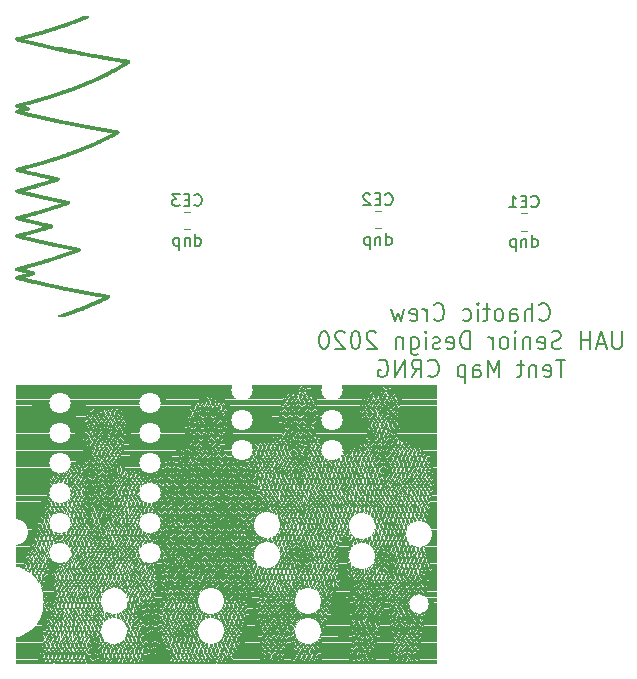
<source format=gbo>
G04 #@! TF.GenerationSoftware,KiCad,Pcbnew,(5.1.7)-1*
G04 #@! TF.CreationDate,2020-10-28T20:30:40-05:00*
G04 #@! TF.ProjectId,tent_map_amplitude,74656e74-5f6d-4617-905f-616d706c6974,1*
G04 #@! TF.SameCoordinates,Original*
G04 #@! TF.FileFunction,Legend,Bot*
G04 #@! TF.FilePolarity,Positive*
%FSLAX46Y46*%
G04 Gerber Fmt 4.6, Leading zero omitted, Abs format (unit mm)*
G04 Created by KiCad (PCBNEW (5.1.7)-1) date 2020-10-28 20:30:40*
%MOMM*%
%LPD*%
G01*
G04 APERTURE LIST*
%ADD10C,0.127000*%
%ADD11C,0.010000*%
%ADD12C,0.120000*%
%ADD13C,0.150000*%
%ADD14C,2.203200*%
%ADD15C,1.643200*%
%ADD16C,6.203200*%
%ADD17C,1.803200*%
G04 APERTURE END LIST*
D10*
X115769300Y-85031794D02*
X115835966Y-85103222D01*
X116035966Y-85174651D01*
X116169300Y-85174651D01*
X116369300Y-85103222D01*
X116502633Y-84960365D01*
X116569300Y-84817508D01*
X116635966Y-84531794D01*
X116635966Y-84317508D01*
X116569300Y-84031794D01*
X116502633Y-83888937D01*
X116369300Y-83746080D01*
X116169300Y-83674651D01*
X116035966Y-83674651D01*
X115835966Y-83746080D01*
X115769300Y-83817508D01*
X115169300Y-85174651D02*
X115169300Y-83674651D01*
X114569300Y-85174651D02*
X114569300Y-84388937D01*
X114635966Y-84246080D01*
X114769300Y-84174651D01*
X114969300Y-84174651D01*
X115102633Y-84246080D01*
X115169300Y-84317508D01*
X113302633Y-85174651D02*
X113302633Y-84388937D01*
X113369300Y-84246080D01*
X113502633Y-84174651D01*
X113769300Y-84174651D01*
X113902633Y-84246080D01*
X113302633Y-85103222D02*
X113435966Y-85174651D01*
X113769300Y-85174651D01*
X113902633Y-85103222D01*
X113969300Y-84960365D01*
X113969300Y-84817508D01*
X113902633Y-84674651D01*
X113769300Y-84603222D01*
X113435966Y-84603222D01*
X113302633Y-84531794D01*
X112435966Y-85174651D02*
X112569300Y-85103222D01*
X112635966Y-85031794D01*
X112702633Y-84888937D01*
X112702633Y-84460365D01*
X112635966Y-84317508D01*
X112569300Y-84246080D01*
X112435966Y-84174651D01*
X112235966Y-84174651D01*
X112102633Y-84246080D01*
X112035966Y-84317508D01*
X111969300Y-84460365D01*
X111969300Y-84888937D01*
X112035966Y-85031794D01*
X112102633Y-85103222D01*
X112235966Y-85174651D01*
X112435966Y-85174651D01*
X111569300Y-84174651D02*
X111035966Y-84174651D01*
X111369300Y-83674651D02*
X111369300Y-84960365D01*
X111302633Y-85103222D01*
X111169300Y-85174651D01*
X111035966Y-85174651D01*
X110569300Y-85174651D02*
X110569300Y-84174651D01*
X110569300Y-83674651D02*
X110635966Y-83746080D01*
X110569300Y-83817508D01*
X110502633Y-83746080D01*
X110569300Y-83674651D01*
X110569300Y-83817508D01*
X109302633Y-85103222D02*
X109435966Y-85174651D01*
X109702633Y-85174651D01*
X109835966Y-85103222D01*
X109902633Y-85031794D01*
X109969300Y-84888937D01*
X109969300Y-84460365D01*
X109902633Y-84317508D01*
X109835966Y-84246080D01*
X109702633Y-84174651D01*
X109435966Y-84174651D01*
X109302633Y-84246080D01*
X106835966Y-85031794D02*
X106902633Y-85103222D01*
X107102633Y-85174651D01*
X107235966Y-85174651D01*
X107435966Y-85103222D01*
X107569300Y-84960365D01*
X107635966Y-84817508D01*
X107702633Y-84531794D01*
X107702633Y-84317508D01*
X107635966Y-84031794D01*
X107569300Y-83888937D01*
X107435966Y-83746080D01*
X107235966Y-83674651D01*
X107102633Y-83674651D01*
X106902633Y-83746080D01*
X106835966Y-83817508D01*
X106235966Y-85174651D02*
X106235966Y-84174651D01*
X106235966Y-84460365D02*
X106169300Y-84317508D01*
X106102633Y-84246080D01*
X105969300Y-84174651D01*
X105835966Y-84174651D01*
X104835966Y-85103222D02*
X104969300Y-85174651D01*
X105235966Y-85174651D01*
X105369300Y-85103222D01*
X105435966Y-84960365D01*
X105435966Y-84388937D01*
X105369300Y-84246080D01*
X105235966Y-84174651D01*
X104969300Y-84174651D01*
X104835966Y-84246080D01*
X104769300Y-84388937D01*
X104769300Y-84531794D01*
X105435966Y-84674651D01*
X104302633Y-84174651D02*
X104035966Y-85174651D01*
X103769300Y-84460365D01*
X103502633Y-85174651D01*
X103235966Y-84174651D01*
X122735966Y-86051651D02*
X122735966Y-87265937D01*
X122669300Y-87408794D01*
X122602633Y-87480222D01*
X122469300Y-87551651D01*
X122202633Y-87551651D01*
X122069300Y-87480222D01*
X122002633Y-87408794D01*
X121935966Y-87265937D01*
X121935966Y-86051651D01*
X121335966Y-87123080D02*
X120669300Y-87123080D01*
X121469300Y-87551651D02*
X121002633Y-86051651D01*
X120535966Y-87551651D01*
X120069300Y-87551651D02*
X120069300Y-86051651D01*
X120069300Y-86765937D02*
X119269300Y-86765937D01*
X119269300Y-87551651D02*
X119269300Y-86051651D01*
X117602633Y-87480222D02*
X117402633Y-87551651D01*
X117069300Y-87551651D01*
X116935966Y-87480222D01*
X116869300Y-87408794D01*
X116802633Y-87265937D01*
X116802633Y-87123080D01*
X116869300Y-86980222D01*
X116935966Y-86908794D01*
X117069300Y-86837365D01*
X117335966Y-86765937D01*
X117469300Y-86694508D01*
X117535966Y-86623080D01*
X117602633Y-86480222D01*
X117602633Y-86337365D01*
X117535966Y-86194508D01*
X117469300Y-86123080D01*
X117335966Y-86051651D01*
X117002633Y-86051651D01*
X116802633Y-86123080D01*
X115669300Y-87480222D02*
X115802633Y-87551651D01*
X116069300Y-87551651D01*
X116202633Y-87480222D01*
X116269300Y-87337365D01*
X116269300Y-86765937D01*
X116202633Y-86623080D01*
X116069300Y-86551651D01*
X115802633Y-86551651D01*
X115669300Y-86623080D01*
X115602633Y-86765937D01*
X115602633Y-86908794D01*
X116269300Y-87051651D01*
X115002633Y-86551651D02*
X115002633Y-87551651D01*
X115002633Y-86694508D02*
X114935966Y-86623080D01*
X114802633Y-86551651D01*
X114602633Y-86551651D01*
X114469300Y-86623080D01*
X114402633Y-86765937D01*
X114402633Y-87551651D01*
X113735966Y-87551651D02*
X113735966Y-86551651D01*
X113735966Y-86051651D02*
X113802633Y-86123080D01*
X113735966Y-86194508D01*
X113669300Y-86123080D01*
X113735966Y-86051651D01*
X113735966Y-86194508D01*
X112869300Y-87551651D02*
X113002633Y-87480222D01*
X113069300Y-87408794D01*
X113135966Y-87265937D01*
X113135966Y-86837365D01*
X113069300Y-86694508D01*
X113002633Y-86623080D01*
X112869300Y-86551651D01*
X112669300Y-86551651D01*
X112535966Y-86623080D01*
X112469300Y-86694508D01*
X112402633Y-86837365D01*
X112402633Y-87265937D01*
X112469300Y-87408794D01*
X112535966Y-87480222D01*
X112669300Y-87551651D01*
X112869300Y-87551651D01*
X111802633Y-87551651D02*
X111802633Y-86551651D01*
X111802633Y-86837365D02*
X111735966Y-86694508D01*
X111669300Y-86623080D01*
X111535966Y-86551651D01*
X111402633Y-86551651D01*
X109869300Y-87551651D02*
X109869300Y-86051651D01*
X109535966Y-86051651D01*
X109335966Y-86123080D01*
X109202633Y-86265937D01*
X109135966Y-86408794D01*
X109069300Y-86694508D01*
X109069300Y-86908794D01*
X109135966Y-87194508D01*
X109202633Y-87337365D01*
X109335966Y-87480222D01*
X109535966Y-87551651D01*
X109869300Y-87551651D01*
X107935966Y-87480222D02*
X108069300Y-87551651D01*
X108335966Y-87551651D01*
X108469300Y-87480222D01*
X108535966Y-87337365D01*
X108535966Y-86765937D01*
X108469300Y-86623080D01*
X108335966Y-86551651D01*
X108069300Y-86551651D01*
X107935966Y-86623080D01*
X107869300Y-86765937D01*
X107869300Y-86908794D01*
X108535966Y-87051651D01*
X107335966Y-87480222D02*
X107202633Y-87551651D01*
X106935966Y-87551651D01*
X106802633Y-87480222D01*
X106735966Y-87337365D01*
X106735966Y-87265937D01*
X106802633Y-87123080D01*
X106935966Y-87051651D01*
X107135966Y-87051651D01*
X107269300Y-86980222D01*
X107335966Y-86837365D01*
X107335966Y-86765937D01*
X107269300Y-86623080D01*
X107135966Y-86551651D01*
X106935966Y-86551651D01*
X106802633Y-86623080D01*
X106135966Y-87551651D02*
X106135966Y-86551651D01*
X106135966Y-86051651D02*
X106202633Y-86123080D01*
X106135966Y-86194508D01*
X106069300Y-86123080D01*
X106135966Y-86051651D01*
X106135966Y-86194508D01*
X104869300Y-86551651D02*
X104869300Y-87765937D01*
X104935966Y-87908794D01*
X105002633Y-87980222D01*
X105135966Y-88051651D01*
X105335966Y-88051651D01*
X105469300Y-87980222D01*
X104869300Y-87480222D02*
X105002633Y-87551651D01*
X105269300Y-87551651D01*
X105402633Y-87480222D01*
X105469300Y-87408794D01*
X105535966Y-87265937D01*
X105535966Y-86837365D01*
X105469300Y-86694508D01*
X105402633Y-86623080D01*
X105269300Y-86551651D01*
X105002633Y-86551651D01*
X104869300Y-86623080D01*
X104202633Y-86551651D02*
X104202633Y-87551651D01*
X104202633Y-86694508D02*
X104135966Y-86623080D01*
X104002633Y-86551651D01*
X103802633Y-86551651D01*
X103669300Y-86623080D01*
X103602633Y-86765937D01*
X103602633Y-87551651D01*
X101935966Y-86194508D02*
X101869300Y-86123080D01*
X101735966Y-86051651D01*
X101402633Y-86051651D01*
X101269300Y-86123080D01*
X101202633Y-86194508D01*
X101135966Y-86337365D01*
X101135966Y-86480222D01*
X101202633Y-86694508D01*
X102002633Y-87551651D01*
X101135966Y-87551651D01*
X100269300Y-86051651D02*
X100135966Y-86051651D01*
X100002633Y-86123080D01*
X99935966Y-86194508D01*
X99869300Y-86337365D01*
X99802633Y-86623080D01*
X99802633Y-86980222D01*
X99869300Y-87265937D01*
X99935966Y-87408794D01*
X100002633Y-87480222D01*
X100135966Y-87551651D01*
X100269300Y-87551651D01*
X100402633Y-87480222D01*
X100469300Y-87408794D01*
X100535966Y-87265937D01*
X100602633Y-86980222D01*
X100602633Y-86623080D01*
X100535966Y-86337365D01*
X100469300Y-86194508D01*
X100402633Y-86123080D01*
X100269300Y-86051651D01*
X99269300Y-86194508D02*
X99202633Y-86123080D01*
X99069300Y-86051651D01*
X98735966Y-86051651D01*
X98602633Y-86123080D01*
X98535966Y-86194508D01*
X98469300Y-86337365D01*
X98469300Y-86480222D01*
X98535966Y-86694508D01*
X99335966Y-87551651D01*
X98469300Y-87551651D01*
X97602633Y-86051651D02*
X97469300Y-86051651D01*
X97335966Y-86123080D01*
X97269300Y-86194508D01*
X97202633Y-86337365D01*
X97135966Y-86623080D01*
X97135966Y-86980222D01*
X97202633Y-87265937D01*
X97269300Y-87408794D01*
X97335966Y-87480222D01*
X97469300Y-87551651D01*
X97602633Y-87551651D01*
X97735966Y-87480222D01*
X97802633Y-87408794D01*
X97869300Y-87265937D01*
X97935966Y-86980222D01*
X97935966Y-86623080D01*
X97869300Y-86337365D01*
X97802633Y-86194508D01*
X97735966Y-86123080D01*
X97602633Y-86051651D01*
X117969300Y-88428651D02*
X117169300Y-88428651D01*
X117569300Y-89928651D02*
X117569300Y-88428651D01*
X116169300Y-89857222D02*
X116302633Y-89928651D01*
X116569300Y-89928651D01*
X116702633Y-89857222D01*
X116769300Y-89714365D01*
X116769300Y-89142937D01*
X116702633Y-89000080D01*
X116569300Y-88928651D01*
X116302633Y-88928651D01*
X116169300Y-89000080D01*
X116102633Y-89142937D01*
X116102633Y-89285794D01*
X116769300Y-89428651D01*
X115502633Y-88928651D02*
X115502633Y-89928651D01*
X115502633Y-89071508D02*
X115435966Y-89000080D01*
X115302633Y-88928651D01*
X115102633Y-88928651D01*
X114969300Y-89000080D01*
X114902633Y-89142937D01*
X114902633Y-89928651D01*
X114435966Y-88928651D02*
X113902633Y-88928651D01*
X114235966Y-88428651D02*
X114235966Y-89714365D01*
X114169300Y-89857222D01*
X114035966Y-89928651D01*
X113902633Y-89928651D01*
X112369300Y-89928651D02*
X112369300Y-88428651D01*
X111902633Y-89500080D01*
X111435966Y-88428651D01*
X111435966Y-89928651D01*
X110169300Y-89928651D02*
X110169300Y-89142937D01*
X110235966Y-89000080D01*
X110369300Y-88928651D01*
X110635966Y-88928651D01*
X110769300Y-89000080D01*
X110169300Y-89857222D02*
X110302633Y-89928651D01*
X110635966Y-89928651D01*
X110769300Y-89857222D01*
X110835966Y-89714365D01*
X110835966Y-89571508D01*
X110769300Y-89428651D01*
X110635966Y-89357222D01*
X110302633Y-89357222D01*
X110169300Y-89285794D01*
X109502633Y-88928651D02*
X109502633Y-90428651D01*
X109502633Y-89000080D02*
X109369300Y-88928651D01*
X109102633Y-88928651D01*
X108969300Y-89000080D01*
X108902633Y-89071508D01*
X108835966Y-89214365D01*
X108835966Y-89642937D01*
X108902633Y-89785794D01*
X108969300Y-89857222D01*
X109102633Y-89928651D01*
X109369300Y-89928651D01*
X109502633Y-89857222D01*
X106369300Y-89785794D02*
X106435966Y-89857222D01*
X106635966Y-89928651D01*
X106769300Y-89928651D01*
X106969300Y-89857222D01*
X107102633Y-89714365D01*
X107169300Y-89571508D01*
X107235966Y-89285794D01*
X107235966Y-89071508D01*
X107169300Y-88785794D01*
X107102633Y-88642937D01*
X106969300Y-88500080D01*
X106769300Y-88428651D01*
X106635966Y-88428651D01*
X106435966Y-88500080D01*
X106369300Y-88571508D01*
X104969300Y-89928651D02*
X105435966Y-89214365D01*
X105769300Y-89928651D02*
X105769300Y-88428651D01*
X105235966Y-88428651D01*
X105102633Y-88500080D01*
X105035966Y-88571508D01*
X104969300Y-88714365D01*
X104969300Y-88928651D01*
X105035966Y-89071508D01*
X105102633Y-89142937D01*
X105235966Y-89214365D01*
X105769300Y-89214365D01*
X104369300Y-89928651D02*
X104369300Y-88428651D01*
X103569300Y-89928651D01*
X103569300Y-88428651D01*
X102169300Y-88500080D02*
X102302633Y-88428651D01*
X102502633Y-88428651D01*
X102702633Y-88500080D01*
X102835966Y-88642937D01*
X102902633Y-88785794D01*
X102969300Y-89071508D01*
X102969300Y-89285794D01*
X102902633Y-89571508D01*
X102835966Y-89714365D01*
X102702633Y-89857222D01*
X102502633Y-89928651D01*
X102369300Y-89928651D01*
X102169300Y-89857222D01*
X102102633Y-89785794D01*
X102102633Y-89285794D01*
X102369300Y-89285794D01*
D11*
G36*
X71447660Y-90770287D02*
G01*
X78906794Y-90774297D01*
X79612977Y-90774650D01*
X80301308Y-90774941D01*
X80968713Y-90775170D01*
X81612121Y-90775340D01*
X82228459Y-90775450D01*
X82814654Y-90775502D01*
X83367635Y-90775496D01*
X83884329Y-90775433D01*
X84361663Y-90775313D01*
X84796567Y-90775139D01*
X85185966Y-90774910D01*
X85526789Y-90774627D01*
X85815964Y-90774292D01*
X86050418Y-90773904D01*
X86227079Y-90773465D01*
X86342874Y-90772976D01*
X86394732Y-90772437D01*
X86397309Y-90772303D01*
X86434475Y-90771483D01*
X86535288Y-90770554D01*
X86695662Y-90769531D01*
X86911511Y-90768428D01*
X87178749Y-90767260D01*
X87493291Y-90766041D01*
X87851049Y-90764785D01*
X88247938Y-90763507D01*
X88679872Y-90762221D01*
X89142764Y-90760941D01*
X89632530Y-90759682D01*
X90145082Y-90758458D01*
X90676335Y-90757283D01*
X90681442Y-90757272D01*
X91214796Y-90755938D01*
X91730747Y-90754256D01*
X92225093Y-90752257D01*
X92693632Y-90749976D01*
X93132163Y-90747446D01*
X93536484Y-90744701D01*
X93902394Y-90741774D01*
X94225691Y-90738699D01*
X94502173Y-90735509D01*
X94727640Y-90732238D01*
X94897888Y-90728920D01*
X95008718Y-90725588D01*
X95055614Y-90722345D01*
X95140110Y-90711464D01*
X95198601Y-90732750D01*
X95262488Y-90798008D01*
X95265094Y-90801099D01*
X95324621Y-90866934D01*
X95365494Y-90903261D01*
X95371586Y-90905753D01*
X95396701Y-90878497D01*
X95438245Y-90809876D01*
X95456996Y-90774463D01*
X95526544Y-90663963D01*
X95592931Y-90618700D01*
X95661730Y-90638841D01*
X95738517Y-90724549D01*
X95776774Y-90783910D01*
X95825189Y-90860342D01*
X95856481Y-90885929D01*
X95888468Y-90867854D01*
X95914911Y-90839584D01*
X95926513Y-90827761D01*
X95941357Y-90817366D01*
X95963620Y-90808306D01*
X95997480Y-90800490D01*
X96047116Y-90793826D01*
X96116706Y-90788222D01*
X96210427Y-90783587D01*
X96332456Y-90779828D01*
X96486973Y-90776853D01*
X96678155Y-90774572D01*
X96910180Y-90772891D01*
X97187226Y-90771720D01*
X97513470Y-90770966D01*
X97893091Y-90770537D01*
X98330266Y-90770342D01*
X98829173Y-90770289D01*
X99067287Y-90770286D01*
X99599798Y-90770198D01*
X100068852Y-90769882D01*
X100478728Y-90769267D01*
X100833701Y-90768278D01*
X101138049Y-90766842D01*
X101396049Y-90764885D01*
X101611977Y-90762334D01*
X101790111Y-90759116D01*
X101934728Y-90755156D01*
X102050105Y-90750381D01*
X102140518Y-90744718D01*
X102210244Y-90738094D01*
X102263562Y-90730434D01*
X102304747Y-90721666D01*
X102330636Y-90714192D01*
X102504323Y-90658097D01*
X102637339Y-90764992D01*
X102725719Y-90833802D01*
X102779935Y-90864017D01*
X102818091Y-90860123D01*
X102858294Y-90826603D01*
X102863832Y-90821087D01*
X102881470Y-90810430D01*
X102914730Y-90801343D01*
X102968572Y-90793704D01*
X103047955Y-90787394D01*
X103157839Y-90782292D01*
X103303184Y-90778278D01*
X103488950Y-90775232D01*
X103720097Y-90773035D01*
X104001584Y-90771565D01*
X104338372Y-90770703D01*
X104735419Y-90770328D01*
X104961146Y-90770287D01*
X107007660Y-90770287D01*
X107007660Y-90567087D01*
X71447660Y-90567087D01*
X71447660Y-90770287D01*
G37*
X71447660Y-90770287D02*
X78906794Y-90774297D01*
X79612977Y-90774650D01*
X80301308Y-90774941D01*
X80968713Y-90775170D01*
X81612121Y-90775340D01*
X82228459Y-90775450D01*
X82814654Y-90775502D01*
X83367635Y-90775496D01*
X83884329Y-90775433D01*
X84361663Y-90775313D01*
X84796567Y-90775139D01*
X85185966Y-90774910D01*
X85526789Y-90774627D01*
X85815964Y-90774292D01*
X86050418Y-90773904D01*
X86227079Y-90773465D01*
X86342874Y-90772976D01*
X86394732Y-90772437D01*
X86397309Y-90772303D01*
X86434475Y-90771483D01*
X86535288Y-90770554D01*
X86695662Y-90769531D01*
X86911511Y-90768428D01*
X87178749Y-90767260D01*
X87493291Y-90766041D01*
X87851049Y-90764785D01*
X88247938Y-90763507D01*
X88679872Y-90762221D01*
X89142764Y-90760941D01*
X89632530Y-90759682D01*
X90145082Y-90758458D01*
X90676335Y-90757283D01*
X90681442Y-90757272D01*
X91214796Y-90755938D01*
X91730747Y-90754256D01*
X92225093Y-90752257D01*
X92693632Y-90749976D01*
X93132163Y-90747446D01*
X93536484Y-90744701D01*
X93902394Y-90741774D01*
X94225691Y-90738699D01*
X94502173Y-90735509D01*
X94727640Y-90732238D01*
X94897888Y-90728920D01*
X95008718Y-90725588D01*
X95055614Y-90722345D01*
X95140110Y-90711464D01*
X95198601Y-90732750D01*
X95262488Y-90798008D01*
X95265094Y-90801099D01*
X95324621Y-90866934D01*
X95365494Y-90903261D01*
X95371586Y-90905753D01*
X95396701Y-90878497D01*
X95438245Y-90809876D01*
X95456996Y-90774463D01*
X95526544Y-90663963D01*
X95592931Y-90618700D01*
X95661730Y-90638841D01*
X95738517Y-90724549D01*
X95776774Y-90783910D01*
X95825189Y-90860342D01*
X95856481Y-90885929D01*
X95888468Y-90867854D01*
X95914911Y-90839584D01*
X95926513Y-90827761D01*
X95941357Y-90817366D01*
X95963620Y-90808306D01*
X95997480Y-90800490D01*
X96047116Y-90793826D01*
X96116706Y-90788222D01*
X96210427Y-90783587D01*
X96332456Y-90779828D01*
X96486973Y-90776853D01*
X96678155Y-90774572D01*
X96910180Y-90772891D01*
X97187226Y-90771720D01*
X97513470Y-90770966D01*
X97893091Y-90770537D01*
X98330266Y-90770342D01*
X98829173Y-90770289D01*
X99067287Y-90770286D01*
X99599798Y-90770198D01*
X100068852Y-90769882D01*
X100478728Y-90769267D01*
X100833701Y-90768278D01*
X101138049Y-90766842D01*
X101396049Y-90764885D01*
X101611977Y-90762334D01*
X101790111Y-90759116D01*
X101934728Y-90755156D01*
X102050105Y-90750381D01*
X102140518Y-90744718D01*
X102210244Y-90738094D01*
X102263562Y-90730434D01*
X102304747Y-90721666D01*
X102330636Y-90714192D01*
X102504323Y-90658097D01*
X102637339Y-90764992D01*
X102725719Y-90833802D01*
X102779935Y-90864017D01*
X102818091Y-90860123D01*
X102858294Y-90826603D01*
X102863832Y-90821087D01*
X102881470Y-90810430D01*
X102914730Y-90801343D01*
X102968572Y-90793704D01*
X103047955Y-90787394D01*
X103157839Y-90782292D01*
X103303184Y-90778278D01*
X103488950Y-90775232D01*
X103720097Y-90773035D01*
X104001584Y-90771565D01*
X104338372Y-90770703D01*
X104735419Y-90770328D01*
X104961146Y-90770287D01*
X107007660Y-90770287D01*
X107007660Y-90567087D01*
X71447660Y-90567087D01*
X71447660Y-90770287D01*
G36*
X95590444Y-90760629D02*
G01*
X95553328Y-90820684D01*
X95533207Y-90859446D01*
X95463341Y-90972885D01*
X95397253Y-91021534D01*
X95326108Y-91007152D01*
X95241074Y-90931497D01*
X95230655Y-90919696D01*
X95161429Y-90845288D01*
X95112903Y-90815177D01*
X95064170Y-90820208D01*
X95032963Y-90833148D01*
X95001900Y-90839428D01*
X94935968Y-90845078D01*
X94832572Y-90850121D01*
X94689114Y-90854580D01*
X94502998Y-90858478D01*
X94271628Y-90861840D01*
X93992407Y-90864689D01*
X93662738Y-90867048D01*
X93280025Y-90868942D01*
X92841670Y-90870393D01*
X92345079Y-90871426D01*
X91787653Y-90872064D01*
X91166796Y-90872330D01*
X90723302Y-90872314D01*
X90260555Y-90872231D01*
X89735871Y-90872147D01*
X89155047Y-90872064D01*
X88523880Y-90871982D01*
X87848165Y-90871902D01*
X87133701Y-90871823D01*
X86386283Y-90871747D01*
X85611707Y-90871674D01*
X84815771Y-90871605D01*
X84004272Y-90871539D01*
X83183005Y-90871479D01*
X82357767Y-90871423D01*
X81534355Y-90871373D01*
X80718566Y-90871329D01*
X79916196Y-90871292D01*
X79133042Y-90871262D01*
X78974527Y-90871257D01*
X71447660Y-90871016D01*
X71447660Y-91244420D01*
X82843794Y-91244420D01*
X83886339Y-91244423D01*
X84863295Y-91244440D01*
X85776807Y-91244484D01*
X86629019Y-91244568D01*
X87422076Y-91244704D01*
X88158122Y-91244905D01*
X88839302Y-91245184D01*
X89467760Y-91245553D01*
X90045641Y-91246024D01*
X90575089Y-91246612D01*
X91058249Y-91247328D01*
X91497265Y-91248185D01*
X91894282Y-91249195D01*
X92251444Y-91250372D01*
X92570896Y-91251728D01*
X92854782Y-91253275D01*
X93105247Y-91255027D01*
X93324435Y-91256996D01*
X93514492Y-91259195D01*
X93677560Y-91261636D01*
X93815786Y-91264332D01*
X93931312Y-91267295D01*
X94026285Y-91270539D01*
X94102848Y-91274076D01*
X94163146Y-91277919D01*
X94209324Y-91282080D01*
X94243525Y-91286572D01*
X94267895Y-91291408D01*
X94284577Y-91296600D01*
X94295717Y-91302161D01*
X94303459Y-91308104D01*
X94307660Y-91312153D01*
X94361954Y-91361341D01*
X94391639Y-91379887D01*
X94415292Y-91352624D01*
X94456227Y-91283749D01*
X94476994Y-91244420D01*
X94548129Y-91141307D01*
X94621573Y-91105872D01*
X94696989Y-91138112D01*
X94774038Y-91238023D01*
X94779510Y-91247596D01*
X94857432Y-91386240D01*
X94940982Y-91239130D01*
X94996133Y-91142737D01*
X95030486Y-91092569D01*
X95057829Y-91076614D01*
X95091953Y-91082860D01*
X95112695Y-91089555D01*
X95166005Y-91134785D01*
X95214062Y-91222384D01*
X95222268Y-91245047D01*
X95261711Y-91343026D01*
X95294665Y-91374645D01*
X95323197Y-91340734D01*
X95338453Y-91291692D01*
X95373147Y-91197632D01*
X95422568Y-91110882D01*
X95472877Y-91053062D01*
X95498806Y-91041220D01*
X95528741Y-91069683D01*
X95572761Y-91143184D01*
X95607970Y-91216318D01*
X95685245Y-91391416D01*
X95746199Y-91221909D01*
X95786474Y-91122360D01*
X95821923Y-91074453D01*
X95864738Y-91064271D01*
X95882123Y-91066733D01*
X95939910Y-91099401D01*
X95986533Y-91180650D01*
X96007157Y-91238942D01*
X96057223Y-91396820D01*
X96139175Y-91229191D01*
X96191203Y-91134143D01*
X96237760Y-91068163D01*
X96259683Y-91049828D01*
X96295031Y-91070774D01*
X96343203Y-91137193D01*
X96372771Y-91192057D01*
X96422882Y-91289572D01*
X96460347Y-91333573D01*
X96500333Y-91332305D01*
X96558006Y-91294016D01*
X96558969Y-91293288D01*
X96579080Y-91283373D01*
X96614363Y-91274836D01*
X96669446Y-91267585D01*
X96748958Y-91261530D01*
X96857528Y-91256578D01*
X96999783Y-91252639D01*
X97180352Y-91249622D01*
X97403863Y-91247435D01*
X97674944Y-91245987D01*
X97998224Y-91245188D01*
X98378330Y-91244946D01*
X98819892Y-91245169D01*
X98992934Y-91245344D01*
X101359992Y-91247977D01*
X101410029Y-91176538D01*
X101479269Y-91119689D01*
X101557046Y-91126634D01*
X101636441Y-91195224D01*
X101679272Y-91260194D01*
X101754447Y-91394501D01*
X101790317Y-91294060D01*
X101833827Y-91189374D01*
X101882299Y-91097480D01*
X101924882Y-91037352D01*
X101944594Y-91024286D01*
X101977243Y-91052847D01*
X102023303Y-91126148D01*
X102072112Y-91225619D01*
X102100155Y-91295220D01*
X102137309Y-91396820D01*
X102197539Y-91244420D01*
X102256884Y-91134206D01*
X102320887Y-91080423D01*
X102381582Y-91085695D01*
X102431009Y-91152641D01*
X102436142Y-91165872D01*
X102481075Y-91286986D01*
X102510785Y-91350891D01*
X102532177Y-91364392D01*
X102552160Y-91334294D01*
X102567427Y-91295220D01*
X102604997Y-91206316D01*
X102639056Y-91142820D01*
X102687038Y-91056226D01*
X102686349Y-90990960D01*
X102634179Y-90919796D01*
X102613904Y-90899033D01*
X102550798Y-90840265D01*
X102498515Y-90814651D01*
X102430347Y-90815962D01*
X102336518Y-90834329D01*
X102272857Y-90841739D01*
X102154080Y-90848294D01*
X101978772Y-90854009D01*
X101745520Y-90858900D01*
X101452908Y-90862985D01*
X101099521Y-90866280D01*
X100683946Y-90868801D01*
X100204768Y-90870564D01*
X99660571Y-90871586D01*
X99103376Y-90871886D01*
X98579005Y-90871913D01*
X98118170Y-90872051D01*
X97716671Y-90872394D01*
X97370310Y-90873033D01*
X97074889Y-90874057D01*
X96826210Y-90875559D01*
X96620073Y-90877630D01*
X96452282Y-90880361D01*
X96318636Y-90883843D01*
X96214939Y-90888166D01*
X96136991Y-90893424D01*
X96080595Y-90899705D01*
X96041551Y-90907103D01*
X96015662Y-90915707D01*
X95998728Y-90925610D01*
X95986553Y-90936901D01*
X95984060Y-90939620D01*
X95907733Y-90997616D01*
X95831677Y-90997283D01*
X95750769Y-90936271D01*
X95659884Y-90812229D01*
X95641831Y-90782625D01*
X95616019Y-90750719D01*
X95590444Y-90760629D01*
G37*
X95590444Y-90760629D02*
X95553328Y-90820684D01*
X95533207Y-90859446D01*
X95463341Y-90972885D01*
X95397253Y-91021534D01*
X95326108Y-91007152D01*
X95241074Y-90931497D01*
X95230655Y-90919696D01*
X95161429Y-90845288D01*
X95112903Y-90815177D01*
X95064170Y-90820208D01*
X95032963Y-90833148D01*
X95001900Y-90839428D01*
X94935968Y-90845078D01*
X94832572Y-90850121D01*
X94689114Y-90854580D01*
X94502998Y-90858478D01*
X94271628Y-90861840D01*
X93992407Y-90864689D01*
X93662738Y-90867048D01*
X93280025Y-90868942D01*
X92841670Y-90870393D01*
X92345079Y-90871426D01*
X91787653Y-90872064D01*
X91166796Y-90872330D01*
X90723302Y-90872314D01*
X90260555Y-90872231D01*
X89735871Y-90872147D01*
X89155047Y-90872064D01*
X88523880Y-90871982D01*
X87848165Y-90871902D01*
X87133701Y-90871823D01*
X86386283Y-90871747D01*
X85611707Y-90871674D01*
X84815771Y-90871605D01*
X84004272Y-90871539D01*
X83183005Y-90871479D01*
X82357767Y-90871423D01*
X81534355Y-90871373D01*
X80718566Y-90871329D01*
X79916196Y-90871292D01*
X79133042Y-90871262D01*
X78974527Y-90871257D01*
X71447660Y-90871016D01*
X71447660Y-91244420D01*
X82843794Y-91244420D01*
X83886339Y-91244423D01*
X84863295Y-91244440D01*
X85776807Y-91244484D01*
X86629019Y-91244568D01*
X87422076Y-91244704D01*
X88158122Y-91244905D01*
X88839302Y-91245184D01*
X89467760Y-91245553D01*
X90045641Y-91246024D01*
X90575089Y-91246612D01*
X91058249Y-91247328D01*
X91497265Y-91248185D01*
X91894282Y-91249195D01*
X92251444Y-91250372D01*
X92570896Y-91251728D01*
X92854782Y-91253275D01*
X93105247Y-91255027D01*
X93324435Y-91256996D01*
X93514492Y-91259195D01*
X93677560Y-91261636D01*
X93815786Y-91264332D01*
X93931312Y-91267295D01*
X94026285Y-91270539D01*
X94102848Y-91274076D01*
X94163146Y-91277919D01*
X94209324Y-91282080D01*
X94243525Y-91286572D01*
X94267895Y-91291408D01*
X94284577Y-91296600D01*
X94295717Y-91302161D01*
X94303459Y-91308104D01*
X94307660Y-91312153D01*
X94361954Y-91361341D01*
X94391639Y-91379887D01*
X94415292Y-91352624D01*
X94456227Y-91283749D01*
X94476994Y-91244420D01*
X94548129Y-91141307D01*
X94621573Y-91105872D01*
X94696989Y-91138112D01*
X94774038Y-91238023D01*
X94779510Y-91247596D01*
X94857432Y-91386240D01*
X94940982Y-91239130D01*
X94996133Y-91142737D01*
X95030486Y-91092569D01*
X95057829Y-91076614D01*
X95091953Y-91082860D01*
X95112695Y-91089555D01*
X95166005Y-91134785D01*
X95214062Y-91222384D01*
X95222268Y-91245047D01*
X95261711Y-91343026D01*
X95294665Y-91374645D01*
X95323197Y-91340734D01*
X95338453Y-91291692D01*
X95373147Y-91197632D01*
X95422568Y-91110882D01*
X95472877Y-91053062D01*
X95498806Y-91041220D01*
X95528741Y-91069683D01*
X95572761Y-91143184D01*
X95607970Y-91216318D01*
X95685245Y-91391416D01*
X95746199Y-91221909D01*
X95786474Y-91122360D01*
X95821923Y-91074453D01*
X95864738Y-91064271D01*
X95882123Y-91066733D01*
X95939910Y-91099401D01*
X95986533Y-91180650D01*
X96007157Y-91238942D01*
X96057223Y-91396820D01*
X96139175Y-91229191D01*
X96191203Y-91134143D01*
X96237760Y-91068163D01*
X96259683Y-91049828D01*
X96295031Y-91070774D01*
X96343203Y-91137193D01*
X96372771Y-91192057D01*
X96422882Y-91289572D01*
X96460347Y-91333573D01*
X96500333Y-91332305D01*
X96558006Y-91294016D01*
X96558969Y-91293288D01*
X96579080Y-91283373D01*
X96614363Y-91274836D01*
X96669446Y-91267585D01*
X96748958Y-91261530D01*
X96857528Y-91256578D01*
X96999783Y-91252639D01*
X97180352Y-91249622D01*
X97403863Y-91247435D01*
X97674944Y-91245987D01*
X97998224Y-91245188D01*
X98378330Y-91244946D01*
X98819892Y-91245169D01*
X98992934Y-91245344D01*
X101359992Y-91247977D01*
X101410029Y-91176538D01*
X101479269Y-91119689D01*
X101557046Y-91126634D01*
X101636441Y-91195224D01*
X101679272Y-91260194D01*
X101754447Y-91394501D01*
X101790317Y-91294060D01*
X101833827Y-91189374D01*
X101882299Y-91097480D01*
X101924882Y-91037352D01*
X101944594Y-91024286D01*
X101977243Y-91052847D01*
X102023303Y-91126148D01*
X102072112Y-91225619D01*
X102100155Y-91295220D01*
X102137309Y-91396820D01*
X102197539Y-91244420D01*
X102256884Y-91134206D01*
X102320887Y-91080423D01*
X102381582Y-91085695D01*
X102431009Y-91152641D01*
X102436142Y-91165872D01*
X102481075Y-91286986D01*
X102510785Y-91350891D01*
X102532177Y-91364392D01*
X102552160Y-91334294D01*
X102567427Y-91295220D01*
X102604997Y-91206316D01*
X102639056Y-91142820D01*
X102687038Y-91056226D01*
X102686349Y-90990960D01*
X102634179Y-90919796D01*
X102613904Y-90899033D01*
X102550798Y-90840265D01*
X102498515Y-90814651D01*
X102430347Y-90815962D01*
X102336518Y-90834329D01*
X102272857Y-90841739D01*
X102154080Y-90848294D01*
X101978772Y-90854009D01*
X101745520Y-90858900D01*
X101452908Y-90862985D01*
X101099521Y-90866280D01*
X100683946Y-90868801D01*
X100204768Y-90870564D01*
X99660571Y-90871586D01*
X99103376Y-90871886D01*
X98579005Y-90871913D01*
X98118170Y-90872051D01*
X97716671Y-90872394D01*
X97370310Y-90873033D01*
X97074889Y-90874057D01*
X96826210Y-90875559D01*
X96620073Y-90877630D01*
X96452282Y-90880361D01*
X96318636Y-90883843D01*
X96214939Y-90888166D01*
X96136991Y-90893424D01*
X96080595Y-90899705D01*
X96041551Y-90907103D01*
X96015662Y-90915707D01*
X95998728Y-90925610D01*
X95986553Y-90936901D01*
X95984060Y-90939620D01*
X95907733Y-90997616D01*
X95831677Y-90997283D01*
X95750769Y-90936271D01*
X95659884Y-90812229D01*
X95641831Y-90782625D01*
X95616019Y-90750719D01*
X95590444Y-90760629D01*
G36*
X104555411Y-90872024D02*
G01*
X104193674Y-90872525D01*
X103889521Y-90873524D01*
X103637880Y-90875155D01*
X103433675Y-90877550D01*
X103271834Y-90880843D01*
X103147281Y-90885169D01*
X103054943Y-90890660D01*
X102989746Y-90897450D01*
X102946615Y-90905673D01*
X102920478Y-90915463D01*
X102906650Y-90926475D01*
X102842447Y-90982934D01*
X102806596Y-91002675D01*
X102779028Y-91021586D01*
X102776120Y-91057920D01*
X102800095Y-91127448D01*
X102835434Y-91207317D01*
X102919021Y-91390348D01*
X102990607Y-91241184D01*
X103057117Y-91128875D01*
X103118417Y-91083660D01*
X103177239Y-91105368D01*
X103236317Y-91193828D01*
X103250788Y-91224860D01*
X103291819Y-91313490D01*
X103321304Y-91369600D01*
X103329463Y-91379887D01*
X103356838Y-91357856D01*
X103400861Y-91312153D01*
X103416171Y-91297186D01*
X103436460Y-91284603D01*
X103467321Y-91274197D01*
X103514349Y-91265761D01*
X103583138Y-91259090D01*
X103679281Y-91253975D01*
X103808373Y-91250211D01*
X103976008Y-91247592D01*
X104187780Y-91245909D01*
X104449283Y-91244958D01*
X104766110Y-91244531D01*
X105143856Y-91244422D01*
X105234909Y-91244420D01*
X107007660Y-91244420D01*
X107007660Y-90871887D01*
X104979807Y-90871887D01*
X104555411Y-90872024D01*
G37*
X104555411Y-90872024D02*
X104193674Y-90872525D01*
X103889521Y-90873524D01*
X103637880Y-90875155D01*
X103433675Y-90877550D01*
X103271834Y-90880843D01*
X103147281Y-90885169D01*
X103054943Y-90890660D01*
X102989746Y-90897450D01*
X102946615Y-90905673D01*
X102920478Y-90915463D01*
X102906650Y-90926475D01*
X102842447Y-90982934D01*
X102806596Y-91002675D01*
X102779028Y-91021586D01*
X102776120Y-91057920D01*
X102800095Y-91127448D01*
X102835434Y-91207317D01*
X102919021Y-91390348D01*
X102990607Y-91241184D01*
X103057117Y-91128875D01*
X103118417Y-91083660D01*
X103177239Y-91105368D01*
X103236317Y-91193828D01*
X103250788Y-91224860D01*
X103291819Y-91313490D01*
X103321304Y-91369600D01*
X103329463Y-91379887D01*
X103356838Y-91357856D01*
X103400861Y-91312153D01*
X103416171Y-91297186D01*
X103436460Y-91284603D01*
X103467321Y-91274197D01*
X103514349Y-91265761D01*
X103583138Y-91259090D01*
X103679281Y-91253975D01*
X103808373Y-91250211D01*
X103976008Y-91247592D01*
X104187780Y-91245909D01*
X104449283Y-91244958D01*
X104766110Y-91244531D01*
X105143856Y-91244422D01*
X105234909Y-91244420D01*
X107007660Y-91244420D01*
X107007660Y-90871887D01*
X104979807Y-90871887D01*
X104555411Y-90872024D01*
G36*
X94604318Y-91237703D02*
G01*
X94565489Y-91306194D01*
X94545899Y-91343722D01*
X94496335Y-91430476D01*
X94452952Y-91489408D01*
X94441622Y-91499350D01*
X94394356Y-91495162D01*
X94317015Y-91458570D01*
X94278580Y-91434003D01*
X94151876Y-91346197D01*
X82799768Y-91346120D01*
X71447660Y-91346044D01*
X71447660Y-91717407D01*
X79143861Y-91726447D01*
X79996674Y-91727429D01*
X80784380Y-91728282D01*
X81509604Y-91728989D01*
X82174972Y-91729534D01*
X82783110Y-91729899D01*
X83336643Y-91730067D01*
X83838197Y-91730022D01*
X84290399Y-91729747D01*
X84695873Y-91729225D01*
X85057245Y-91728439D01*
X85377142Y-91727372D01*
X85658188Y-91726008D01*
X85903010Y-91724329D01*
X86114234Y-91722319D01*
X86294484Y-91719961D01*
X86446388Y-91717238D01*
X86572570Y-91714133D01*
X86675656Y-91710629D01*
X86758272Y-91706709D01*
X86823044Y-91702357D01*
X86872598Y-91697555D01*
X86909559Y-91692288D01*
X86936553Y-91686537D01*
X86956205Y-91680286D01*
X86965711Y-91676220D01*
X87082988Y-91629760D01*
X87168438Y-91626276D01*
X87245764Y-91669963D01*
X87314231Y-91737888D01*
X87425003Y-91858823D01*
X87505518Y-91712865D01*
X87578366Y-91602555D01*
X87641787Y-91558350D01*
X87700424Y-91580101D01*
X87758924Y-91667657D01*
X87775994Y-91704131D01*
X87846842Y-91864294D01*
X87915035Y-91706757D01*
X87962458Y-91616518D01*
X88008489Y-91559519D01*
X88029287Y-91549220D01*
X88073313Y-91575735D01*
X88132247Y-91642928D01*
X88160860Y-91684687D01*
X88212471Y-91763917D01*
X88247150Y-91812431D01*
X88254419Y-91819643D01*
X88288093Y-91808978D01*
X88363096Y-91782799D01*
X88397927Y-91770330D01*
X88431908Y-91761275D01*
X88483148Y-91753360D01*
X88555952Y-91746511D01*
X88654628Y-91740651D01*
X88783480Y-91735705D01*
X88946817Y-91731597D01*
X89148943Y-91728252D01*
X89394165Y-91725594D01*
X89686790Y-91723547D01*
X90031123Y-91722037D01*
X90431471Y-91720987D01*
X90892140Y-91720323D01*
X91264232Y-91720040D01*
X93995070Y-91718553D01*
X94050546Y-91633887D01*
X94114221Y-91564580D01*
X94174571Y-91559965D01*
X94234724Y-91621074D01*
X94281339Y-91710087D01*
X94352808Y-91870953D01*
X94419130Y-91710087D01*
X94468826Y-91608315D01*
X94516401Y-91559375D01*
X94560468Y-91549220D01*
X94616579Y-91566260D01*
X94658546Y-91627369D01*
X94680754Y-91686384D01*
X94718147Y-91781146D01*
X94752093Y-91836853D01*
X94775473Y-91844625D01*
X94781794Y-91812379D01*
X94796363Y-91754912D01*
X94832650Y-91667975D01*
X94845876Y-91641047D01*
X94883876Y-91561869D01*
X94890112Y-91525590D01*
X94865286Y-91515666D01*
X94851201Y-91515353D01*
X94798139Y-91485216D01*
X94736579Y-91403519D01*
X94714060Y-91362953D01*
X94667479Y-91276187D01*
X94634088Y-91220990D01*
X94624758Y-91210553D01*
X94604318Y-91237703D01*
G37*
X94604318Y-91237703D02*
X94565489Y-91306194D01*
X94545899Y-91343722D01*
X94496335Y-91430476D01*
X94452952Y-91489408D01*
X94441622Y-91499350D01*
X94394356Y-91495162D01*
X94317015Y-91458570D01*
X94278580Y-91434003D01*
X94151876Y-91346197D01*
X82799768Y-91346120D01*
X71447660Y-91346044D01*
X71447660Y-91717407D01*
X79143861Y-91726447D01*
X79996674Y-91727429D01*
X80784380Y-91728282D01*
X81509604Y-91728989D01*
X82174972Y-91729534D01*
X82783110Y-91729899D01*
X83336643Y-91730067D01*
X83838197Y-91730022D01*
X84290399Y-91729747D01*
X84695873Y-91729225D01*
X85057245Y-91728439D01*
X85377142Y-91727372D01*
X85658188Y-91726008D01*
X85903010Y-91724329D01*
X86114234Y-91722319D01*
X86294484Y-91719961D01*
X86446388Y-91717238D01*
X86572570Y-91714133D01*
X86675656Y-91710629D01*
X86758272Y-91706709D01*
X86823044Y-91702357D01*
X86872598Y-91697555D01*
X86909559Y-91692288D01*
X86936553Y-91686537D01*
X86956205Y-91680286D01*
X86965711Y-91676220D01*
X87082988Y-91629760D01*
X87168438Y-91626276D01*
X87245764Y-91669963D01*
X87314231Y-91737888D01*
X87425003Y-91858823D01*
X87505518Y-91712865D01*
X87578366Y-91602555D01*
X87641787Y-91558350D01*
X87700424Y-91580101D01*
X87758924Y-91667657D01*
X87775994Y-91704131D01*
X87846842Y-91864294D01*
X87915035Y-91706757D01*
X87962458Y-91616518D01*
X88008489Y-91559519D01*
X88029287Y-91549220D01*
X88073313Y-91575735D01*
X88132247Y-91642928D01*
X88160860Y-91684687D01*
X88212471Y-91763917D01*
X88247150Y-91812431D01*
X88254419Y-91819643D01*
X88288093Y-91808978D01*
X88363096Y-91782799D01*
X88397927Y-91770330D01*
X88431908Y-91761275D01*
X88483148Y-91753360D01*
X88555952Y-91746511D01*
X88654628Y-91740651D01*
X88783480Y-91735705D01*
X88946817Y-91731597D01*
X89148943Y-91728252D01*
X89394165Y-91725594D01*
X89686790Y-91723547D01*
X90031123Y-91722037D01*
X90431471Y-91720987D01*
X90892140Y-91720323D01*
X91264232Y-91720040D01*
X93995070Y-91718553D01*
X94050546Y-91633887D01*
X94114221Y-91564580D01*
X94174571Y-91559965D01*
X94234724Y-91621074D01*
X94281339Y-91710087D01*
X94352808Y-91870953D01*
X94419130Y-91710087D01*
X94468826Y-91608315D01*
X94516401Y-91559375D01*
X94560468Y-91549220D01*
X94616579Y-91566260D01*
X94658546Y-91627369D01*
X94680754Y-91686384D01*
X94718147Y-91781146D01*
X94752093Y-91836853D01*
X94775473Y-91844625D01*
X94781794Y-91812379D01*
X94796363Y-91754912D01*
X94832650Y-91667975D01*
X94845876Y-91641047D01*
X94883876Y-91561869D01*
X94890112Y-91525590D01*
X94865286Y-91515666D01*
X94851201Y-91515353D01*
X94798139Y-91485216D01*
X94736579Y-91403519D01*
X94714060Y-91362953D01*
X94667479Y-91276187D01*
X94634088Y-91220990D01*
X94624758Y-91210553D01*
X94604318Y-91237703D01*
G36*
X95027811Y-91314915D02*
G01*
X94995672Y-91392540D01*
X94982634Y-91451894D01*
X94989878Y-91515661D01*
X95018582Y-91606527D01*
X95047036Y-91684687D01*
X95115483Y-91870953D01*
X95151853Y-91769353D01*
X95187875Y-91678867D01*
X95219401Y-91613228D01*
X95226824Y-91550409D01*
X95195343Y-91447663D01*
X95164540Y-91378923D01*
X95078500Y-91199143D01*
X95027811Y-91314915D01*
G37*
X95027811Y-91314915D02*
X94995672Y-91392540D01*
X94982634Y-91451894D01*
X94989878Y-91515661D01*
X95018582Y-91606527D01*
X95047036Y-91684687D01*
X95115483Y-91870953D01*
X95151853Y-91769353D01*
X95187875Y-91678867D01*
X95219401Y-91613228D01*
X95226824Y-91550409D01*
X95195343Y-91447663D01*
X95164540Y-91378923D01*
X95078500Y-91199143D01*
X95027811Y-91314915D01*
G36*
X95465918Y-91273034D02*
G01*
X95430723Y-91345450D01*
X95413173Y-91388843D01*
X95382628Y-91478680D01*
X95376197Y-91547410D01*
X95394824Y-91626043D01*
X95422714Y-91702110D01*
X95461490Y-91795289D01*
X95486710Y-91831002D01*
X95504651Y-91816547D01*
X95509650Y-91803220D01*
X95539379Y-91722115D01*
X95573980Y-91636796D01*
X95596950Y-91559069D01*
X95590594Y-91478977D01*
X95563265Y-91391262D01*
X95527806Y-91304153D01*
X95498404Y-91251517D01*
X95489395Y-91244420D01*
X95465918Y-91273034D01*
G37*
X95465918Y-91273034D02*
X95430723Y-91345450D01*
X95413173Y-91388843D01*
X95382628Y-91478680D01*
X95376197Y-91547410D01*
X95394824Y-91626043D01*
X95422714Y-91702110D01*
X95461490Y-91795289D01*
X95486710Y-91831002D01*
X95504651Y-91816547D01*
X95509650Y-91803220D01*
X95539379Y-91722115D01*
X95573980Y-91636796D01*
X95596950Y-91559069D01*
X95590594Y-91478977D01*
X95563265Y-91391262D01*
X95527806Y-91304153D01*
X95498404Y-91251517D01*
X95489395Y-91244420D01*
X95465918Y-91273034D01*
G36*
X95839880Y-91272646D02*
G01*
X95831660Y-91317500D01*
X95818122Y-91369691D01*
X95785003Y-91450860D01*
X95779771Y-91462066D01*
X95750268Y-91536109D01*
X95748110Y-91598608D01*
X95774525Y-91680484D01*
X95789916Y-91717482D01*
X95851951Y-91863549D01*
X95893539Y-91724740D01*
X95925971Y-91634574D01*
X95957213Y-91575600D01*
X95965800Y-91566973D01*
X95974249Y-91526158D01*
X95959202Y-91443555D01*
X95944741Y-91396193D01*
X95906016Y-91310380D01*
X95867770Y-91266906D01*
X95839880Y-91272646D01*
G37*
X95839880Y-91272646D02*
X95831660Y-91317500D01*
X95818122Y-91369691D01*
X95785003Y-91450860D01*
X95779771Y-91462066D01*
X95750268Y-91536109D01*
X95748110Y-91598608D01*
X95774525Y-91680484D01*
X95789916Y-91717482D01*
X95851951Y-91863549D01*
X95893539Y-91724740D01*
X95925971Y-91634574D01*
X95957213Y-91575600D01*
X95965800Y-91566973D01*
X95974249Y-91526158D01*
X95959202Y-91443555D01*
X95944741Y-91396193D01*
X95906016Y-91310380D01*
X95867770Y-91266906D01*
X95839880Y-91272646D01*
G36*
X96190139Y-91386980D02*
G01*
X96146277Y-91505438D01*
X96129766Y-91591349D01*
X96137052Y-91672437D01*
X96147796Y-91717180D01*
X96180675Y-91816216D01*
X96209217Y-91848035D01*
X96234566Y-91812933D01*
X96251961Y-91743953D01*
X96288460Y-91636371D01*
X96338493Y-91549220D01*
X96403586Y-91464553D01*
X96491936Y-91664277D01*
X96580287Y-91864000D01*
X96649701Y-91723702D01*
X96719116Y-91583403D01*
X96814016Y-91650978D01*
X96836138Y-91665370D01*
X96862452Y-91677559D01*
X96898410Y-91687730D01*
X96949463Y-91696064D01*
X97021063Y-91702744D01*
X97118661Y-91707952D01*
X97247708Y-91711872D01*
X97413655Y-91714685D01*
X97621955Y-91716575D01*
X97878057Y-91717724D01*
X98187415Y-91718314D01*
X98555478Y-91718529D01*
X98831422Y-91718553D01*
X99246652Y-91718369D01*
X99599307Y-91717729D01*
X99894542Y-91716498D01*
X100137514Y-91714543D01*
X100333379Y-91711730D01*
X100487295Y-91707925D01*
X100604417Y-91702995D01*
X100689902Y-91696805D01*
X100748907Y-91689221D01*
X100786589Y-91680111D01*
X100808103Y-91669339D01*
X100810681Y-91667192D01*
X100853298Y-91638558D01*
X100894250Y-91649091D01*
X100956395Y-91704791D01*
X100957281Y-91705677D01*
X101015923Y-91771454D01*
X101046057Y-91819198D01*
X101047127Y-91824771D01*
X101061338Y-91858328D01*
X101097738Y-91840062D01*
X101146983Y-91778092D01*
X101190454Y-91700237D01*
X101256444Y-91593982D01*
X101319094Y-91555225D01*
X101379446Y-91584036D01*
X101438542Y-91680489D01*
X101454582Y-91718553D01*
X101514812Y-91870953D01*
X101551903Y-91775615D01*
X101578480Y-91698932D01*
X101588994Y-91652762D01*
X101612013Y-91610230D01*
X101637233Y-91585212D01*
X101663982Y-91550796D01*
X101661081Y-91501227D01*
X101627066Y-91414728D01*
X101625551Y-91411338D01*
X101574353Y-91305467D01*
X101535354Y-91257411D01*
X101496915Y-91261583D01*
X101447400Y-91312397D01*
X101439592Y-91322076D01*
X101381569Y-91383728D01*
X101329898Y-91398017D01*
X101271089Y-91381342D01*
X101214658Y-91373229D01*
X101091234Y-91366150D01*
X100901547Y-91360117D01*
X100646331Y-91355140D01*
X100326316Y-91351232D01*
X99942235Y-91348402D01*
X99494820Y-91346662D01*
X98984803Y-91346023D01*
X98943507Y-91346020D01*
X98494024Y-91346165D01*
X98107347Y-91346675D01*
X97778551Y-91347662D01*
X97502710Y-91349241D01*
X97274898Y-91351523D01*
X97090188Y-91354621D01*
X96943656Y-91358648D01*
X96830375Y-91363718D01*
X96745418Y-91369942D01*
X96683860Y-91377434D01*
X96640776Y-91386306D01*
X96611238Y-91396672D01*
X96605264Y-91399576D01*
X96483218Y-91437217D01*
X96386042Y-91413558D01*
X96318216Y-91330040D01*
X96307718Y-91303891D01*
X96269007Y-91193620D01*
X96190139Y-91386980D01*
G37*
X96190139Y-91386980D02*
X96146277Y-91505438D01*
X96129766Y-91591349D01*
X96137052Y-91672437D01*
X96147796Y-91717180D01*
X96180675Y-91816216D01*
X96209217Y-91848035D01*
X96234566Y-91812933D01*
X96251961Y-91743953D01*
X96288460Y-91636371D01*
X96338493Y-91549220D01*
X96403586Y-91464553D01*
X96491936Y-91664277D01*
X96580287Y-91864000D01*
X96649701Y-91723702D01*
X96719116Y-91583403D01*
X96814016Y-91650978D01*
X96836138Y-91665370D01*
X96862452Y-91677559D01*
X96898410Y-91687730D01*
X96949463Y-91696064D01*
X97021063Y-91702744D01*
X97118661Y-91707952D01*
X97247708Y-91711872D01*
X97413655Y-91714685D01*
X97621955Y-91716575D01*
X97878057Y-91717724D01*
X98187415Y-91718314D01*
X98555478Y-91718529D01*
X98831422Y-91718553D01*
X99246652Y-91718369D01*
X99599307Y-91717729D01*
X99894542Y-91716498D01*
X100137514Y-91714543D01*
X100333379Y-91711730D01*
X100487295Y-91707925D01*
X100604417Y-91702995D01*
X100689902Y-91696805D01*
X100748907Y-91689221D01*
X100786589Y-91680111D01*
X100808103Y-91669339D01*
X100810681Y-91667192D01*
X100853298Y-91638558D01*
X100894250Y-91649091D01*
X100956395Y-91704791D01*
X100957281Y-91705677D01*
X101015923Y-91771454D01*
X101046057Y-91819198D01*
X101047127Y-91824771D01*
X101061338Y-91858328D01*
X101097738Y-91840062D01*
X101146983Y-91778092D01*
X101190454Y-91700237D01*
X101256444Y-91593982D01*
X101319094Y-91555225D01*
X101379446Y-91584036D01*
X101438542Y-91680489D01*
X101454582Y-91718553D01*
X101514812Y-91870953D01*
X101551903Y-91775615D01*
X101578480Y-91698932D01*
X101588994Y-91652762D01*
X101612013Y-91610230D01*
X101637233Y-91585212D01*
X101663982Y-91550796D01*
X101661081Y-91501227D01*
X101627066Y-91414728D01*
X101625551Y-91411338D01*
X101574353Y-91305467D01*
X101535354Y-91257411D01*
X101496915Y-91261583D01*
X101447400Y-91312397D01*
X101439592Y-91322076D01*
X101381569Y-91383728D01*
X101329898Y-91398017D01*
X101271089Y-91381342D01*
X101214658Y-91373229D01*
X101091234Y-91366150D01*
X100901547Y-91360117D01*
X100646331Y-91355140D01*
X100326316Y-91351232D01*
X99942235Y-91348402D01*
X99494820Y-91346662D01*
X98984803Y-91346023D01*
X98943507Y-91346020D01*
X98494024Y-91346165D01*
X98107347Y-91346675D01*
X97778551Y-91347662D01*
X97502710Y-91349241D01*
X97274898Y-91351523D01*
X97090188Y-91354621D01*
X96943656Y-91358648D01*
X96830375Y-91363718D01*
X96745418Y-91369942D01*
X96683860Y-91377434D01*
X96640776Y-91386306D01*
X96611238Y-91396672D01*
X96605264Y-91399576D01*
X96483218Y-91437217D01*
X96386042Y-91413558D01*
X96318216Y-91330040D01*
X96307718Y-91303891D01*
X96269007Y-91193620D01*
X96190139Y-91386980D01*
G36*
X101867682Y-91379887D02*
G01*
X101822693Y-91480966D01*
X101792809Y-91555181D01*
X101784936Y-91583086D01*
X101797519Y-91622654D01*
X101825155Y-91701602D01*
X101837361Y-91735487D01*
X101869416Y-91815096D01*
X101890353Y-91837028D01*
X101908039Y-91808625D01*
X101909959Y-91803220D01*
X101938626Y-91726748D01*
X101978187Y-91628020D01*
X101984072Y-91613816D01*
X102014187Y-91518252D01*
X102013313Y-91427323D01*
X101994219Y-91342882D01*
X101953698Y-91193620D01*
X101867682Y-91379887D01*
G37*
X101867682Y-91379887D02*
X101822693Y-91480966D01*
X101792809Y-91555181D01*
X101784936Y-91583086D01*
X101797519Y-91622654D01*
X101825155Y-91701602D01*
X101837361Y-91735487D01*
X101869416Y-91815096D01*
X101890353Y-91837028D01*
X101908039Y-91808625D01*
X101909959Y-91803220D01*
X101938626Y-91726748D01*
X101978187Y-91628020D01*
X101984072Y-91613816D01*
X102014187Y-91518252D01*
X102013313Y-91427323D01*
X101994219Y-91342882D01*
X101953698Y-91193620D01*
X101867682Y-91379887D01*
G36*
X102639325Y-91405168D02*
G01*
X102594312Y-91503071D01*
X102561273Y-91548848D01*
X102528369Y-91553785D01*
X102498988Y-91538926D01*
X102446530Y-91480787D01*
X102401445Y-91389714D01*
X102395412Y-91371420D01*
X102359897Y-91277793D01*
X102327322Y-91251213D01*
X102293787Y-91291341D01*
X102267221Y-91360244D01*
X102229464Y-91448619D01*
X102188442Y-91509439D01*
X102184647Y-91512875D01*
X102161022Y-91547632D01*
X102162961Y-91604933D01*
X102191214Y-91704339D01*
X102192104Y-91707047D01*
X102243911Y-91864412D01*
X102321727Y-91688089D01*
X102368401Y-91589268D01*
X102402953Y-91542203D01*
X102437374Y-91535351D01*
X102467252Y-91548002D01*
X102519058Y-91602649D01*
X102563250Y-91693137D01*
X102571282Y-91719129D01*
X102596584Y-91802764D01*
X102616288Y-91850067D01*
X102620431Y-91854020D01*
X102638805Y-91825434D01*
X102671223Y-91752661D01*
X102691461Y-91701620D01*
X102734293Y-91612474D01*
X102777587Y-91557600D01*
X102795862Y-91549220D01*
X102831932Y-91540042D01*
X102836967Y-91504281D01*
X102809800Y-91429597D01*
X102778176Y-91362242D01*
X102714292Y-91230902D01*
X102639325Y-91405168D01*
G37*
X102639325Y-91405168D02*
X102594312Y-91503071D01*
X102561273Y-91548848D01*
X102528369Y-91553785D01*
X102498988Y-91538926D01*
X102446530Y-91480787D01*
X102401445Y-91389714D01*
X102395412Y-91371420D01*
X102359897Y-91277793D01*
X102327322Y-91251213D01*
X102293787Y-91291341D01*
X102267221Y-91360244D01*
X102229464Y-91448619D01*
X102188442Y-91509439D01*
X102184647Y-91512875D01*
X102161022Y-91547632D01*
X102162961Y-91604933D01*
X102191214Y-91704339D01*
X102192104Y-91707047D01*
X102243911Y-91864412D01*
X102321727Y-91688089D01*
X102368401Y-91589268D01*
X102402953Y-91542203D01*
X102437374Y-91535351D01*
X102467252Y-91548002D01*
X102519058Y-91602649D01*
X102563250Y-91693137D01*
X102571282Y-91719129D01*
X102596584Y-91802764D01*
X102616288Y-91850067D01*
X102620431Y-91854020D01*
X102638805Y-91825434D01*
X102671223Y-91752661D01*
X102691461Y-91701620D01*
X102734293Y-91612474D01*
X102777587Y-91557600D01*
X102795862Y-91549220D01*
X102831932Y-91540042D01*
X102836967Y-91504281D01*
X102809800Y-91429597D01*
X102778176Y-91362242D01*
X102714292Y-91230902D01*
X102639325Y-91405168D01*
G36*
X103064473Y-91328856D02*
G01*
X103016701Y-91427585D01*
X102967611Y-91506343D01*
X102956975Y-91519352D01*
X102926347Y-91567630D01*
X102924860Y-91629024D01*
X102946362Y-91714215D01*
X102981653Y-91806009D01*
X103013352Y-91830483D01*
X103043024Y-91787852D01*
X103060541Y-91730013D01*
X103099376Y-91634608D01*
X103148712Y-91556107D01*
X103214098Y-91472982D01*
X103281335Y-91621168D01*
X103321455Y-91718007D01*
X103345908Y-91793220D01*
X103349317Y-91813685D01*
X103363509Y-91843337D01*
X103391523Y-91828902D01*
X103414367Y-91785548D01*
X103417920Y-91758888D01*
X103434920Y-91693927D01*
X103476780Y-91606032D01*
X103488129Y-91586664D01*
X103558212Y-91471708D01*
X103622721Y-91577784D01*
X103673351Y-91675028D01*
X103707628Y-91765269D01*
X103708583Y-91768940D01*
X103733218Y-91835350D01*
X103767593Y-91842377D01*
X103825166Y-91791598D01*
X103832660Y-91783464D01*
X103849095Y-91768230D01*
X103872059Y-91755583D01*
X103907535Y-91745284D01*
X103961505Y-91737090D01*
X104039953Y-91730764D01*
X104148860Y-91726064D01*
X104294209Y-91722750D01*
X104481982Y-91720583D01*
X104718161Y-91719322D01*
X105008730Y-91718726D01*
X105359669Y-91718557D01*
X105449794Y-91718553D01*
X107007660Y-91718553D01*
X107007660Y-91346020D01*
X103529284Y-91346020D01*
X103436149Y-91432334D01*
X103365932Y-91485758D01*
X103311332Y-91507594D01*
X103304204Y-91506799D01*
X103267771Y-91471512D01*
X103218783Y-91395109D01*
X103192764Y-91345294D01*
X103120135Y-91195638D01*
X103064473Y-91328856D01*
G37*
X103064473Y-91328856D02*
X103016701Y-91427585D01*
X102967611Y-91506343D01*
X102956975Y-91519352D01*
X102926347Y-91567630D01*
X102924860Y-91629024D01*
X102946362Y-91714215D01*
X102981653Y-91806009D01*
X103013352Y-91830483D01*
X103043024Y-91787852D01*
X103060541Y-91730013D01*
X103099376Y-91634608D01*
X103148712Y-91556107D01*
X103214098Y-91472982D01*
X103281335Y-91621168D01*
X103321455Y-91718007D01*
X103345908Y-91793220D01*
X103349317Y-91813685D01*
X103363509Y-91843337D01*
X103391523Y-91828902D01*
X103414367Y-91785548D01*
X103417920Y-91758888D01*
X103434920Y-91693927D01*
X103476780Y-91606032D01*
X103488129Y-91586664D01*
X103558212Y-91471708D01*
X103622721Y-91577784D01*
X103673351Y-91675028D01*
X103707628Y-91765269D01*
X103708583Y-91768940D01*
X103733218Y-91835350D01*
X103767593Y-91842377D01*
X103825166Y-91791598D01*
X103832660Y-91783464D01*
X103849095Y-91768230D01*
X103872059Y-91755583D01*
X103907535Y-91745284D01*
X103961505Y-91737090D01*
X104039953Y-91730764D01*
X104148860Y-91726064D01*
X104294209Y-91722750D01*
X104481982Y-91720583D01*
X104718161Y-91719322D01*
X105008730Y-91718726D01*
X105359669Y-91718557D01*
X105449794Y-91718553D01*
X107007660Y-91718553D01*
X107007660Y-91346020D01*
X103529284Y-91346020D01*
X103436149Y-91432334D01*
X103365932Y-91485758D01*
X103311332Y-91507594D01*
X103304204Y-91506799D01*
X103267771Y-91471512D01*
X103218783Y-91395109D01*
X103192764Y-91345294D01*
X103120135Y-91195638D01*
X103064473Y-91328856D01*
G36*
X87582465Y-91803041D02*
G01*
X87514722Y-91920065D01*
X87452619Y-91973497D01*
X87385030Y-91965372D01*
X87300830Y-91897724D01*
X87265888Y-91860920D01*
X87133098Y-91715650D01*
X87004014Y-91784835D01*
X86989280Y-91792475D01*
X86972949Y-91799531D01*
X86952389Y-91806026D01*
X86924963Y-91811984D01*
X86888037Y-91817426D01*
X86838977Y-91822378D01*
X86775148Y-91826861D01*
X86693915Y-91830899D01*
X86592644Y-91834516D01*
X86468700Y-91837735D01*
X86319449Y-91840578D01*
X86142255Y-91843070D01*
X85934485Y-91845233D01*
X85693503Y-91847090D01*
X85416675Y-91848665D01*
X85101367Y-91849982D01*
X84744943Y-91851063D01*
X84344769Y-91851931D01*
X83898211Y-91852610D01*
X83402633Y-91853123D01*
X82855401Y-91853494D01*
X82253881Y-91853745D01*
X81595438Y-91853900D01*
X80877437Y-91853982D01*
X80097244Y-91854014D01*
X79252223Y-91854020D01*
X71447660Y-91854020D01*
X71447660Y-92190963D01*
X75181461Y-92206565D01*
X75680987Y-92208652D01*
X76163018Y-92210666D01*
X76623051Y-92212588D01*
X77056581Y-92214399D01*
X77459108Y-92216080D01*
X77826127Y-92217613D01*
X78153137Y-92218978D01*
X78435634Y-92220157D01*
X78669116Y-92221131D01*
X78849079Y-92221881D01*
X78971022Y-92222389D01*
X79030440Y-92222636D01*
X79033794Y-92222650D01*
X79083380Y-92222574D01*
X79196075Y-92222225D01*
X79367254Y-92221621D01*
X79592293Y-92220781D01*
X79866567Y-92219723D01*
X80185453Y-92218465D01*
X80544325Y-92217026D01*
X80938561Y-92215424D01*
X81363534Y-92213677D01*
X81814622Y-92211805D01*
X82287199Y-92209824D01*
X82707261Y-92208048D01*
X86262195Y-92192965D01*
X86340832Y-92108159D01*
X86419810Y-92040009D01*
X86479004Y-92034390D01*
X86526492Y-92093296D01*
X86552754Y-92160518D01*
X86594036Y-92267509D01*
X86626761Y-92308531D01*
X86653137Y-92284487D01*
X86672940Y-92209733D01*
X86705374Y-92122150D01*
X86758769Y-92048389D01*
X86817168Y-92005949D01*
X86857867Y-92006960D01*
X86880338Y-92045703D01*
X86910156Y-92127108D01*
X86924483Y-92174881D01*
X86961236Y-92281843D01*
X86993443Y-92321683D01*
X87022163Y-92294783D01*
X87044983Y-92218086D01*
X87082475Y-92112460D01*
X87132266Y-92027347D01*
X87195512Y-91946674D01*
X87259353Y-92095080D01*
X87301162Y-92194570D01*
X87332583Y-92273425D01*
X87340151Y-92294286D01*
X87357724Y-92320963D01*
X87378965Y-92285576D01*
X87382065Y-92277353D01*
X87411191Y-92206190D01*
X87455690Y-92105327D01*
X87476582Y-92059724D01*
X87546142Y-91909828D01*
X87604693Y-92042791D01*
X87649900Y-92148260D01*
X87688055Y-92241864D01*
X87694281Y-92258036D01*
X87714113Y-92301747D01*
X87730590Y-92300084D01*
X87751403Y-92245296D01*
X87769627Y-92182065D01*
X87794072Y-92070820D01*
X87789987Y-92003022D01*
X87775657Y-91977690D01*
X87740104Y-91916732D01*
X87700529Y-91824215D01*
X87692458Y-91801816D01*
X87647537Y-91672063D01*
X87582465Y-91803041D01*
G37*
X87582465Y-91803041D02*
X87514722Y-91920065D01*
X87452619Y-91973497D01*
X87385030Y-91965372D01*
X87300830Y-91897724D01*
X87265888Y-91860920D01*
X87133098Y-91715650D01*
X87004014Y-91784835D01*
X86989280Y-91792475D01*
X86972949Y-91799531D01*
X86952389Y-91806026D01*
X86924963Y-91811984D01*
X86888037Y-91817426D01*
X86838977Y-91822378D01*
X86775148Y-91826861D01*
X86693915Y-91830899D01*
X86592644Y-91834516D01*
X86468700Y-91837735D01*
X86319449Y-91840578D01*
X86142255Y-91843070D01*
X85934485Y-91845233D01*
X85693503Y-91847090D01*
X85416675Y-91848665D01*
X85101367Y-91849982D01*
X84744943Y-91851063D01*
X84344769Y-91851931D01*
X83898211Y-91852610D01*
X83402633Y-91853123D01*
X82855401Y-91853494D01*
X82253881Y-91853745D01*
X81595438Y-91853900D01*
X80877437Y-91853982D01*
X80097244Y-91854014D01*
X79252223Y-91854020D01*
X71447660Y-91854020D01*
X71447660Y-92190963D01*
X75181461Y-92206565D01*
X75680987Y-92208652D01*
X76163018Y-92210666D01*
X76623051Y-92212588D01*
X77056581Y-92214399D01*
X77459108Y-92216080D01*
X77826127Y-92217613D01*
X78153137Y-92218978D01*
X78435634Y-92220157D01*
X78669116Y-92221131D01*
X78849079Y-92221881D01*
X78971022Y-92222389D01*
X79030440Y-92222636D01*
X79033794Y-92222650D01*
X79083380Y-92222574D01*
X79196075Y-92222225D01*
X79367254Y-92221621D01*
X79592293Y-92220781D01*
X79866567Y-92219723D01*
X80185453Y-92218465D01*
X80544325Y-92217026D01*
X80938561Y-92215424D01*
X81363534Y-92213677D01*
X81814622Y-92211805D01*
X82287199Y-92209824D01*
X82707261Y-92208048D01*
X86262195Y-92192965D01*
X86340832Y-92108159D01*
X86419810Y-92040009D01*
X86479004Y-92034390D01*
X86526492Y-92093296D01*
X86552754Y-92160518D01*
X86594036Y-92267509D01*
X86626761Y-92308531D01*
X86653137Y-92284487D01*
X86672940Y-92209733D01*
X86705374Y-92122150D01*
X86758769Y-92048389D01*
X86817168Y-92005949D01*
X86857867Y-92006960D01*
X86880338Y-92045703D01*
X86910156Y-92127108D01*
X86924483Y-92174881D01*
X86961236Y-92281843D01*
X86993443Y-92321683D01*
X87022163Y-92294783D01*
X87044983Y-92218086D01*
X87082475Y-92112460D01*
X87132266Y-92027347D01*
X87195512Y-91946674D01*
X87259353Y-92095080D01*
X87301162Y-92194570D01*
X87332583Y-92273425D01*
X87340151Y-92294286D01*
X87357724Y-92320963D01*
X87378965Y-92285576D01*
X87382065Y-92277353D01*
X87411191Y-92206190D01*
X87455690Y-92105327D01*
X87476582Y-92059724D01*
X87546142Y-91909828D01*
X87604693Y-92042791D01*
X87649900Y-92148260D01*
X87688055Y-92241864D01*
X87694281Y-92258036D01*
X87714113Y-92301747D01*
X87730590Y-92300084D01*
X87751403Y-92245296D01*
X87769627Y-92182065D01*
X87794072Y-92070820D01*
X87789987Y-92003022D01*
X87775657Y-91977690D01*
X87740104Y-91916732D01*
X87700529Y-91824215D01*
X87692458Y-91801816D01*
X87647537Y-91672063D01*
X87582465Y-91803041D01*
G36*
X88036573Y-91730531D02*
G01*
X88002250Y-91788055D01*
X87981041Y-91844921D01*
X87961336Y-91937227D01*
X87967092Y-92027922D01*
X88000325Y-92148152D01*
X88000759Y-92149476D01*
X88042782Y-92259725D01*
X88077834Y-92318798D01*
X88101671Y-92322075D01*
X88110060Y-92268385D01*
X88125495Y-92201592D01*
X88163892Y-92109381D01*
X88177300Y-92083163D01*
X88244539Y-91957710D01*
X88160366Y-91873538D01*
X88103736Y-91807639D01*
X88076599Y-91757840D01*
X88076194Y-91753959D01*
X88064600Y-91715936D01*
X88036573Y-91730531D01*
G37*
X88036573Y-91730531D02*
X88002250Y-91788055D01*
X87981041Y-91844921D01*
X87961336Y-91937227D01*
X87967092Y-92027922D01*
X88000325Y-92148152D01*
X88000759Y-92149476D01*
X88042782Y-92259725D01*
X88077834Y-92318798D01*
X88101671Y-92322075D01*
X88110060Y-92268385D01*
X88125495Y-92201592D01*
X88163892Y-92109381D01*
X88177300Y-92083163D01*
X88244539Y-91957710D01*
X88160366Y-91873538D01*
X88103736Y-91807639D01*
X88076599Y-91757840D01*
X88076194Y-91753959D01*
X88064600Y-91715936D01*
X88036573Y-91730531D01*
G36*
X95982068Y-91807785D02*
G01*
X95945185Y-91915972D01*
X95906674Y-92008745D01*
X95898523Y-92024980D01*
X95857226Y-92102144D01*
X95794380Y-92020415D01*
X95741734Y-91925847D01*
X95710095Y-91828620D01*
X95686394Y-91756641D01*
X95656877Y-91718708D01*
X95633953Y-91725291D01*
X95628460Y-91759754D01*
X95617047Y-91814554D01*
X95588268Y-91904562D01*
X95572752Y-91946827D01*
X95537006Y-92033791D01*
X95510236Y-92067059D01*
X95478859Y-92056803D01*
X95454075Y-92035715D01*
X95403917Y-91965721D01*
X95361404Y-91866655D01*
X95355804Y-91847620D01*
X95323252Y-91768975D01*
X95287976Y-91738092D01*
X95262052Y-91759894D01*
X95255927Y-91806900D01*
X95241065Y-91871012D01*
X95205228Y-91955418D01*
X95204358Y-91957108D01*
X95163907Y-92022327D01*
X95126528Y-92034908D01*
X95085824Y-92015013D01*
X95032564Y-91968980D01*
X95017333Y-91939007D01*
X95003836Y-91886130D01*
X94973359Y-91805758D01*
X94972275Y-91803220D01*
X94928745Y-91701620D01*
X94868848Y-91881324D01*
X94833049Y-91982167D01*
X94805834Y-92029663D01*
X94776142Y-92035283D01*
X94739858Y-92015151D01*
X94685414Y-91956045D01*
X94630543Y-91861925D01*
X94613298Y-91822295D01*
X94555831Y-91675315D01*
X94502192Y-91807001D01*
X94456348Y-91906993D01*
X94410518Y-91988421D01*
X94401725Y-92001011D01*
X94362182Y-92043728D01*
X94329303Y-92031253D01*
X94305879Y-92004871D01*
X94262057Y-91936075D01*
X94214460Y-91838280D01*
X94203674Y-91812211D01*
X94150487Y-91678017D01*
X94092827Y-91766018D01*
X94035166Y-91854020D01*
X91239720Y-91854020D01*
X90732611Y-91854131D01*
X90288833Y-91854546D01*
X89903985Y-91855388D01*
X89573666Y-91856781D01*
X89293473Y-91858848D01*
X89059006Y-91861711D01*
X88865862Y-91865493D01*
X88709640Y-91870319D01*
X88585939Y-91876311D01*
X88490356Y-91883592D01*
X88418491Y-91892286D01*
X88365941Y-91902515D01*
X88328306Y-91914403D01*
X88301183Y-91928072D01*
X88288917Y-91936572D01*
X88296757Y-91968144D01*
X88324512Y-92045050D01*
X88362740Y-92142085D01*
X88406934Y-92248293D01*
X88433511Y-92298620D01*
X88449899Y-92300118D01*
X88463526Y-92259840D01*
X88467886Y-92241920D01*
X88498869Y-92148289D01*
X88542659Y-92055186D01*
X88587768Y-91983876D01*
X88622561Y-91955620D01*
X88646750Y-91984530D01*
X88682559Y-92058454D01*
X88705524Y-92116486D01*
X88753338Y-92234591D01*
X88791131Y-92304941D01*
X88814981Y-92321577D01*
X88821387Y-92292593D01*
X88838198Y-92233330D01*
X88879624Y-92148852D01*
X88891241Y-92129115D01*
X88960968Y-92014743D01*
X89054991Y-92104824D01*
X89149015Y-92194904D01*
X91521578Y-92202262D01*
X91980172Y-92203743D01*
X92375842Y-92205232D01*
X92713399Y-92206870D01*
X92997653Y-92208800D01*
X93233414Y-92211162D01*
X93425492Y-92214099D01*
X93578697Y-92217753D01*
X93697838Y-92222265D01*
X93787727Y-92227778D01*
X93853172Y-92234433D01*
X93898985Y-92242371D01*
X93929974Y-92251736D01*
X93950951Y-92262668D01*
X93965642Y-92274323D01*
X94008305Y-92312055D01*
X94037017Y-92322014D01*
X94064049Y-92295209D01*
X94101670Y-92222652D01*
X94136435Y-92149184D01*
X94188196Y-92055856D01*
X94233899Y-92019626D01*
X94281593Y-92042343D01*
X94339328Y-92125852D01*
X94381941Y-92205519D01*
X94425891Y-92286637D01*
X94454370Y-92314893D01*
X94481125Y-92298534D01*
X94498642Y-92275518D01*
X94601654Y-92152568D01*
X94692111Y-92093394D01*
X94776866Y-92096877D01*
X94862770Y-92161900D01*
X94902623Y-92209620D01*
X94962348Y-92281625D01*
X95006524Y-92323682D01*
X95016237Y-92328153D01*
X95051373Y-92305840D01*
X95114775Y-92249057D01*
X95154327Y-92209620D01*
X95263459Y-92120367D01*
X95358142Y-92095826D01*
X95443142Y-92135759D01*
X95492994Y-92192687D01*
X95559538Y-92260974D01*
X95627038Y-92293733D01*
X95634762Y-92294286D01*
X95701798Y-92272804D01*
X95787777Y-92218833D01*
X95819901Y-92192687D01*
X95896743Y-92131374D01*
X95955616Y-92095210D01*
X95969987Y-92091087D01*
X96037005Y-92110172D01*
X96125728Y-92156164D01*
X96206198Y-92212163D01*
X96236207Y-92241253D01*
X96311198Y-92289625D01*
X96397663Y-92273287D01*
X96469224Y-92215904D01*
X96516908Y-92159955D01*
X96536718Y-92110127D01*
X96528417Y-92046922D01*
X96491772Y-91950841D01*
X96465291Y-91890142D01*
X96387721Y-91714378D01*
X96307415Y-91908132D01*
X96227109Y-92101885D01*
X96165293Y-92025547D01*
X96116074Y-91943003D01*
X96071830Y-91834444D01*
X96063897Y-91808481D01*
X96024316Y-91667753D01*
X95982068Y-91807785D01*
G37*
X95982068Y-91807785D02*
X95945185Y-91915972D01*
X95906674Y-92008745D01*
X95898523Y-92024980D01*
X95857226Y-92102144D01*
X95794380Y-92020415D01*
X95741734Y-91925847D01*
X95710095Y-91828620D01*
X95686394Y-91756641D01*
X95656877Y-91718708D01*
X95633953Y-91725291D01*
X95628460Y-91759754D01*
X95617047Y-91814554D01*
X95588268Y-91904562D01*
X95572752Y-91946827D01*
X95537006Y-92033791D01*
X95510236Y-92067059D01*
X95478859Y-92056803D01*
X95454075Y-92035715D01*
X95403917Y-91965721D01*
X95361404Y-91866655D01*
X95355804Y-91847620D01*
X95323252Y-91768975D01*
X95287976Y-91738092D01*
X95262052Y-91759894D01*
X95255927Y-91806900D01*
X95241065Y-91871012D01*
X95205228Y-91955418D01*
X95204358Y-91957108D01*
X95163907Y-92022327D01*
X95126528Y-92034908D01*
X95085824Y-92015013D01*
X95032564Y-91968980D01*
X95017333Y-91939007D01*
X95003836Y-91886130D01*
X94973359Y-91805758D01*
X94972275Y-91803220D01*
X94928745Y-91701620D01*
X94868848Y-91881324D01*
X94833049Y-91982167D01*
X94805834Y-92029663D01*
X94776142Y-92035283D01*
X94739858Y-92015151D01*
X94685414Y-91956045D01*
X94630543Y-91861925D01*
X94613298Y-91822295D01*
X94555831Y-91675315D01*
X94502192Y-91807001D01*
X94456348Y-91906993D01*
X94410518Y-91988421D01*
X94401725Y-92001011D01*
X94362182Y-92043728D01*
X94329303Y-92031253D01*
X94305879Y-92004871D01*
X94262057Y-91936075D01*
X94214460Y-91838280D01*
X94203674Y-91812211D01*
X94150487Y-91678017D01*
X94092827Y-91766018D01*
X94035166Y-91854020D01*
X91239720Y-91854020D01*
X90732611Y-91854131D01*
X90288833Y-91854546D01*
X89903985Y-91855388D01*
X89573666Y-91856781D01*
X89293473Y-91858848D01*
X89059006Y-91861711D01*
X88865862Y-91865493D01*
X88709640Y-91870319D01*
X88585939Y-91876311D01*
X88490356Y-91883592D01*
X88418491Y-91892286D01*
X88365941Y-91902515D01*
X88328306Y-91914403D01*
X88301183Y-91928072D01*
X88288917Y-91936572D01*
X88296757Y-91968144D01*
X88324512Y-92045050D01*
X88362740Y-92142085D01*
X88406934Y-92248293D01*
X88433511Y-92298620D01*
X88449899Y-92300118D01*
X88463526Y-92259840D01*
X88467886Y-92241920D01*
X88498869Y-92148289D01*
X88542659Y-92055186D01*
X88587768Y-91983876D01*
X88622561Y-91955620D01*
X88646750Y-91984530D01*
X88682559Y-92058454D01*
X88705524Y-92116486D01*
X88753338Y-92234591D01*
X88791131Y-92304941D01*
X88814981Y-92321577D01*
X88821387Y-92292593D01*
X88838198Y-92233330D01*
X88879624Y-92148852D01*
X88891241Y-92129115D01*
X88960968Y-92014743D01*
X89054991Y-92104824D01*
X89149015Y-92194904D01*
X91521578Y-92202262D01*
X91980172Y-92203743D01*
X92375842Y-92205232D01*
X92713399Y-92206870D01*
X92997653Y-92208800D01*
X93233414Y-92211162D01*
X93425492Y-92214099D01*
X93578697Y-92217753D01*
X93697838Y-92222265D01*
X93787727Y-92227778D01*
X93853172Y-92234433D01*
X93898985Y-92242371D01*
X93929974Y-92251736D01*
X93950951Y-92262668D01*
X93965642Y-92274323D01*
X94008305Y-92312055D01*
X94037017Y-92322014D01*
X94064049Y-92295209D01*
X94101670Y-92222652D01*
X94136435Y-92149184D01*
X94188196Y-92055856D01*
X94233899Y-92019626D01*
X94281593Y-92042343D01*
X94339328Y-92125852D01*
X94381941Y-92205519D01*
X94425891Y-92286637D01*
X94454370Y-92314893D01*
X94481125Y-92298534D01*
X94498642Y-92275518D01*
X94601654Y-92152568D01*
X94692111Y-92093394D01*
X94776866Y-92096877D01*
X94862770Y-92161900D01*
X94902623Y-92209620D01*
X94962348Y-92281625D01*
X95006524Y-92323682D01*
X95016237Y-92328153D01*
X95051373Y-92305840D01*
X95114775Y-92249057D01*
X95154327Y-92209620D01*
X95263459Y-92120367D01*
X95358142Y-92095826D01*
X95443142Y-92135759D01*
X95492994Y-92192687D01*
X95559538Y-92260974D01*
X95627038Y-92293733D01*
X95634762Y-92294286D01*
X95701798Y-92272804D01*
X95787777Y-92218833D01*
X95819901Y-92192687D01*
X95896743Y-92131374D01*
X95955616Y-92095210D01*
X95969987Y-92091087D01*
X96037005Y-92110172D01*
X96125728Y-92156164D01*
X96206198Y-92212163D01*
X96236207Y-92241253D01*
X96311198Y-92289625D01*
X96397663Y-92273287D01*
X96469224Y-92215904D01*
X96516908Y-92159955D01*
X96536718Y-92110127D01*
X96528417Y-92046922D01*
X96491772Y-91950841D01*
X96465291Y-91890142D01*
X96387721Y-91714378D01*
X96307415Y-91908132D01*
X96227109Y-92101885D01*
X96165293Y-92025547D01*
X96116074Y-91943003D01*
X96071830Y-91834444D01*
X96063897Y-91808481D01*
X96024316Y-91667753D01*
X95982068Y-91807785D01*
G36*
X101291700Y-91746072D02*
G01*
X101251420Y-91814508D01*
X101239717Y-91838130D01*
X101175982Y-91941691D01*
X101110739Y-91979167D01*
X101036828Y-91951970D01*
X100972209Y-91890887D01*
X100905704Y-91823243D01*
X100854321Y-91799476D01*
X100791584Y-91810011D01*
X100769247Y-91817500D01*
X100707047Y-91826889D01*
X100578236Y-91834870D01*
X100382636Y-91841447D01*
X100120071Y-91846623D01*
X99790364Y-91850402D01*
X99393337Y-91852787D01*
X98928813Y-91853780D01*
X98798407Y-91853811D01*
X98382539Y-91853504D01*
X98029311Y-91852601D01*
X97733632Y-91850978D01*
X97490408Y-91848510D01*
X97294550Y-91845073D01*
X97140965Y-91840544D01*
X97024561Y-91834797D01*
X96940247Y-91827709D01*
X96882931Y-91819155D01*
X96847521Y-91809012D01*
X96841219Y-91806070D01*
X96782688Y-91780117D01*
X96745385Y-91788494D01*
X96709369Y-91841933D01*
X96685001Y-91890139D01*
X96646880Y-91973144D01*
X96640180Y-92015339D01*
X96663722Y-92035286D01*
X96675519Y-92039395D01*
X96725235Y-92081280D01*
X96769402Y-92158508D01*
X96771095Y-92162886D01*
X96805988Y-92233132D01*
X96844576Y-92248775D01*
X96871686Y-92239171D01*
X96916351Y-92233354D01*
X97022231Y-92227579D01*
X97182808Y-92221980D01*
X97391562Y-92216694D01*
X97641976Y-92211857D01*
X97927532Y-92207604D01*
X98241709Y-92204072D01*
X98577992Y-92201396D01*
X98723837Y-92200562D01*
X99122296Y-92198722D01*
X99458546Y-92197652D01*
X99738107Y-92197485D01*
X99966499Y-92198353D01*
X100149243Y-92200389D01*
X100291860Y-92203724D01*
X100399870Y-92208492D01*
X100478794Y-92214825D01*
X100534153Y-92222856D01*
X100571467Y-92232716D01*
X100596256Y-92244538D01*
X100597784Y-92245520D01*
X100659808Y-92279883D01*
X100697713Y-92271602D01*
X100727303Y-92237644D01*
X100775045Y-92160486D01*
X100794505Y-92116487D01*
X100841754Y-92068771D01*
X100894220Y-92057220D01*
X100957283Y-92076046D01*
X101010496Y-92141643D01*
X101035871Y-92191813D01*
X101078243Y-92273756D01*
X101112033Y-92321966D01*
X101120505Y-92327279D01*
X101143712Y-92298824D01*
X101176173Y-92225924D01*
X101191060Y-92184220D01*
X101230090Y-92090597D01*
X101273529Y-92048129D01*
X101318060Y-92040287D01*
X101374210Y-92054534D01*
X101415305Y-92107870D01*
X101445060Y-92184220D01*
X101478405Y-92270538D01*
X101507016Y-92321719D01*
X101515616Y-92327809D01*
X101541241Y-92299372D01*
X101579061Y-92228238D01*
X101594945Y-92192342D01*
X101642413Y-92102059D01*
X101693988Y-92062795D01*
X101735202Y-92057220D01*
X101796768Y-92072145D01*
X101843208Y-92127541D01*
X101872909Y-92192687D01*
X101910121Y-92275373D01*
X101939687Y-92323319D01*
X101946835Y-92328153D01*
X101970843Y-92300040D01*
X102007831Y-92229371D01*
X102023309Y-92194541D01*
X102071003Y-92108098D01*
X102121777Y-92053219D01*
X102136533Y-92046043D01*
X102168543Y-92031759D01*
X102175484Y-92000338D01*
X102157481Y-91933659D01*
X102137703Y-91877365D01*
X102096009Y-91778133D01*
X102063288Y-91744111D01*
X102035409Y-91774055D01*
X102014548Y-91840294D01*
X101977799Y-91938467D01*
X101938500Y-92010968D01*
X101898234Y-92066475D01*
X101871002Y-92068267D01*
X101836802Y-92024790D01*
X101793482Y-91947113D01*
X101749394Y-91845295D01*
X101743405Y-91829036D01*
X101712963Y-91752559D01*
X101692761Y-91733675D01*
X101673977Y-91764980D01*
X101672300Y-91769353D01*
X101619739Y-91906367D01*
X101583214Y-91990273D01*
X101555267Y-92031490D01*
X101528436Y-92040438D01*
X101495262Y-92027537D01*
X101489593Y-92024530D01*
X101437097Y-91970171D01*
X101390653Y-91880062D01*
X101381627Y-91853467D01*
X101351800Y-91769947D01*
X101325572Y-91722589D01*
X101318972Y-91718553D01*
X101291700Y-91746072D01*
G37*
X101291700Y-91746072D02*
X101251420Y-91814508D01*
X101239717Y-91838130D01*
X101175982Y-91941691D01*
X101110739Y-91979167D01*
X101036828Y-91951970D01*
X100972209Y-91890887D01*
X100905704Y-91823243D01*
X100854321Y-91799476D01*
X100791584Y-91810011D01*
X100769247Y-91817500D01*
X100707047Y-91826889D01*
X100578236Y-91834870D01*
X100382636Y-91841447D01*
X100120071Y-91846623D01*
X99790364Y-91850402D01*
X99393337Y-91852787D01*
X98928813Y-91853780D01*
X98798407Y-91853811D01*
X98382539Y-91853504D01*
X98029311Y-91852601D01*
X97733632Y-91850978D01*
X97490408Y-91848510D01*
X97294550Y-91845073D01*
X97140965Y-91840544D01*
X97024561Y-91834797D01*
X96940247Y-91827709D01*
X96882931Y-91819155D01*
X96847521Y-91809012D01*
X96841219Y-91806070D01*
X96782688Y-91780117D01*
X96745385Y-91788494D01*
X96709369Y-91841933D01*
X96685001Y-91890139D01*
X96646880Y-91973144D01*
X96640180Y-92015339D01*
X96663722Y-92035286D01*
X96675519Y-92039395D01*
X96725235Y-92081280D01*
X96769402Y-92158508D01*
X96771095Y-92162886D01*
X96805988Y-92233132D01*
X96844576Y-92248775D01*
X96871686Y-92239171D01*
X96916351Y-92233354D01*
X97022231Y-92227579D01*
X97182808Y-92221980D01*
X97391562Y-92216694D01*
X97641976Y-92211857D01*
X97927532Y-92207604D01*
X98241709Y-92204072D01*
X98577992Y-92201396D01*
X98723837Y-92200562D01*
X99122296Y-92198722D01*
X99458546Y-92197652D01*
X99738107Y-92197485D01*
X99966499Y-92198353D01*
X100149243Y-92200389D01*
X100291860Y-92203724D01*
X100399870Y-92208492D01*
X100478794Y-92214825D01*
X100534153Y-92222856D01*
X100571467Y-92232716D01*
X100596256Y-92244538D01*
X100597784Y-92245520D01*
X100659808Y-92279883D01*
X100697713Y-92271602D01*
X100727303Y-92237644D01*
X100775045Y-92160486D01*
X100794505Y-92116487D01*
X100841754Y-92068771D01*
X100894220Y-92057220D01*
X100957283Y-92076046D01*
X101010496Y-92141643D01*
X101035871Y-92191813D01*
X101078243Y-92273756D01*
X101112033Y-92321966D01*
X101120505Y-92327279D01*
X101143712Y-92298824D01*
X101176173Y-92225924D01*
X101191060Y-92184220D01*
X101230090Y-92090597D01*
X101273529Y-92048129D01*
X101318060Y-92040287D01*
X101374210Y-92054534D01*
X101415305Y-92107870D01*
X101445060Y-92184220D01*
X101478405Y-92270538D01*
X101507016Y-92321719D01*
X101515616Y-92327809D01*
X101541241Y-92299372D01*
X101579061Y-92228238D01*
X101594945Y-92192342D01*
X101642413Y-92102059D01*
X101693988Y-92062795D01*
X101735202Y-92057220D01*
X101796768Y-92072145D01*
X101843208Y-92127541D01*
X101872909Y-92192687D01*
X101910121Y-92275373D01*
X101939687Y-92323319D01*
X101946835Y-92328153D01*
X101970843Y-92300040D01*
X102007831Y-92229371D01*
X102023309Y-92194541D01*
X102071003Y-92108098D01*
X102121777Y-92053219D01*
X102136533Y-92046043D01*
X102168543Y-92031759D01*
X102175484Y-92000338D01*
X102157481Y-91933659D01*
X102137703Y-91877365D01*
X102096009Y-91778133D01*
X102063288Y-91744111D01*
X102035409Y-91774055D01*
X102014548Y-91840294D01*
X101977799Y-91938467D01*
X101938500Y-92010968D01*
X101898234Y-92066475D01*
X101871002Y-92068267D01*
X101836802Y-92024790D01*
X101793482Y-91947113D01*
X101749394Y-91845295D01*
X101743405Y-91829036D01*
X101712963Y-91752559D01*
X101692761Y-91733675D01*
X101673977Y-91764980D01*
X101672300Y-91769353D01*
X101619739Y-91906367D01*
X101583214Y-91990273D01*
X101555267Y-92031490D01*
X101528436Y-92040438D01*
X101495262Y-92027537D01*
X101489593Y-92024530D01*
X101437097Y-91970171D01*
X101390653Y-91880062D01*
X101381627Y-91853467D01*
X101351800Y-91769947D01*
X101325572Y-91722589D01*
X101318972Y-91718553D01*
X101291700Y-91746072D01*
G36*
X102404873Y-91796958D02*
G01*
X102378418Y-91873247D01*
X102367927Y-91918709D01*
X102345405Y-91959129D01*
X102303625Y-92003315D01*
X102265086Y-92044602D01*
X102257363Y-92087079D01*
X102279330Y-92156149D01*
X102295158Y-92194486D01*
X102334666Y-92276247D01*
X102367437Y-92323329D01*
X102375524Y-92327809D01*
X102405482Y-92300939D01*
X102447901Y-92234249D01*
X102456450Y-92218086D01*
X102502521Y-92139225D01*
X102541699Y-92089869D01*
X102545870Y-92086687D01*
X102554338Y-92043308D01*
X102533830Y-91951696D01*
X102510357Y-91883487D01*
X102441819Y-91701620D01*
X102404873Y-91796958D01*
G37*
X102404873Y-91796958D02*
X102378418Y-91873247D01*
X102367927Y-91918709D01*
X102345405Y-91959129D01*
X102303625Y-92003315D01*
X102265086Y-92044602D01*
X102257363Y-92087079D01*
X102279330Y-92156149D01*
X102295158Y-92194486D01*
X102334666Y-92276247D01*
X102367437Y-92323329D01*
X102375524Y-92327809D01*
X102405482Y-92300939D01*
X102447901Y-92234249D01*
X102456450Y-92218086D01*
X102502521Y-92139225D01*
X102541699Y-92089869D01*
X102545870Y-92086687D01*
X102554338Y-92043308D01*
X102533830Y-91951696D01*
X102510357Y-91883487D01*
X102441819Y-91701620D01*
X102404873Y-91796958D01*
G36*
X103179114Y-91732610D02*
G01*
X103164903Y-91769353D01*
X103135373Y-91847634D01*
X103095575Y-91943785D01*
X103093905Y-91947638D01*
X103057167Y-92018764D01*
X103023031Y-92036715D01*
X102981436Y-92017935D01*
X102930147Y-91960320D01*
X102885097Y-91868937D01*
X102877867Y-91847139D01*
X102841987Y-91760147D01*
X102807526Y-91740803D01*
X102775638Y-91789022D01*
X102756954Y-91856023D01*
X102721279Y-91942397D01*
X102671979Y-91997814D01*
X102631949Y-92028792D01*
X102637955Y-92059871D01*
X102683491Y-92106332D01*
X102760825Y-92190292D01*
X102814401Y-92260486D01*
X102871409Y-92345086D01*
X103003024Y-92195185D01*
X103097078Y-92101680D01*
X103170768Y-92068334D01*
X103236256Y-92095894D01*
X103305705Y-92185108D01*
X103323787Y-92214883D01*
X103397781Y-92340295D01*
X103463518Y-92180115D01*
X103523833Y-92069363D01*
X103584875Y-92026225D01*
X103644777Y-92050670D01*
X103701670Y-92142669D01*
X103718157Y-92184220D01*
X103757237Y-92281946D01*
X103787278Y-92320521D01*
X103818372Y-92305767D01*
X103850201Y-92260420D01*
X103861916Y-92244542D01*
X103879388Y-92231360D01*
X103908542Y-92220625D01*
X103955301Y-92212085D01*
X104025588Y-92205488D01*
X104125328Y-92200586D01*
X104260443Y-92197126D01*
X104436858Y-92194858D01*
X104660496Y-92193531D01*
X104937281Y-92192895D01*
X105273135Y-92192698D01*
X105450081Y-92192687D01*
X107007660Y-92192687D01*
X107007660Y-91854020D01*
X103903734Y-91854020D01*
X103825174Y-91937643D01*
X103764000Y-91991043D01*
X103716290Y-91995155D01*
X103670739Y-91944728D01*
X103619400Y-91842036D01*
X103579995Y-91761108D01*
X103555566Y-91736108D01*
X103537197Y-91759580D01*
X103533260Y-91770014D01*
X103475473Y-91921526D01*
X103430579Y-92013022D01*
X103395450Y-92050300D01*
X103381734Y-92050844D01*
X103334441Y-92006875D01*
X103276510Y-91909129D01*
X103221683Y-91786287D01*
X103195837Y-91729666D01*
X103179114Y-91732610D01*
G37*
X103179114Y-91732610D02*
X103164903Y-91769353D01*
X103135373Y-91847634D01*
X103095575Y-91943785D01*
X103093905Y-91947638D01*
X103057167Y-92018764D01*
X103023031Y-92036715D01*
X102981436Y-92017935D01*
X102930147Y-91960320D01*
X102885097Y-91868937D01*
X102877867Y-91847139D01*
X102841987Y-91760147D01*
X102807526Y-91740803D01*
X102775638Y-91789022D01*
X102756954Y-91856023D01*
X102721279Y-91942397D01*
X102671979Y-91997814D01*
X102631949Y-92028792D01*
X102637955Y-92059871D01*
X102683491Y-92106332D01*
X102760825Y-92190292D01*
X102814401Y-92260486D01*
X102871409Y-92345086D01*
X103003024Y-92195185D01*
X103097078Y-92101680D01*
X103170768Y-92068334D01*
X103236256Y-92095894D01*
X103305705Y-92185108D01*
X103323787Y-92214883D01*
X103397781Y-92340295D01*
X103463518Y-92180115D01*
X103523833Y-92069363D01*
X103584875Y-92026225D01*
X103644777Y-92050670D01*
X103701670Y-92142669D01*
X103718157Y-92184220D01*
X103757237Y-92281946D01*
X103787278Y-92320521D01*
X103818372Y-92305767D01*
X103850201Y-92260420D01*
X103861916Y-92244542D01*
X103879388Y-92231360D01*
X103908542Y-92220625D01*
X103955301Y-92212085D01*
X104025588Y-92205488D01*
X104125328Y-92200586D01*
X104260443Y-92197126D01*
X104436858Y-92194858D01*
X104660496Y-92193531D01*
X104937281Y-92192895D01*
X105273135Y-92192698D01*
X105450081Y-92192687D01*
X107007660Y-92192687D01*
X107007660Y-91854020D01*
X103903734Y-91854020D01*
X103825174Y-91937643D01*
X103764000Y-91991043D01*
X103716290Y-91995155D01*
X103670739Y-91944728D01*
X103619400Y-91842036D01*
X103579995Y-91761108D01*
X103555566Y-91736108D01*
X103537197Y-91759580D01*
X103533260Y-91770014D01*
X103475473Y-91921526D01*
X103430579Y-92013022D01*
X103395450Y-92050300D01*
X103381734Y-92050844D01*
X103334441Y-92006875D01*
X103276510Y-91909129D01*
X103221683Y-91786287D01*
X103195837Y-91729666D01*
X103179114Y-91732610D01*
G36*
X87161854Y-92192687D02*
G01*
X87147544Y-92252774D01*
X87113234Y-92345247D01*
X87094510Y-92388452D01*
X87051537Y-92474691D01*
X87018389Y-92508979D01*
X86980784Y-92502661D01*
X86963379Y-92492616D01*
X86911822Y-92434813D01*
X86866242Y-92342912D01*
X86858239Y-92318953D01*
X86831178Y-92239470D01*
X86810935Y-92199080D01*
X86806832Y-92197856D01*
X86789377Y-92233493D01*
X86756668Y-92312865D01*
X86728891Y-92384460D01*
X86691999Y-92489251D01*
X86680320Y-92559291D01*
X86692790Y-92622254D01*
X86717439Y-92681685D01*
X86772327Y-92804071D01*
X86901083Y-92716098D01*
X87054785Y-92632505D01*
X87193576Y-92608294D01*
X87333016Y-92642352D01*
X87406289Y-92679973D01*
X87528237Y-92743011D01*
X87619686Y-92763663D01*
X87702077Y-92743015D01*
X87774311Y-92698610D01*
X87927715Y-92620909D01*
X88077152Y-92610455D01*
X88225651Y-92667124D01*
X88244885Y-92679308D01*
X88383599Y-92750876D01*
X88493453Y-92762111D01*
X88576282Y-92713063D01*
X88594899Y-92688505D01*
X88654601Y-92607564D01*
X88700276Y-92555576D01*
X88733557Y-92510208D01*
X88728507Y-92459117D01*
X88704340Y-92406891D01*
X88661525Y-92315425D01*
X88633234Y-92243486D01*
X88616472Y-92218461D01*
X88593433Y-92241714D01*
X88559028Y-92320217D01*
X88540068Y-92371053D01*
X88497687Y-92471382D01*
X88458249Y-92537585D01*
X88433492Y-92554771D01*
X88402090Y-92519166D01*
X88358879Y-92439740D01*
X88327648Y-92368689D01*
X88257369Y-92194188D01*
X88180477Y-92379702D01*
X88133964Y-92475991D01*
X88092480Y-92534332D01*
X88069108Y-92543907D01*
X88036892Y-92503149D01*
X87990407Y-92420727D01*
X87955763Y-92349176D01*
X87913513Y-92263799D01*
X87884127Y-92218719D01*
X87874945Y-92220275D01*
X87861145Y-92274770D01*
X87827823Y-92366738D01*
X87799580Y-92435452D01*
X87726166Y-92606108D01*
X87673014Y-92509464D01*
X87624380Y-92406481D01*
X87582007Y-92294440D01*
X87581958Y-92294286D01*
X87555626Y-92221861D01*
X87537396Y-92208012D01*
X87519386Y-92243486D01*
X87460086Y-92395102D01*
X87409188Y-92503383D01*
X87371112Y-92559412D01*
X87359850Y-92565220D01*
X87331153Y-92557662D01*
X87330970Y-92556753D01*
X87318933Y-92514254D01*
X87289213Y-92440091D01*
X87250254Y-92352440D01*
X87210499Y-92269478D01*
X87178392Y-92209382D01*
X87162377Y-92190329D01*
X87161854Y-92192687D01*
G37*
X87161854Y-92192687D02*
X87147544Y-92252774D01*
X87113234Y-92345247D01*
X87094510Y-92388452D01*
X87051537Y-92474691D01*
X87018389Y-92508979D01*
X86980784Y-92502661D01*
X86963379Y-92492616D01*
X86911822Y-92434813D01*
X86866242Y-92342912D01*
X86858239Y-92318953D01*
X86831178Y-92239470D01*
X86810935Y-92199080D01*
X86806832Y-92197856D01*
X86789377Y-92233493D01*
X86756668Y-92312865D01*
X86728891Y-92384460D01*
X86691999Y-92489251D01*
X86680320Y-92559291D01*
X86692790Y-92622254D01*
X86717439Y-92681685D01*
X86772327Y-92804071D01*
X86901083Y-92716098D01*
X87054785Y-92632505D01*
X87193576Y-92608294D01*
X87333016Y-92642352D01*
X87406289Y-92679973D01*
X87528237Y-92743011D01*
X87619686Y-92763663D01*
X87702077Y-92743015D01*
X87774311Y-92698610D01*
X87927715Y-92620909D01*
X88077152Y-92610455D01*
X88225651Y-92667124D01*
X88244885Y-92679308D01*
X88383599Y-92750876D01*
X88493453Y-92762111D01*
X88576282Y-92713063D01*
X88594899Y-92688505D01*
X88654601Y-92607564D01*
X88700276Y-92555576D01*
X88733557Y-92510208D01*
X88728507Y-92459117D01*
X88704340Y-92406891D01*
X88661525Y-92315425D01*
X88633234Y-92243486D01*
X88616472Y-92218461D01*
X88593433Y-92241714D01*
X88559028Y-92320217D01*
X88540068Y-92371053D01*
X88497687Y-92471382D01*
X88458249Y-92537585D01*
X88433492Y-92554771D01*
X88402090Y-92519166D01*
X88358879Y-92439740D01*
X88327648Y-92368689D01*
X88257369Y-92194188D01*
X88180477Y-92379702D01*
X88133964Y-92475991D01*
X88092480Y-92534332D01*
X88069108Y-92543907D01*
X88036892Y-92503149D01*
X87990407Y-92420727D01*
X87955763Y-92349176D01*
X87913513Y-92263799D01*
X87884127Y-92218719D01*
X87874945Y-92220275D01*
X87861145Y-92274770D01*
X87827823Y-92366738D01*
X87799580Y-92435452D01*
X87726166Y-92606108D01*
X87673014Y-92509464D01*
X87624380Y-92406481D01*
X87582007Y-92294440D01*
X87581958Y-92294286D01*
X87555626Y-92221861D01*
X87537396Y-92208012D01*
X87519386Y-92243486D01*
X87460086Y-92395102D01*
X87409188Y-92503383D01*
X87371112Y-92559412D01*
X87359850Y-92565220D01*
X87331153Y-92557662D01*
X87330970Y-92556753D01*
X87318933Y-92514254D01*
X87289213Y-92440091D01*
X87250254Y-92352440D01*
X87210499Y-92269478D01*
X87178392Y-92209382D01*
X87162377Y-92190329D01*
X87161854Y-92192687D01*
G36*
X86298194Y-92329408D02*
G01*
X81539927Y-92327003D01*
X80976670Y-92326689D01*
X80431443Y-92326327D01*
X79908145Y-92325922D01*
X79410674Y-92325481D01*
X78942927Y-92325007D01*
X78508804Y-92324508D01*
X78112201Y-92323987D01*
X77757018Y-92323451D01*
X77447152Y-92322905D01*
X77186502Y-92322354D01*
X76978965Y-92321804D01*
X76828440Y-92321260D01*
X76738825Y-92320727D01*
X76713927Y-92320338D01*
X76669942Y-92319736D01*
X76563581Y-92319314D01*
X76400200Y-92319068D01*
X76185156Y-92318994D01*
X75923807Y-92319089D01*
X75621508Y-92319349D01*
X75283617Y-92319771D01*
X74915491Y-92320351D01*
X74522486Y-92321085D01*
X74109959Y-92321970D01*
X74046927Y-92322115D01*
X71447660Y-92328153D01*
X71447660Y-92666820D01*
X73945327Y-92671651D01*
X74529086Y-92672819D01*
X75048888Y-92673963D01*
X75508508Y-92675122D01*
X75911723Y-92676335D01*
X76262308Y-92677643D01*
X76564040Y-92679083D01*
X76820695Y-92680697D01*
X77036048Y-92682522D01*
X77213876Y-92684599D01*
X77357954Y-92686967D01*
X77472058Y-92689664D01*
X77559965Y-92692732D01*
X77625450Y-92696208D01*
X77672290Y-92700133D01*
X77704260Y-92704545D01*
X77725136Y-92709485D01*
X77729927Y-92711123D01*
X77782534Y-92715346D01*
X77832149Y-92676125D01*
X77874669Y-92616134D01*
X77928805Y-92541606D01*
X77971013Y-92517172D01*
X78017609Y-92531254D01*
X78071321Y-92583099D01*
X78127526Y-92671154D01*
X78145172Y-92707876D01*
X78206805Y-92849212D01*
X78267366Y-92690633D01*
X78307628Y-92595659D01*
X78342807Y-92530172D01*
X78356072Y-92514660D01*
X78418818Y-92510493D01*
X78483491Y-92565789D01*
X78539821Y-92669433D01*
X78576052Y-92751133D01*
X78603677Y-92797957D01*
X78609616Y-92802287D01*
X78632534Y-92774649D01*
X78674862Y-92703034D01*
X78715636Y-92625897D01*
X78805019Y-92449508D01*
X78885540Y-92543119D01*
X78939810Y-92622996D01*
X78965699Y-92694108D01*
X78966061Y-92700576D01*
X78975761Y-92767787D01*
X79001582Y-92774253D01*
X79038597Y-92723611D01*
X79081883Y-92619496D01*
X79083927Y-92613532D01*
X79146774Y-92428638D01*
X79222520Y-92499797D01*
X79282488Y-92584220D01*
X79319964Y-92686621D01*
X79344615Y-92774258D01*
X79373850Y-92795028D01*
X79408702Y-92748767D01*
X79439987Y-92667447D01*
X79484568Y-92573762D01*
X79538192Y-92517068D01*
X79549560Y-92511955D01*
X79593988Y-92499858D01*
X79623710Y-92507725D01*
X79651501Y-92548437D01*
X79690138Y-92634874D01*
X79704102Y-92667758D01*
X79768317Y-92818957D01*
X79840750Y-92655209D01*
X79891615Y-92559774D01*
X79937062Y-92509459D01*
X79956089Y-92505533D01*
X79998672Y-92540081D01*
X80059655Y-92612573D01*
X80095712Y-92662951D01*
X80153940Y-92745812D01*
X80191379Y-92780244D01*
X80224427Y-92774431D01*
X80260137Y-92745025D01*
X80274934Y-92734124D01*
X80296571Y-92724572D01*
X80329404Y-92716265D01*
X80377789Y-92709102D01*
X80446082Y-92702979D01*
X80538638Y-92697794D01*
X80659813Y-92693444D01*
X80813964Y-92689827D01*
X81005445Y-92686840D01*
X81238612Y-92684380D01*
X81517822Y-92682345D01*
X81847430Y-92680632D01*
X82231792Y-92679138D01*
X82675263Y-92677761D01*
X83171309Y-92676426D01*
X86014773Y-92669100D01*
X86116749Y-92583293D01*
X86187966Y-92528428D01*
X86237818Y-92499045D01*
X86244572Y-92497486D01*
X86269994Y-92526492D01*
X86303168Y-92599361D01*
X86315687Y-92634651D01*
X86357860Y-92742748D01*
X86392292Y-92784976D01*
X86420877Y-92762508D01*
X86438025Y-92710538D01*
X86470919Y-92613808D01*
X86503242Y-92548286D01*
X86525359Y-92491631D01*
X86521922Y-92417939D01*
X86495208Y-92314021D01*
X86445240Y-92147488D01*
X86298194Y-92329408D01*
G37*
X86298194Y-92329408D02*
X81539927Y-92327003D01*
X80976670Y-92326689D01*
X80431443Y-92326327D01*
X79908145Y-92325922D01*
X79410674Y-92325481D01*
X78942927Y-92325007D01*
X78508804Y-92324508D01*
X78112201Y-92323987D01*
X77757018Y-92323451D01*
X77447152Y-92322905D01*
X77186502Y-92322354D01*
X76978965Y-92321804D01*
X76828440Y-92321260D01*
X76738825Y-92320727D01*
X76713927Y-92320338D01*
X76669942Y-92319736D01*
X76563581Y-92319314D01*
X76400200Y-92319068D01*
X76185156Y-92318994D01*
X75923807Y-92319089D01*
X75621508Y-92319349D01*
X75283617Y-92319771D01*
X74915491Y-92320351D01*
X74522486Y-92321085D01*
X74109959Y-92321970D01*
X74046927Y-92322115D01*
X71447660Y-92328153D01*
X71447660Y-92666820D01*
X73945327Y-92671651D01*
X74529086Y-92672819D01*
X75048888Y-92673963D01*
X75508508Y-92675122D01*
X75911723Y-92676335D01*
X76262308Y-92677643D01*
X76564040Y-92679083D01*
X76820695Y-92680697D01*
X77036048Y-92682522D01*
X77213876Y-92684599D01*
X77357954Y-92686967D01*
X77472058Y-92689664D01*
X77559965Y-92692732D01*
X77625450Y-92696208D01*
X77672290Y-92700133D01*
X77704260Y-92704545D01*
X77725136Y-92709485D01*
X77729927Y-92711123D01*
X77782534Y-92715346D01*
X77832149Y-92676125D01*
X77874669Y-92616134D01*
X77928805Y-92541606D01*
X77971013Y-92517172D01*
X78017609Y-92531254D01*
X78071321Y-92583099D01*
X78127526Y-92671154D01*
X78145172Y-92707876D01*
X78206805Y-92849212D01*
X78267366Y-92690633D01*
X78307628Y-92595659D01*
X78342807Y-92530172D01*
X78356072Y-92514660D01*
X78418818Y-92510493D01*
X78483491Y-92565789D01*
X78539821Y-92669433D01*
X78576052Y-92751133D01*
X78603677Y-92797957D01*
X78609616Y-92802287D01*
X78632534Y-92774649D01*
X78674862Y-92703034D01*
X78715636Y-92625897D01*
X78805019Y-92449508D01*
X78885540Y-92543119D01*
X78939810Y-92622996D01*
X78965699Y-92694108D01*
X78966061Y-92700576D01*
X78975761Y-92767787D01*
X79001582Y-92774253D01*
X79038597Y-92723611D01*
X79081883Y-92619496D01*
X79083927Y-92613532D01*
X79146774Y-92428638D01*
X79222520Y-92499797D01*
X79282488Y-92584220D01*
X79319964Y-92686621D01*
X79344615Y-92774258D01*
X79373850Y-92795028D01*
X79408702Y-92748767D01*
X79439987Y-92667447D01*
X79484568Y-92573762D01*
X79538192Y-92517068D01*
X79549560Y-92511955D01*
X79593988Y-92499858D01*
X79623710Y-92507725D01*
X79651501Y-92548437D01*
X79690138Y-92634874D01*
X79704102Y-92667758D01*
X79768317Y-92818957D01*
X79840750Y-92655209D01*
X79891615Y-92559774D01*
X79937062Y-92509459D01*
X79956089Y-92505533D01*
X79998672Y-92540081D01*
X80059655Y-92612573D01*
X80095712Y-92662951D01*
X80153940Y-92745812D01*
X80191379Y-92780244D01*
X80224427Y-92774431D01*
X80260137Y-92745025D01*
X80274934Y-92734124D01*
X80296571Y-92724572D01*
X80329404Y-92716265D01*
X80377789Y-92709102D01*
X80446082Y-92702979D01*
X80538638Y-92697794D01*
X80659813Y-92693444D01*
X80813964Y-92689827D01*
X81005445Y-92686840D01*
X81238612Y-92684380D01*
X81517822Y-92682345D01*
X81847430Y-92680632D01*
X82231792Y-92679138D01*
X82675263Y-92677761D01*
X83171309Y-92676426D01*
X86014773Y-92669100D01*
X86116749Y-92583293D01*
X86187966Y-92528428D01*
X86237818Y-92499045D01*
X86244572Y-92497486D01*
X86269994Y-92526492D01*
X86303168Y-92599361D01*
X86315687Y-92634651D01*
X86357860Y-92742748D01*
X86392292Y-92784976D01*
X86420877Y-92762508D01*
X86438025Y-92710538D01*
X86470919Y-92613808D01*
X86503242Y-92548286D01*
X86525359Y-92491631D01*
X86521922Y-92417939D01*
X86495208Y-92314021D01*
X86445240Y-92147488D01*
X86298194Y-92329408D01*
G36*
X95216384Y-92302753D02*
G01*
X95122003Y-92395588D01*
X95033359Y-92424516D01*
X94939877Y-92389780D01*
X94849527Y-92311220D01*
X94777480Y-92242107D01*
X94723202Y-92199390D01*
X94707842Y-92192687D01*
X94675530Y-92218864D01*
X94623966Y-92285294D01*
X94595527Y-92328153D01*
X94514117Y-92429837D01*
X94440724Y-92464263D01*
X94375350Y-92431434D01*
X94317997Y-92331347D01*
X94316732Y-92328153D01*
X94279974Y-92245466D01*
X94250465Y-92197724D01*
X94243257Y-92193031D01*
X94219064Y-92221434D01*
X94182094Y-92292492D01*
X94166242Y-92328498D01*
X94104811Y-92429182D01*
X94033782Y-92463261D01*
X93954371Y-92430404D01*
X93918194Y-92395887D01*
X93904908Y-92382777D01*
X93887294Y-92371479D01*
X93860545Y-92361856D01*
X93819852Y-92353774D01*
X93760409Y-92347099D01*
X93677409Y-92341697D01*
X93566045Y-92337433D01*
X93421510Y-92334173D01*
X93238997Y-92331781D01*
X93013698Y-92330124D01*
X92740807Y-92329068D01*
X92415516Y-92328477D01*
X92033018Y-92328217D01*
X91588507Y-92328154D01*
X91496727Y-92328153D01*
X91039901Y-92328112D01*
X90646001Y-92327900D01*
X90310221Y-92327383D01*
X90027752Y-92326425D01*
X89793789Y-92324892D01*
X89603523Y-92322650D01*
X89452148Y-92319565D01*
X89334857Y-92315502D01*
X89246843Y-92310326D01*
X89183298Y-92303903D01*
X89139416Y-92296099D01*
X89110389Y-92286779D01*
X89091410Y-92275809D01*
X89077673Y-92263054D01*
X89075260Y-92260420D01*
X89021765Y-92210120D01*
X88989946Y-92192687D01*
X88965034Y-92221424D01*
X88928418Y-92294610D01*
X88907199Y-92346470D01*
X88872622Y-92453344D01*
X88867377Y-92538283D01*
X88889600Y-92639470D01*
X88892416Y-92649096D01*
X88928122Y-92746524D01*
X88959034Y-92776808D01*
X88986960Y-92740217D01*
X89007674Y-92666150D01*
X89049980Y-92576448D01*
X89119747Y-92513366D01*
X89174180Y-92497487D01*
X89197777Y-92525516D01*
X89233355Y-92595252D01*
X89243955Y-92619714D01*
X89283711Y-92697865D01*
X89321195Y-92722085D01*
X89354476Y-92712847D01*
X89398047Y-92707583D01*
X89503410Y-92702329D01*
X89664624Y-92697189D01*
X89875748Y-92692268D01*
X90130841Y-92687670D01*
X90423962Y-92683502D01*
X90749169Y-92679867D01*
X91100523Y-92676871D01*
X91472081Y-92674618D01*
X91537815Y-92674312D01*
X91976055Y-92672522D01*
X92351688Y-92671409D01*
X92669840Y-92671072D01*
X92935634Y-92671611D01*
X93154195Y-92673124D01*
X93330648Y-92675712D01*
X93470117Y-92679474D01*
X93577727Y-92684509D01*
X93658603Y-92690917D01*
X93717868Y-92698796D01*
X93760647Y-92708247D01*
X93788827Y-92717986D01*
X93915951Y-92771102D01*
X94021462Y-92645426D01*
X94108257Y-92561941D01*
X94180805Y-92542758D01*
X94248043Y-92588537D01*
X94300432Y-92666018D01*
X94363079Y-92742079D01*
X94438815Y-92762256D01*
X94536881Y-92726544D01*
X94626960Y-92665878D01*
X94717018Y-92606479D01*
X94794100Y-92570333D01*
X94819561Y-92565220D01*
X94876113Y-92588543D01*
X94953655Y-92647949D01*
X94997031Y-92690191D01*
X95114934Y-92815161D01*
X95253261Y-92690191D01*
X95338947Y-92620446D01*
X95410964Y-92575083D01*
X95441113Y-92565220D01*
X95495880Y-92586136D01*
X95573590Y-92638539D01*
X95601882Y-92661838D01*
X95702139Y-92740678D01*
X95777393Y-92770228D01*
X95847997Y-92751507D01*
X95934303Y-92685533D01*
X95941825Y-92678844D01*
X96026794Y-92612621D01*
X96100319Y-92571668D01*
X96126663Y-92565220D01*
X96182332Y-92587647D01*
X96262080Y-92645082D01*
X96314145Y-92691908D01*
X96443886Y-92818597D01*
X96594036Y-92655063D01*
X96744186Y-92491530D01*
X96821323Y-92580767D01*
X96898460Y-92670003D01*
X98732165Y-92676878D01*
X99133037Y-92678509D01*
X99471643Y-92680273D01*
X99753449Y-92682363D01*
X99983922Y-92684968D01*
X100168529Y-92688278D01*
X100312737Y-92692485D01*
X100422013Y-92697778D01*
X100501824Y-92704348D01*
X100557636Y-92712385D01*
X100594916Y-92722080D01*
X100619132Y-92733623D01*
X100631365Y-92743020D01*
X100699280Y-92791833D01*
X100750157Y-92788416D01*
X100797354Y-92727566D01*
X100826994Y-92666820D01*
X100892037Y-92563102D01*
X100960357Y-92526286D01*
X101027322Y-92556343D01*
X101088297Y-92653242D01*
X101094671Y-92668558D01*
X101138570Y-92749325D01*
X101180656Y-92783064D01*
X101209769Y-92764983D01*
X101216460Y-92720870D01*
X101245524Y-92654584D01*
X101314880Y-92597973D01*
X101397774Y-92570344D01*
X101424171Y-92570965D01*
X101492864Y-92605264D01*
X101564066Y-92675891D01*
X101577474Y-92694424D01*
X101652948Y-92806695D01*
X101726741Y-92635157D01*
X101772159Y-92540752D01*
X101811345Y-92478448D01*
X101829450Y-92463620D01*
X101871767Y-92492366D01*
X101921011Y-92564238D01*
X101963982Y-92657687D01*
X101979838Y-92709153D01*
X102008345Y-92784366D01*
X102041764Y-92792832D01*
X102082003Y-92734407D01*
X102097172Y-92700256D01*
X102161408Y-92610922D01*
X102226461Y-92576383D01*
X102286254Y-92572069D01*
X102343211Y-92599960D01*
X102416117Y-92670498D01*
X102436507Y-92693166D01*
X102559527Y-92831792D01*
X102630147Y-92664639D01*
X102693254Y-92546575D01*
X102753414Y-92495188D01*
X102808729Y-92510593D01*
X102857305Y-92592904D01*
X102875927Y-92649886D01*
X102905741Y-92739715D01*
X102932903Y-92794462D01*
X102942701Y-92802287D01*
X102966751Y-92773216D01*
X102996819Y-92700875D01*
X103005012Y-92675287D01*
X103046007Y-92582000D01*
X103097878Y-92515469D01*
X103107389Y-92508528D01*
X103147522Y-92492153D01*
X103180594Y-92509706D01*
X103219081Y-92572325D01*
X103249667Y-92635528D01*
X103297490Y-92727872D01*
X103337618Y-92788430D01*
X103354908Y-92802287D01*
X103382200Y-92773821D01*
X103423559Y-92700586D01*
X103454526Y-92633799D01*
X103499343Y-92537650D01*
X103533390Y-92493557D01*
X103568771Y-92489821D01*
X103592555Y-92500391D01*
X103632236Y-92529069D01*
X103665990Y-92577008D01*
X103702930Y-92660415D01*
X103741464Y-92765152D01*
X103762535Y-92790001D01*
X103797937Y-92758246D01*
X103805440Y-92748218D01*
X103819088Y-92733158D01*
X103840002Y-92720580D01*
X103874075Y-92710214D01*
X103927198Y-92701792D01*
X104005264Y-92695044D01*
X104114166Y-92689702D01*
X104259797Y-92685495D01*
X104448048Y-92682156D01*
X104684813Y-92679414D01*
X104975983Y-92677000D01*
X105327452Y-92674646D01*
X105430108Y-92674006D01*
X107007660Y-92664259D01*
X107007660Y-92328153D01*
X103929623Y-92328153D01*
X103870130Y-92428867D01*
X103826961Y-92493668D01*
X103794088Y-92506446D01*
X103750957Y-92475572D01*
X103698984Y-92405997D01*
X103655040Y-92311665D01*
X103653509Y-92307125D01*
X103617476Y-92221044D01*
X103584998Y-92200501D01*
X103552045Y-92246132D01*
X103523561Y-92327601D01*
X103482060Y-92422141D01*
X103429217Y-92489263D01*
X103415470Y-92498730D01*
X103373785Y-92513060D01*
X103341207Y-92494393D01*
X103305629Y-92430963D01*
X103276682Y-92363816D01*
X103229496Y-92269041D01*
X103183599Y-92206896D01*
X103159279Y-92192687D01*
X103117127Y-92207828D01*
X103112994Y-92218433D01*
X103091983Y-92257904D01*
X103040127Y-92322459D01*
X103026957Y-92336966D01*
X102927007Y-92414179D01*
X102833510Y-92424054D01*
X102747472Y-92366671D01*
X102706594Y-92311220D01*
X102646349Y-92225012D01*
X102603069Y-92199440D01*
X102566126Y-92233280D01*
X102538275Y-92291838D01*
X102487381Y-92383448D01*
X102433201Y-92448912D01*
X102363674Y-92482366D01*
X102301597Y-92449422D01*
X102246294Y-92349609D01*
X102231566Y-92308511D01*
X102193470Y-92220416D01*
X102157720Y-92199826D01*
X102121477Y-92246712D01*
X102098345Y-92307125D01*
X102054401Y-92402672D01*
X102000109Y-92476241D01*
X101997971Y-92478221D01*
X101955266Y-92509994D01*
X101922478Y-92502072D01*
X101880688Y-92446112D01*
X101863779Y-92419052D01*
X101818069Y-92336665D01*
X101793526Y-92276018D01*
X101792194Y-92266888D01*
X101777128Y-92216445D01*
X101739110Y-92220093D01*
X101688905Y-92273177D01*
X101658510Y-92324659D01*
X101608767Y-92411811D01*
X101565186Y-92471226D01*
X101553477Y-92481573D01*
X101500856Y-92479520D01*
X101440753Y-92430912D01*
X101389534Y-92352592D01*
X101368089Y-92290775D01*
X101341751Y-92212567D01*
X101311695Y-92201760D01*
X101277640Y-92258426D01*
X101256709Y-92319686D01*
X101214806Y-92413669D01*
X101160870Y-92481410D01*
X101151158Y-92488427D01*
X101109884Y-92506700D01*
X101077367Y-92492261D01*
X101040914Y-92433970D01*
X101006401Y-92361427D01*
X100959641Y-92268378D01*
X100921032Y-92207092D01*
X100904584Y-92192687D01*
X100872093Y-92219078D01*
X100839587Y-92268886D01*
X100768485Y-92368511D01*
X100693959Y-92402617D01*
X100616519Y-92376781D01*
X100590533Y-92365837D01*
X100545626Y-92356608D01*
X100476554Y-92348958D01*
X100378074Y-92342751D01*
X100244941Y-92337850D01*
X100071912Y-92334119D01*
X99853743Y-92331423D01*
X99585190Y-92329624D01*
X99261009Y-92328587D01*
X98875956Y-92328175D01*
X98744194Y-92328153D01*
X98344042Y-92328342D01*
X98006152Y-92329014D01*
X97725053Y-92330322D01*
X97495273Y-92332423D01*
X97311341Y-92335472D01*
X97167786Y-92339623D01*
X97059138Y-92345033D01*
X96979925Y-92351855D01*
X96924676Y-92360246D01*
X96887920Y-92370360D01*
X96865556Y-92381437D01*
X96810214Y-92412310D01*
X96775201Y-92403152D01*
X96738442Y-92344519D01*
X96726974Y-92322170D01*
X96686922Y-92245684D01*
X96661056Y-92200373D01*
X96658656Y-92197078D01*
X96631472Y-92212039D01*
X96574132Y-92264053D01*
X96531964Y-92307145D01*
X96428834Y-92396240D01*
X96336341Y-92423494D01*
X96239470Y-92389752D01*
X96158568Y-92328153D01*
X96056212Y-92252674D01*
X95971251Y-92233289D01*
X95883113Y-92269997D01*
X95809553Y-92328153D01*
X95727185Y-92390091D01*
X95656450Y-92426075D01*
X95637177Y-92429753D01*
X95582160Y-92407409D01*
X95502635Y-92350150D01*
X95449696Y-92302753D01*
X95318876Y-92175753D01*
X95216384Y-92302753D01*
G37*
X95216384Y-92302753D02*
X95122003Y-92395588D01*
X95033359Y-92424516D01*
X94939877Y-92389780D01*
X94849527Y-92311220D01*
X94777480Y-92242107D01*
X94723202Y-92199390D01*
X94707842Y-92192687D01*
X94675530Y-92218864D01*
X94623966Y-92285294D01*
X94595527Y-92328153D01*
X94514117Y-92429837D01*
X94440724Y-92464263D01*
X94375350Y-92431434D01*
X94317997Y-92331347D01*
X94316732Y-92328153D01*
X94279974Y-92245466D01*
X94250465Y-92197724D01*
X94243257Y-92193031D01*
X94219064Y-92221434D01*
X94182094Y-92292492D01*
X94166242Y-92328498D01*
X94104811Y-92429182D01*
X94033782Y-92463261D01*
X93954371Y-92430404D01*
X93918194Y-92395887D01*
X93904908Y-92382777D01*
X93887294Y-92371479D01*
X93860545Y-92361856D01*
X93819852Y-92353774D01*
X93760409Y-92347099D01*
X93677409Y-92341697D01*
X93566045Y-92337433D01*
X93421510Y-92334173D01*
X93238997Y-92331781D01*
X93013698Y-92330124D01*
X92740807Y-92329068D01*
X92415516Y-92328477D01*
X92033018Y-92328217D01*
X91588507Y-92328154D01*
X91496727Y-92328153D01*
X91039901Y-92328112D01*
X90646001Y-92327900D01*
X90310221Y-92327383D01*
X90027752Y-92326425D01*
X89793789Y-92324892D01*
X89603523Y-92322650D01*
X89452148Y-92319565D01*
X89334857Y-92315502D01*
X89246843Y-92310326D01*
X89183298Y-92303903D01*
X89139416Y-92296099D01*
X89110389Y-92286779D01*
X89091410Y-92275809D01*
X89077673Y-92263054D01*
X89075260Y-92260420D01*
X89021765Y-92210120D01*
X88989946Y-92192687D01*
X88965034Y-92221424D01*
X88928418Y-92294610D01*
X88907199Y-92346470D01*
X88872622Y-92453344D01*
X88867377Y-92538283D01*
X88889600Y-92639470D01*
X88892416Y-92649096D01*
X88928122Y-92746524D01*
X88959034Y-92776808D01*
X88986960Y-92740217D01*
X89007674Y-92666150D01*
X89049980Y-92576448D01*
X89119747Y-92513366D01*
X89174180Y-92497487D01*
X89197777Y-92525516D01*
X89233355Y-92595252D01*
X89243955Y-92619714D01*
X89283711Y-92697865D01*
X89321195Y-92722085D01*
X89354476Y-92712847D01*
X89398047Y-92707583D01*
X89503410Y-92702329D01*
X89664624Y-92697189D01*
X89875748Y-92692268D01*
X90130841Y-92687670D01*
X90423962Y-92683502D01*
X90749169Y-92679867D01*
X91100523Y-92676871D01*
X91472081Y-92674618D01*
X91537815Y-92674312D01*
X91976055Y-92672522D01*
X92351688Y-92671409D01*
X92669840Y-92671072D01*
X92935634Y-92671611D01*
X93154195Y-92673124D01*
X93330648Y-92675712D01*
X93470117Y-92679474D01*
X93577727Y-92684509D01*
X93658603Y-92690917D01*
X93717868Y-92698796D01*
X93760647Y-92708247D01*
X93788827Y-92717986D01*
X93915951Y-92771102D01*
X94021462Y-92645426D01*
X94108257Y-92561941D01*
X94180805Y-92542758D01*
X94248043Y-92588537D01*
X94300432Y-92666018D01*
X94363079Y-92742079D01*
X94438815Y-92762256D01*
X94536881Y-92726544D01*
X94626960Y-92665878D01*
X94717018Y-92606479D01*
X94794100Y-92570333D01*
X94819561Y-92565220D01*
X94876113Y-92588543D01*
X94953655Y-92647949D01*
X94997031Y-92690191D01*
X95114934Y-92815161D01*
X95253261Y-92690191D01*
X95338947Y-92620446D01*
X95410964Y-92575083D01*
X95441113Y-92565220D01*
X95495880Y-92586136D01*
X95573590Y-92638539D01*
X95601882Y-92661838D01*
X95702139Y-92740678D01*
X95777393Y-92770228D01*
X95847997Y-92751507D01*
X95934303Y-92685533D01*
X95941825Y-92678844D01*
X96026794Y-92612621D01*
X96100319Y-92571668D01*
X96126663Y-92565220D01*
X96182332Y-92587647D01*
X96262080Y-92645082D01*
X96314145Y-92691908D01*
X96443886Y-92818597D01*
X96594036Y-92655063D01*
X96744186Y-92491530D01*
X96821323Y-92580767D01*
X96898460Y-92670003D01*
X98732165Y-92676878D01*
X99133037Y-92678509D01*
X99471643Y-92680273D01*
X99753449Y-92682363D01*
X99983922Y-92684968D01*
X100168529Y-92688278D01*
X100312737Y-92692485D01*
X100422013Y-92697778D01*
X100501824Y-92704348D01*
X100557636Y-92712385D01*
X100594916Y-92722080D01*
X100619132Y-92733623D01*
X100631365Y-92743020D01*
X100699280Y-92791833D01*
X100750157Y-92788416D01*
X100797354Y-92727566D01*
X100826994Y-92666820D01*
X100892037Y-92563102D01*
X100960357Y-92526286D01*
X101027322Y-92556343D01*
X101088297Y-92653242D01*
X101094671Y-92668558D01*
X101138570Y-92749325D01*
X101180656Y-92783064D01*
X101209769Y-92764983D01*
X101216460Y-92720870D01*
X101245524Y-92654584D01*
X101314880Y-92597973D01*
X101397774Y-92570344D01*
X101424171Y-92570965D01*
X101492864Y-92605264D01*
X101564066Y-92675891D01*
X101577474Y-92694424D01*
X101652948Y-92806695D01*
X101726741Y-92635157D01*
X101772159Y-92540752D01*
X101811345Y-92478448D01*
X101829450Y-92463620D01*
X101871767Y-92492366D01*
X101921011Y-92564238D01*
X101963982Y-92657687D01*
X101979838Y-92709153D01*
X102008345Y-92784366D01*
X102041764Y-92792832D01*
X102082003Y-92734407D01*
X102097172Y-92700256D01*
X102161408Y-92610922D01*
X102226461Y-92576383D01*
X102286254Y-92572069D01*
X102343211Y-92599960D01*
X102416117Y-92670498D01*
X102436507Y-92693166D01*
X102559527Y-92831792D01*
X102630147Y-92664639D01*
X102693254Y-92546575D01*
X102753414Y-92495188D01*
X102808729Y-92510593D01*
X102857305Y-92592904D01*
X102875927Y-92649886D01*
X102905741Y-92739715D01*
X102932903Y-92794462D01*
X102942701Y-92802287D01*
X102966751Y-92773216D01*
X102996819Y-92700875D01*
X103005012Y-92675287D01*
X103046007Y-92582000D01*
X103097878Y-92515469D01*
X103107389Y-92508528D01*
X103147522Y-92492153D01*
X103180594Y-92509706D01*
X103219081Y-92572325D01*
X103249667Y-92635528D01*
X103297490Y-92727872D01*
X103337618Y-92788430D01*
X103354908Y-92802287D01*
X103382200Y-92773821D01*
X103423559Y-92700586D01*
X103454526Y-92633799D01*
X103499343Y-92537650D01*
X103533390Y-92493557D01*
X103568771Y-92489821D01*
X103592555Y-92500391D01*
X103632236Y-92529069D01*
X103665990Y-92577008D01*
X103702930Y-92660415D01*
X103741464Y-92765152D01*
X103762535Y-92790001D01*
X103797937Y-92758246D01*
X103805440Y-92748218D01*
X103819088Y-92733158D01*
X103840002Y-92720580D01*
X103874075Y-92710214D01*
X103927198Y-92701792D01*
X104005264Y-92695044D01*
X104114166Y-92689702D01*
X104259797Y-92685495D01*
X104448048Y-92682156D01*
X104684813Y-92679414D01*
X104975983Y-92677000D01*
X105327452Y-92674646D01*
X105430108Y-92674006D01*
X107007660Y-92664259D01*
X107007660Y-92328153D01*
X103929623Y-92328153D01*
X103870130Y-92428867D01*
X103826961Y-92493668D01*
X103794088Y-92506446D01*
X103750957Y-92475572D01*
X103698984Y-92405997D01*
X103655040Y-92311665D01*
X103653509Y-92307125D01*
X103617476Y-92221044D01*
X103584998Y-92200501D01*
X103552045Y-92246132D01*
X103523561Y-92327601D01*
X103482060Y-92422141D01*
X103429217Y-92489263D01*
X103415470Y-92498730D01*
X103373785Y-92513060D01*
X103341207Y-92494393D01*
X103305629Y-92430963D01*
X103276682Y-92363816D01*
X103229496Y-92269041D01*
X103183599Y-92206896D01*
X103159279Y-92192687D01*
X103117127Y-92207828D01*
X103112994Y-92218433D01*
X103091983Y-92257904D01*
X103040127Y-92322459D01*
X103026957Y-92336966D01*
X102927007Y-92414179D01*
X102833510Y-92424054D01*
X102747472Y-92366671D01*
X102706594Y-92311220D01*
X102646349Y-92225012D01*
X102603069Y-92199440D01*
X102566126Y-92233280D01*
X102538275Y-92291838D01*
X102487381Y-92383448D01*
X102433201Y-92448912D01*
X102363674Y-92482366D01*
X102301597Y-92449422D01*
X102246294Y-92349609D01*
X102231566Y-92308511D01*
X102193470Y-92220416D01*
X102157720Y-92199826D01*
X102121477Y-92246712D01*
X102098345Y-92307125D01*
X102054401Y-92402672D01*
X102000109Y-92476241D01*
X101997971Y-92478221D01*
X101955266Y-92509994D01*
X101922478Y-92502072D01*
X101880688Y-92446112D01*
X101863779Y-92419052D01*
X101818069Y-92336665D01*
X101793526Y-92276018D01*
X101792194Y-92266888D01*
X101777128Y-92216445D01*
X101739110Y-92220093D01*
X101688905Y-92273177D01*
X101658510Y-92324659D01*
X101608767Y-92411811D01*
X101565186Y-92471226D01*
X101553477Y-92481573D01*
X101500856Y-92479520D01*
X101440753Y-92430912D01*
X101389534Y-92352592D01*
X101368089Y-92290775D01*
X101341751Y-92212567D01*
X101311695Y-92201760D01*
X101277640Y-92258426D01*
X101256709Y-92319686D01*
X101214806Y-92413669D01*
X101160870Y-92481410D01*
X101151158Y-92488427D01*
X101109884Y-92506700D01*
X101077367Y-92492261D01*
X101040914Y-92433970D01*
X101006401Y-92361427D01*
X100959641Y-92268378D01*
X100921032Y-92207092D01*
X100904584Y-92192687D01*
X100872093Y-92219078D01*
X100839587Y-92268886D01*
X100768485Y-92368511D01*
X100693959Y-92402617D01*
X100616519Y-92376781D01*
X100590533Y-92365837D01*
X100545626Y-92356608D01*
X100476554Y-92348958D01*
X100378074Y-92342751D01*
X100244941Y-92337850D01*
X100071912Y-92334119D01*
X99853743Y-92331423D01*
X99585190Y-92329624D01*
X99261009Y-92328587D01*
X98875956Y-92328175D01*
X98744194Y-92328153D01*
X98344042Y-92328342D01*
X98006152Y-92329014D01*
X97725053Y-92330322D01*
X97495273Y-92332423D01*
X97311341Y-92335472D01*
X97167786Y-92339623D01*
X97059138Y-92345033D01*
X96979925Y-92351855D01*
X96924676Y-92360246D01*
X96887920Y-92370360D01*
X96865556Y-92381437D01*
X96810214Y-92412310D01*
X96775201Y-92403152D01*
X96738442Y-92344519D01*
X96726974Y-92322170D01*
X96686922Y-92245684D01*
X96661056Y-92200373D01*
X96658656Y-92197078D01*
X96631472Y-92212039D01*
X96574132Y-92264053D01*
X96531964Y-92307145D01*
X96428834Y-92396240D01*
X96336341Y-92423494D01*
X96239470Y-92389752D01*
X96158568Y-92328153D01*
X96056212Y-92252674D01*
X95971251Y-92233289D01*
X95883113Y-92269997D01*
X95809553Y-92328153D01*
X95727185Y-92390091D01*
X95656450Y-92426075D01*
X95637177Y-92429753D01*
X95582160Y-92407409D01*
X95502635Y-92350150D01*
X95449696Y-92302753D01*
X95318876Y-92175753D01*
X95216384Y-92302753D01*
G36*
X78764542Y-92773952D02*
G01*
X78732814Y-92843828D01*
X78722839Y-92897843D01*
X78736989Y-92959056D01*
X78777639Y-93050527D01*
X78797187Y-93091105D01*
X78890509Y-93284192D01*
X78931569Y-93159781D01*
X78955183Y-93040997D01*
X78936385Y-92944228D01*
X78896695Y-92841928D01*
X78862680Y-92751487D01*
X78825220Y-92649886D01*
X78764542Y-92773952D01*
G37*
X78764542Y-92773952D02*
X78732814Y-92843828D01*
X78722839Y-92897843D01*
X78736989Y-92959056D01*
X78777639Y-93050527D01*
X78797187Y-93091105D01*
X78890509Y-93284192D01*
X78931569Y-93159781D01*
X78955183Y-93040997D01*
X78936385Y-92944228D01*
X78896695Y-92841928D01*
X78862680Y-92751487D01*
X78825220Y-92649886D01*
X78764542Y-92773952D01*
G36*
X79142364Y-92798309D02*
G01*
X79115137Y-92897275D01*
X79116693Y-92969970D01*
X79147963Y-93051867D01*
X79149077Y-93054221D01*
X79184769Y-93138261D01*
X79202648Y-93197647D01*
X79203127Y-93203339D01*
X79216116Y-93251920D01*
X79246654Y-93246545D01*
X79282094Y-93193893D01*
X79297163Y-93153690D01*
X79314687Y-93070868D01*
X79308491Y-92989077D01*
X79275479Y-92881207D01*
X79261875Y-92844902D01*
X79189701Y-92656299D01*
X79142364Y-92798309D01*
G37*
X79142364Y-92798309D02*
X79115137Y-92897275D01*
X79116693Y-92969970D01*
X79147963Y-93051867D01*
X79149077Y-93054221D01*
X79184769Y-93138261D01*
X79202648Y-93197647D01*
X79203127Y-93203339D01*
X79216116Y-93251920D01*
X79246654Y-93246545D01*
X79282094Y-93193893D01*
X79297163Y-93153690D01*
X79314687Y-93070868D01*
X79308491Y-92989077D01*
X79275479Y-92881207D01*
X79261875Y-92844902D01*
X79189701Y-92656299D01*
X79142364Y-92798309D01*
G36*
X79934524Y-92722284D02*
G01*
X79895721Y-92795038D01*
X79881972Y-92825014D01*
X79848623Y-92912032D01*
X79843922Y-92980032D01*
X79867552Y-93064309D01*
X79879529Y-93096490D01*
X79915450Y-93185816D01*
X79942823Y-93244542D01*
X79949459Y-93254675D01*
X79968871Y-93234344D01*
X80003490Y-93166125D01*
X80038474Y-93083025D01*
X80078341Y-92977355D01*
X80093854Y-92911036D01*
X80085719Y-92860493D01*
X80054641Y-92802149D01*
X80047240Y-92789946D01*
X79999815Y-92722296D01*
X79964918Y-92690436D01*
X79960669Y-92690120D01*
X79934524Y-92722284D01*
G37*
X79934524Y-92722284D02*
X79895721Y-92795038D01*
X79881972Y-92825014D01*
X79848623Y-92912032D01*
X79843922Y-92980032D01*
X79867552Y-93064309D01*
X79879529Y-93096490D01*
X79915450Y-93185816D01*
X79942823Y-93244542D01*
X79949459Y-93254675D01*
X79968871Y-93234344D01*
X80003490Y-93166125D01*
X80038474Y-93083025D01*
X80078341Y-92977355D01*
X80093854Y-92911036D01*
X80085719Y-92860493D01*
X80054641Y-92802149D01*
X80047240Y-92789946D01*
X79999815Y-92722296D01*
X79964918Y-92690436D01*
X79960669Y-92690120D01*
X79934524Y-92722284D01*
G36*
X101362411Y-92728712D02*
G01*
X101296647Y-92815940D01*
X101265187Y-92874112D01*
X101205906Y-93026395D01*
X101201969Y-93141722D01*
X101253495Y-93222356D01*
X101284615Y-93242779D01*
X101332181Y-93256597D01*
X101383977Y-93237868D01*
X101457495Y-93178650D01*
X101487651Y-93150623D01*
X101623331Y-93022420D01*
X101546896Y-92863100D01*
X101482282Y-92752498D01*
X101422539Y-92707633D01*
X101362411Y-92728712D01*
G37*
X101362411Y-92728712D02*
X101296647Y-92815940D01*
X101265187Y-92874112D01*
X101205906Y-93026395D01*
X101201969Y-93141722D01*
X101253495Y-93222356D01*
X101284615Y-93242779D01*
X101332181Y-93256597D01*
X101383977Y-93237868D01*
X101457495Y-93178650D01*
X101487651Y-93150623D01*
X101623331Y-93022420D01*
X101546896Y-92863100D01*
X101482282Y-92752498D01*
X101422539Y-92707633D01*
X101362411Y-92728712D01*
G36*
X102704263Y-92782117D02*
G01*
X102638593Y-92900644D01*
X102573988Y-92953076D01*
X102506717Y-92940882D01*
X102446802Y-92883505D01*
X102395526Y-92815272D01*
X102369069Y-92771956D01*
X102368095Y-92768100D01*
X102342892Y-92738890D01*
X102302459Y-92709961D01*
X102260177Y-92692224D01*
X102224420Y-92709033D01*
X102180704Y-92771043D01*
X102152443Y-92820347D01*
X102105214Y-92915207D01*
X102097310Y-92962827D01*
X102113685Y-92971620D01*
X102152140Y-93000813D01*
X102191095Y-93073422D01*
X102200059Y-93098620D01*
X102239184Y-93205541D01*
X102270509Y-93246956D01*
X102299175Y-93223844D01*
X102330319Y-93137187D01*
X102334022Y-93124157D01*
X102366558Y-93027995D01*
X102400509Y-92984239D01*
X102447256Y-92978300D01*
X102447749Y-92978371D01*
X102514651Y-93022297D01*
X102567400Y-93124020D01*
X102604550Y-93222662D01*
X102630280Y-93264966D01*
X102657759Y-93257705D01*
X102700158Y-93207651D01*
X102708746Y-93196709D01*
X102798021Y-93101521D01*
X102882176Y-93060493D01*
X102974236Y-93073626D01*
X103087224Y-93140922D01*
X103157926Y-93196785D01*
X103228857Y-93249328D01*
X103279668Y-93275697D01*
X103284713Y-93276420D01*
X103320560Y-93251132D01*
X103378771Y-93186320D01*
X103420034Y-93132487D01*
X103485832Y-93051061D01*
X103541083Y-92998884D01*
X103562885Y-92988553D01*
X103602398Y-93014552D01*
X103660990Y-93080997D01*
X103698137Y-93132487D01*
X103766395Y-93226872D01*
X103814401Y-93268114D01*
X103854788Y-93262284D01*
X103891927Y-93225620D01*
X103909446Y-93213447D01*
X103943792Y-93203342D01*
X104000685Y-93195119D01*
X104085842Y-93188595D01*
X104204982Y-93183586D01*
X104363824Y-93179907D01*
X104568085Y-93177375D01*
X104823484Y-93175807D01*
X105135739Y-93175017D01*
X105470874Y-93174820D01*
X107007660Y-93174820D01*
X107007660Y-92802287D01*
X103916628Y-92802287D01*
X103838161Y-92886953D01*
X103776591Y-92944465D01*
X103731519Y-92971352D01*
X103728812Y-92971620D01*
X103699956Y-92942783D01*
X103660726Y-92869269D01*
X103638416Y-92815786D01*
X103578902Y-92659952D01*
X103505737Y-92790386D01*
X103428948Y-92890068D01*
X103350274Y-92923479D01*
X103273886Y-92890372D01*
X103212800Y-92807762D01*
X103163891Y-92720517D01*
X103132004Y-92689912D01*
X103104634Y-92718128D01*
X103069276Y-92807347D01*
X103059498Y-92834503D01*
X103021817Y-92929518D01*
X102990454Y-92991600D01*
X102977310Y-93005487D01*
X102916493Y-92975165D01*
X102854869Y-92895474D01*
X102806223Y-92785353D01*
X102762912Y-92649886D01*
X102704263Y-92782117D01*
G37*
X102704263Y-92782117D02*
X102638593Y-92900644D01*
X102573988Y-92953076D01*
X102506717Y-92940882D01*
X102446802Y-92883505D01*
X102395526Y-92815272D01*
X102369069Y-92771956D01*
X102368095Y-92768100D01*
X102342892Y-92738890D01*
X102302459Y-92709961D01*
X102260177Y-92692224D01*
X102224420Y-92709033D01*
X102180704Y-92771043D01*
X102152443Y-92820347D01*
X102105214Y-92915207D01*
X102097310Y-92962827D01*
X102113685Y-92971620D01*
X102152140Y-93000813D01*
X102191095Y-93073422D01*
X102200059Y-93098620D01*
X102239184Y-93205541D01*
X102270509Y-93246956D01*
X102299175Y-93223844D01*
X102330319Y-93137187D01*
X102334022Y-93124157D01*
X102366558Y-93027995D01*
X102400509Y-92984239D01*
X102447256Y-92978300D01*
X102447749Y-92978371D01*
X102514651Y-93022297D01*
X102567400Y-93124020D01*
X102604550Y-93222662D01*
X102630280Y-93264966D01*
X102657759Y-93257705D01*
X102700158Y-93207651D01*
X102708746Y-93196709D01*
X102798021Y-93101521D01*
X102882176Y-93060493D01*
X102974236Y-93073626D01*
X103087224Y-93140922D01*
X103157926Y-93196785D01*
X103228857Y-93249328D01*
X103279668Y-93275697D01*
X103284713Y-93276420D01*
X103320560Y-93251132D01*
X103378771Y-93186320D01*
X103420034Y-93132487D01*
X103485832Y-93051061D01*
X103541083Y-92998884D01*
X103562885Y-92988553D01*
X103602398Y-93014552D01*
X103660990Y-93080997D01*
X103698137Y-93132487D01*
X103766395Y-93226872D01*
X103814401Y-93268114D01*
X103854788Y-93262284D01*
X103891927Y-93225620D01*
X103909446Y-93213447D01*
X103943792Y-93203342D01*
X104000685Y-93195119D01*
X104085842Y-93188595D01*
X104204982Y-93183586D01*
X104363824Y-93179907D01*
X104568085Y-93177375D01*
X104823484Y-93175807D01*
X105135739Y-93175017D01*
X105470874Y-93174820D01*
X107007660Y-93174820D01*
X107007660Y-92802287D01*
X103916628Y-92802287D01*
X103838161Y-92886953D01*
X103776591Y-92944465D01*
X103731519Y-92971352D01*
X103728812Y-92971620D01*
X103699956Y-92942783D01*
X103660726Y-92869269D01*
X103638416Y-92815786D01*
X103578902Y-92659952D01*
X103505737Y-92790386D01*
X103428948Y-92890068D01*
X103350274Y-92923479D01*
X103273886Y-92890372D01*
X103212800Y-92807762D01*
X103163891Y-92720517D01*
X103132004Y-92689912D01*
X103104634Y-92718128D01*
X103069276Y-92807347D01*
X103059498Y-92834503D01*
X103021817Y-92929518D01*
X102990454Y-92991600D01*
X102977310Y-93005487D01*
X102916493Y-92975165D01*
X102854869Y-92895474D01*
X102806223Y-92785353D01*
X102762912Y-92649886D01*
X102704263Y-92782117D01*
G36*
X77967845Y-92689629D02*
G01*
X77911913Y-92746824D01*
X77888127Y-92772971D01*
X77822264Y-92838672D01*
X77773985Y-92858258D01*
X77721497Y-92840704D01*
X77686699Y-92833554D01*
X77608952Y-92827225D01*
X77485784Y-92821687D01*
X77314727Y-92816911D01*
X77093310Y-92812867D01*
X76819064Y-92809524D01*
X76489518Y-92806853D01*
X76102202Y-92804823D01*
X75654647Y-92803406D01*
X75144382Y-92802570D01*
X74568938Y-92802287D01*
X71447660Y-92802287D01*
X71447660Y-93175016D01*
X74388239Y-93174442D01*
X74910673Y-93174214D01*
X75369460Y-93173704D01*
X75768687Y-93172842D01*
X76112439Y-93171563D01*
X76404804Y-93169797D01*
X76649867Y-93167477D01*
X76851714Y-93164535D01*
X77014433Y-93160904D01*
X77142109Y-93156516D01*
X77238828Y-93151303D01*
X77308677Y-93145198D01*
X77355742Y-93138132D01*
X77384109Y-93130038D01*
X77393906Y-93124621D01*
X77496950Y-93075368D01*
X77586755Y-93092441D01*
X77661653Y-93175424D01*
X77671416Y-93193370D01*
X77733057Y-93313519D01*
X77810746Y-93126079D01*
X77856708Y-93022651D01*
X77890988Y-92971686D01*
X77924171Y-92961678D01*
X77951921Y-92972616D01*
X78001698Y-93025396D01*
X78046694Y-93114461D01*
X78055827Y-93141506D01*
X78086748Y-93225094D01*
X78115652Y-93272427D01*
X78123395Y-93276420D01*
X78148769Y-93247169D01*
X78180393Y-93173643D01*
X78192186Y-93137424D01*
X78215282Y-93047379D01*
X78212383Y-92998648D01*
X78181329Y-92969144D01*
X78175391Y-92965725D01*
X78126286Y-92914758D01*
X78075944Y-92828088D01*
X78063696Y-92799920D01*
X78028079Y-92718187D01*
X78001976Y-92671235D01*
X77996706Y-92666820D01*
X77967845Y-92689629D01*
G37*
X77967845Y-92689629D02*
X77911913Y-92746824D01*
X77888127Y-92772971D01*
X77822264Y-92838672D01*
X77773985Y-92858258D01*
X77721497Y-92840704D01*
X77686699Y-92833554D01*
X77608952Y-92827225D01*
X77485784Y-92821687D01*
X77314727Y-92816911D01*
X77093310Y-92812867D01*
X76819064Y-92809524D01*
X76489518Y-92806853D01*
X76102202Y-92804823D01*
X75654647Y-92803406D01*
X75144382Y-92802570D01*
X74568938Y-92802287D01*
X71447660Y-92802287D01*
X71447660Y-93175016D01*
X74388239Y-93174442D01*
X74910673Y-93174214D01*
X75369460Y-93173704D01*
X75768687Y-93172842D01*
X76112439Y-93171563D01*
X76404804Y-93169797D01*
X76649867Y-93167477D01*
X76851714Y-93164535D01*
X77014433Y-93160904D01*
X77142109Y-93156516D01*
X77238828Y-93151303D01*
X77308677Y-93145198D01*
X77355742Y-93138132D01*
X77384109Y-93130038D01*
X77393906Y-93124621D01*
X77496950Y-93075368D01*
X77586755Y-93092441D01*
X77661653Y-93175424D01*
X77671416Y-93193370D01*
X77733057Y-93313519D01*
X77810746Y-93126079D01*
X77856708Y-93022651D01*
X77890988Y-92971686D01*
X77924171Y-92961678D01*
X77951921Y-92972616D01*
X78001698Y-93025396D01*
X78046694Y-93114461D01*
X78055827Y-93141506D01*
X78086748Y-93225094D01*
X78115652Y-93272427D01*
X78123395Y-93276420D01*
X78148769Y-93247169D01*
X78180393Y-93173643D01*
X78192186Y-93137424D01*
X78215282Y-93047379D01*
X78212383Y-92998648D01*
X78181329Y-92969144D01*
X78175391Y-92965725D01*
X78126286Y-92914758D01*
X78075944Y-92828088D01*
X78063696Y-92799920D01*
X78028079Y-92718187D01*
X78001976Y-92671235D01*
X77996706Y-92666820D01*
X77967845Y-92689629D01*
G36*
X78328565Y-92815058D02*
G01*
X78282463Y-92918846D01*
X78262128Y-92973540D01*
X78266810Y-92992376D01*
X78295760Y-92988588D01*
X78319095Y-92982348D01*
X78361196Y-92984638D01*
X78397986Y-93024863D01*
X78439396Y-93115340D01*
X78451306Y-93146385D01*
X78489984Y-93246704D01*
X78512805Y-93290252D01*
X78527605Y-93283711D01*
X78542222Y-93233763D01*
X78544225Y-93225620D01*
X78579516Y-93116475D01*
X78617666Y-93027826D01*
X78647327Y-92962990D01*
X78641809Y-92942750D01*
X78604446Y-92950546D01*
X78560270Y-92948028D01*
X78518900Y-92902668D01*
X78472498Y-92809673D01*
X78402269Y-92649886D01*
X78328565Y-92815058D01*
G37*
X78328565Y-92815058D02*
X78282463Y-92918846D01*
X78262128Y-92973540D01*
X78266810Y-92992376D01*
X78295760Y-92988588D01*
X78319095Y-92982348D01*
X78361196Y-92984638D01*
X78397986Y-93024863D01*
X78439396Y-93115340D01*
X78451306Y-93146385D01*
X78489984Y-93246704D01*
X78512805Y-93290252D01*
X78527605Y-93283711D01*
X78542222Y-93233763D01*
X78544225Y-93225620D01*
X78579516Y-93116475D01*
X78617666Y-93027826D01*
X78647327Y-92962990D01*
X78641809Y-92942750D01*
X78604446Y-92950546D01*
X78560270Y-92948028D01*
X78518900Y-92902668D01*
X78472498Y-92809673D01*
X78402269Y-92649886D01*
X78328565Y-92815058D01*
G36*
X79544597Y-92696254D02*
G01*
X79509768Y-92768068D01*
X79481447Y-92857530D01*
X79467464Y-92939906D01*
X79475647Y-92990464D01*
X79475658Y-92990478D01*
X79505831Y-93047112D01*
X79540766Y-93140152D01*
X79552983Y-93179592D01*
X79595879Y-93327220D01*
X79655169Y-93146430D01*
X79688181Y-93019969D01*
X79689847Y-92941059D01*
X79682837Y-92926297D01*
X79653931Y-92867097D01*
X79628125Y-92778947D01*
X79627680Y-92776887D01*
X79604791Y-92702281D01*
X79580371Y-92667205D01*
X79578107Y-92666820D01*
X79544597Y-92696254D01*
G37*
X79544597Y-92696254D02*
X79509768Y-92768068D01*
X79481447Y-92857530D01*
X79467464Y-92939906D01*
X79475647Y-92990464D01*
X79475658Y-92990478D01*
X79505831Y-93047112D01*
X79540766Y-93140152D01*
X79552983Y-93179592D01*
X79595879Y-93327220D01*
X79655169Y-93146430D01*
X79688181Y-93019969D01*
X79689847Y-92941059D01*
X79682837Y-92926297D01*
X79653931Y-92867097D01*
X79628125Y-92778947D01*
X79627680Y-92776887D01*
X79604791Y-92702281D01*
X79580371Y-92667205D01*
X79578107Y-92666820D01*
X79544597Y-92696254D01*
G36*
X86152888Y-92710660D02*
G01*
X86124385Y-92732023D01*
X86107572Y-92744521D01*
X86088061Y-92755443D01*
X86061437Y-92764892D01*
X86023282Y-92772977D01*
X85969179Y-92779804D01*
X85894712Y-92785479D01*
X85795463Y-92790108D01*
X85667016Y-92793798D01*
X85504954Y-92796656D01*
X85304860Y-92798787D01*
X85062317Y-92800299D01*
X84772909Y-92801297D01*
X84432217Y-92801889D01*
X84035827Y-92802180D01*
X83579319Y-92802277D01*
X83208521Y-92802287D01*
X82705371Y-92802324D01*
X82265531Y-92802503D01*
X81884576Y-92802925D01*
X81558083Y-92803690D01*
X81281627Y-92804901D01*
X81050786Y-92806659D01*
X80861135Y-92809063D01*
X80708250Y-92812216D01*
X80587708Y-92816218D01*
X80495084Y-92821171D01*
X80425955Y-92827175D01*
X80375896Y-92834332D01*
X80340485Y-92842743D01*
X80315297Y-92852509D01*
X80295908Y-92863731D01*
X80288266Y-92869019D01*
X80219701Y-92908211D01*
X80175645Y-92916022D01*
X80172971Y-92914175D01*
X80152868Y-92903290D01*
X80165426Y-92944756D01*
X80211550Y-93041359D01*
X80219127Y-93056286D01*
X80260928Y-93147640D01*
X80284750Y-93217849D01*
X80286861Y-93232781D01*
X80300018Y-93274548D01*
X80332989Y-93261366D01*
X80376026Y-93199224D01*
X80390815Y-93168905D01*
X80452207Y-93063010D01*
X80515327Y-93022381D01*
X80586876Y-93044730D01*
X80634892Y-93085663D01*
X80724048Y-93174820D01*
X83356538Y-93174820D01*
X83840611Y-93174841D01*
X84261514Y-93174986D01*
X84623810Y-93175373D01*
X84932064Y-93176122D01*
X85190838Y-93177355D01*
X85404696Y-93179190D01*
X85578202Y-93181747D01*
X85715918Y-93185147D01*
X85822409Y-93189510D01*
X85902238Y-93194954D01*
X85959969Y-93201601D01*
X86000164Y-93209570D01*
X86027387Y-93218981D01*
X86046202Y-93229954D01*
X86061173Y-93242610D01*
X86064791Y-93245995D01*
X86140553Y-93317170D01*
X86228471Y-93131326D01*
X86277683Y-93017218D01*
X86296303Y-92938335D01*
X86288569Y-92871810D01*
X86280887Y-92848485D01*
X86250042Y-92763709D01*
X86229548Y-92706623D01*
X86204943Y-92685563D01*
X86152888Y-92710660D01*
G37*
X86152888Y-92710660D02*
X86124385Y-92732023D01*
X86107572Y-92744521D01*
X86088061Y-92755443D01*
X86061437Y-92764892D01*
X86023282Y-92772977D01*
X85969179Y-92779804D01*
X85894712Y-92785479D01*
X85795463Y-92790108D01*
X85667016Y-92793798D01*
X85504954Y-92796656D01*
X85304860Y-92798787D01*
X85062317Y-92800299D01*
X84772909Y-92801297D01*
X84432217Y-92801889D01*
X84035827Y-92802180D01*
X83579319Y-92802277D01*
X83208521Y-92802287D01*
X82705371Y-92802324D01*
X82265531Y-92802503D01*
X81884576Y-92802925D01*
X81558083Y-92803690D01*
X81281627Y-92804901D01*
X81050786Y-92806659D01*
X80861135Y-92809063D01*
X80708250Y-92812216D01*
X80587708Y-92816218D01*
X80495084Y-92821171D01*
X80425955Y-92827175D01*
X80375896Y-92834332D01*
X80340485Y-92842743D01*
X80315297Y-92852509D01*
X80295908Y-92863731D01*
X80288266Y-92869019D01*
X80219701Y-92908211D01*
X80175645Y-92916022D01*
X80172971Y-92914175D01*
X80152868Y-92903290D01*
X80165426Y-92944756D01*
X80211550Y-93041359D01*
X80219127Y-93056286D01*
X80260928Y-93147640D01*
X80284750Y-93217849D01*
X80286861Y-93232781D01*
X80300018Y-93274548D01*
X80332989Y-93261366D01*
X80376026Y-93199224D01*
X80390815Y-93168905D01*
X80452207Y-93063010D01*
X80515327Y-93022381D01*
X80586876Y-93044730D01*
X80634892Y-93085663D01*
X80724048Y-93174820D01*
X83356538Y-93174820D01*
X83840611Y-93174841D01*
X84261514Y-93174986D01*
X84623810Y-93175373D01*
X84932064Y-93176122D01*
X85190838Y-93177355D01*
X85404696Y-93179190D01*
X85578202Y-93181747D01*
X85715918Y-93185147D01*
X85822409Y-93189510D01*
X85902238Y-93194954D01*
X85959969Y-93201601D01*
X86000164Y-93209570D01*
X86027387Y-93218981D01*
X86046202Y-93229954D01*
X86061173Y-93242610D01*
X86064791Y-93245995D01*
X86140553Y-93317170D01*
X86228471Y-93131326D01*
X86277683Y-93017218D01*
X86296303Y-92938335D01*
X86288569Y-92871810D01*
X86280887Y-92848485D01*
X86250042Y-92763709D01*
X86229548Y-92706623D01*
X86204943Y-92685563D01*
X86152888Y-92710660D01*
G36*
X86511868Y-92832030D02*
G01*
X86473177Y-92944741D01*
X86460870Y-93024981D01*
X86472553Y-93101598D01*
X86485894Y-93145297D01*
X86516289Y-93227069D01*
X86539927Y-93272872D01*
X86544677Y-93276420D01*
X86577106Y-93256094D01*
X86641173Y-93204707D01*
X86675901Y-93174820D01*
X86794392Y-93096716D01*
X86912570Y-93078590D01*
X87044486Y-93119867D01*
X87110994Y-93157003D01*
X87234549Y-93220705D01*
X87335015Y-93235633D01*
X87436248Y-93201838D01*
X87507735Y-93157887D01*
X87630309Y-93092242D01*
X87740753Y-93080074D01*
X87861077Y-93121335D01*
X87923794Y-93157003D01*
X88049152Y-93221176D01*
X88150476Y-93235545D01*
X88249585Y-93200160D01*
X88313260Y-93157887D01*
X88441021Y-93088189D01*
X88559532Y-93080783D01*
X88680438Y-93136592D01*
X88749969Y-93192567D01*
X88882072Y-93311915D01*
X88934251Y-93158778D01*
X88963697Y-93065060D01*
X88968350Y-93014263D01*
X88947381Y-92985956D01*
X88926738Y-92973695D01*
X88879803Y-92922554D01*
X88835975Y-92834219D01*
X88825860Y-92804284D01*
X88798028Y-92719992D01*
X88777014Y-92671462D01*
X88772488Y-92666820D01*
X88743750Y-92688628D01*
X88683532Y-92744432D01*
X88638153Y-92788967D01*
X88547592Y-92864394D01*
X88463206Y-92892093D01*
X88368279Y-92871851D01*
X88246096Y-92803457D01*
X88216377Y-92783615D01*
X88116160Y-92723924D01*
X88036114Y-92706459D01*
X87950494Y-92731282D01*
X87856060Y-92784470D01*
X87696223Y-92854588D01*
X87544540Y-92859194D01*
X87391760Y-92798233D01*
X87365443Y-92781630D01*
X87268188Y-92730164D01*
X87177343Y-92717759D01*
X87076137Y-92746867D01*
X86947802Y-92819939D01*
X86904049Y-92849068D01*
X86795597Y-92904414D01*
X86714259Y-92899342D01*
X86652029Y-92831352D01*
X86621017Y-92760668D01*
X86581116Y-92649886D01*
X86511868Y-92832030D01*
G37*
X86511868Y-92832030D02*
X86473177Y-92944741D01*
X86460870Y-93024981D01*
X86472553Y-93101598D01*
X86485894Y-93145297D01*
X86516289Y-93227069D01*
X86539927Y-93272872D01*
X86544677Y-93276420D01*
X86577106Y-93256094D01*
X86641173Y-93204707D01*
X86675901Y-93174820D01*
X86794392Y-93096716D01*
X86912570Y-93078590D01*
X87044486Y-93119867D01*
X87110994Y-93157003D01*
X87234549Y-93220705D01*
X87335015Y-93235633D01*
X87436248Y-93201838D01*
X87507735Y-93157887D01*
X87630309Y-93092242D01*
X87740753Y-93080074D01*
X87861077Y-93121335D01*
X87923794Y-93157003D01*
X88049152Y-93221176D01*
X88150476Y-93235545D01*
X88249585Y-93200160D01*
X88313260Y-93157887D01*
X88441021Y-93088189D01*
X88559532Y-93080783D01*
X88680438Y-93136592D01*
X88749969Y-93192567D01*
X88882072Y-93311915D01*
X88934251Y-93158778D01*
X88963697Y-93065060D01*
X88968350Y-93014263D01*
X88947381Y-92985956D01*
X88926738Y-92973695D01*
X88879803Y-92922554D01*
X88835975Y-92834219D01*
X88825860Y-92804284D01*
X88798028Y-92719992D01*
X88777014Y-92671462D01*
X88772488Y-92666820D01*
X88743750Y-92688628D01*
X88683532Y-92744432D01*
X88638153Y-92788967D01*
X88547592Y-92864394D01*
X88463206Y-92892093D01*
X88368279Y-92871851D01*
X88246096Y-92803457D01*
X88216377Y-92783615D01*
X88116160Y-92723924D01*
X88036114Y-92706459D01*
X87950494Y-92731282D01*
X87856060Y-92784470D01*
X87696223Y-92854588D01*
X87544540Y-92859194D01*
X87391760Y-92798233D01*
X87365443Y-92781630D01*
X87268188Y-92730164D01*
X87177343Y-92717759D01*
X87076137Y-92746867D01*
X86947802Y-92819939D01*
X86904049Y-92849068D01*
X86795597Y-92904414D01*
X86714259Y-92899342D01*
X86652029Y-92831352D01*
X86621017Y-92760668D01*
X86581116Y-92649886D01*
X86511868Y-92832030D01*
G36*
X96630768Y-92784114D02*
G01*
X96531377Y-92878483D01*
X96430327Y-92905970D01*
X96330976Y-92866402D01*
X96267273Y-92802594D01*
X96196776Y-92728517D01*
X96132640Y-92707502D01*
X96057471Y-92739528D01*
X95978886Y-92802287D01*
X95894296Y-92864471D01*
X95818800Y-92900377D01*
X95797794Y-92903887D01*
X95733414Y-92882493D01*
X95649065Y-92828720D01*
X95616701Y-92802287D01*
X95508886Y-92725217D01*
X95418524Y-92707523D01*
X95330474Y-92749203D01*
X95272860Y-92802287D01*
X95192792Y-92867152D01*
X95114881Y-92901990D01*
X95098205Y-92903887D01*
X95019158Y-92874493D01*
X94945772Y-92802287D01*
X94867389Y-92723443D01*
X94787259Y-92707191D01*
X94692913Y-92752575D01*
X94657392Y-92780202D01*
X94564057Y-92841927D01*
X94469570Y-92882170D01*
X94465837Y-92883123D01*
X94398914Y-92889755D01*
X94340532Y-92863952D01*
X94267834Y-92794912D01*
X94259118Y-92785457D01*
X94148222Y-92664387D01*
X94056885Y-92784137D01*
X93965552Y-92875038D01*
X93881268Y-92900873D01*
X93806688Y-92860950D01*
X93798410Y-92851580D01*
X93783929Y-92841179D01*
X93755879Y-92832267D01*
X93709520Y-92824747D01*
X93640111Y-92818520D01*
X93542912Y-92813490D01*
X93413182Y-92809559D01*
X93246182Y-92806629D01*
X93037170Y-92804602D01*
X92781406Y-92803382D01*
X92474150Y-92802870D01*
X92110661Y-92802969D01*
X91686200Y-92803581D01*
X91485764Y-92803974D01*
X89216529Y-92808675D01*
X89176070Y-92733076D01*
X89150427Y-92692237D01*
X89130362Y-92693836D01*
X89105990Y-92746206D01*
X89083159Y-92811415D01*
X89053645Y-92904648D01*
X89048546Y-92952760D01*
X89068438Y-92974034D01*
X89088470Y-92980459D01*
X89134274Y-93020874D01*
X89177616Y-93104604D01*
X89188546Y-93136792D01*
X89216982Y-93222896D01*
X89241955Y-93254948D01*
X89278012Y-93244189D01*
X89304529Y-93226420D01*
X89326352Y-93215878D01*
X89362726Y-93206837D01*
X89418536Y-93199180D01*
X89498669Y-93192794D01*
X89608010Y-93187563D01*
X89751444Y-93183373D01*
X89933856Y-93180108D01*
X90160134Y-93177654D01*
X90435162Y-93175895D01*
X90763826Y-93174717D01*
X91151011Y-93174005D01*
X91546596Y-93173671D01*
X91984186Y-93173364D01*
X92359240Y-93172844D01*
X92676959Y-93171960D01*
X92942538Y-93170562D01*
X93161178Y-93168499D01*
X93338076Y-93165621D01*
X93478431Y-93161779D01*
X93587441Y-93156821D01*
X93670304Y-93150597D01*
X93732219Y-93142958D01*
X93778383Y-93133753D01*
X93813996Y-93122832D01*
X93844256Y-93110044D01*
X93850461Y-93107087D01*
X93960322Y-93058822D01*
X94032083Y-93046774D01*
X94086316Y-93073319D01*
X94143594Y-93140834D01*
X94143682Y-93140953D01*
X94223161Y-93218159D01*
X94308740Y-93234636D01*
X94409696Y-93190346D01*
X94475715Y-93139577D01*
X94555684Y-93078872D01*
X94619903Y-93043260D01*
X94636484Y-93039353D01*
X94684855Y-93060643D01*
X94760874Y-93115085D01*
X94811201Y-93157887D01*
X94887483Y-93224655D01*
X94941166Y-93267645D01*
X94955997Y-93276420D01*
X94979022Y-93249702D01*
X95019503Y-93183227D01*
X95032355Y-93159874D01*
X95098714Y-93059679D01*
X95162412Y-93023123D01*
X95234125Y-93049352D01*
X95323660Y-93136511D01*
X95399558Y-93214455D01*
X95462392Y-93245419D01*
X95529083Y-93228425D01*
X95616551Y-93162494D01*
X95667139Y-93116652D01*
X95768516Y-93051970D01*
X95861339Y-93054321D01*
X95946219Y-93123839D01*
X95987507Y-93186734D01*
X96060518Y-93317182D01*
X96137064Y-93180986D01*
X96211181Y-93073327D01*
X96281541Y-93031055D01*
X96357415Y-93053089D01*
X96448070Y-93138345D01*
X96453037Y-93144108D01*
X96524009Y-93219641D01*
X96581161Y-93267542D01*
X96601356Y-93276420D01*
X96641653Y-93251638D01*
X96701616Y-93189296D01*
X96726831Y-93157887D01*
X96818137Y-93067650D01*
X96905943Y-93044014D01*
X96994302Y-93086270D01*
X97016994Y-93107087D01*
X97033572Y-93121887D01*
X97054936Y-93134359D01*
X97086628Y-93144701D01*
X97134188Y-93153113D01*
X97203159Y-93159794D01*
X97299080Y-93164942D01*
X97427494Y-93168758D01*
X97593940Y-93171440D01*
X97803960Y-93173187D01*
X98063096Y-93174199D01*
X98376888Y-93174675D01*
X98750877Y-93174814D01*
X98901327Y-93174820D01*
X99300713Y-93174964D01*
X99637750Y-93175505D01*
X99917822Y-93176605D01*
X100146314Y-93178426D01*
X100328609Y-93181131D01*
X100470092Y-93184881D01*
X100576146Y-93189839D01*
X100652156Y-93196168D01*
X100703506Y-93204028D01*
X100735580Y-93213584D01*
X100753762Y-93224996D01*
X100758856Y-93230794D01*
X100805080Y-93266420D01*
X100855307Y-93245216D01*
X100914765Y-93163643D01*
X100947606Y-93103013D01*
X101000182Y-93016703D01*
X101046619Y-92984760D01*
X101078477Y-92987754D01*
X101111851Y-92993591D01*
X101116857Y-92972790D01*
X101091971Y-92912687D01*
X101062262Y-92852893D01*
X101014159Y-92763499D01*
X100976852Y-92704184D01*
X100964473Y-92691049D01*
X100936309Y-92712180D01*
X100890643Y-92773751D01*
X100877300Y-92794957D01*
X100802564Y-92892807D01*
X100732017Y-92926591D01*
X100657634Y-92898867D01*
X100628355Y-92874304D01*
X100610647Y-92858676D01*
X100589858Y-92845489D01*
X100560462Y-92834538D01*
X100516934Y-92825613D01*
X100453747Y-92818509D01*
X100365376Y-92813016D01*
X100246294Y-92808929D01*
X100090977Y-92806039D01*
X99893897Y-92804139D01*
X99649529Y-92803021D01*
X99352347Y-92802478D01*
X98996825Y-92802302D01*
X98710327Y-92802287D01*
X98310486Y-92802228D01*
X97972860Y-92801919D01*
X97691930Y-92801162D01*
X97462179Y-92799758D01*
X97278089Y-92797507D01*
X97134141Y-92794212D01*
X97024817Y-92789673D01*
X96944598Y-92783691D01*
X96887967Y-92776069D01*
X96849405Y-92766606D01*
X96823394Y-92755104D01*
X96804416Y-92741365D01*
X96795541Y-92733314D01*
X96722123Y-92664341D01*
X96630768Y-92784114D01*
G37*
X96630768Y-92784114D02*
X96531377Y-92878483D01*
X96430327Y-92905970D01*
X96330976Y-92866402D01*
X96267273Y-92802594D01*
X96196776Y-92728517D01*
X96132640Y-92707502D01*
X96057471Y-92739528D01*
X95978886Y-92802287D01*
X95894296Y-92864471D01*
X95818800Y-92900377D01*
X95797794Y-92903887D01*
X95733414Y-92882493D01*
X95649065Y-92828720D01*
X95616701Y-92802287D01*
X95508886Y-92725217D01*
X95418524Y-92707523D01*
X95330474Y-92749203D01*
X95272860Y-92802287D01*
X95192792Y-92867152D01*
X95114881Y-92901990D01*
X95098205Y-92903887D01*
X95019158Y-92874493D01*
X94945772Y-92802287D01*
X94867389Y-92723443D01*
X94787259Y-92707191D01*
X94692913Y-92752575D01*
X94657392Y-92780202D01*
X94564057Y-92841927D01*
X94469570Y-92882170D01*
X94465837Y-92883123D01*
X94398914Y-92889755D01*
X94340532Y-92863952D01*
X94267834Y-92794912D01*
X94259118Y-92785457D01*
X94148222Y-92664387D01*
X94056885Y-92784137D01*
X93965552Y-92875038D01*
X93881268Y-92900873D01*
X93806688Y-92860950D01*
X93798410Y-92851580D01*
X93783929Y-92841179D01*
X93755879Y-92832267D01*
X93709520Y-92824747D01*
X93640111Y-92818520D01*
X93542912Y-92813490D01*
X93413182Y-92809559D01*
X93246182Y-92806629D01*
X93037170Y-92804602D01*
X92781406Y-92803382D01*
X92474150Y-92802870D01*
X92110661Y-92802969D01*
X91686200Y-92803581D01*
X91485764Y-92803974D01*
X89216529Y-92808675D01*
X89176070Y-92733076D01*
X89150427Y-92692237D01*
X89130362Y-92693836D01*
X89105990Y-92746206D01*
X89083159Y-92811415D01*
X89053645Y-92904648D01*
X89048546Y-92952760D01*
X89068438Y-92974034D01*
X89088470Y-92980459D01*
X89134274Y-93020874D01*
X89177616Y-93104604D01*
X89188546Y-93136792D01*
X89216982Y-93222896D01*
X89241955Y-93254948D01*
X89278012Y-93244189D01*
X89304529Y-93226420D01*
X89326352Y-93215878D01*
X89362726Y-93206837D01*
X89418536Y-93199180D01*
X89498669Y-93192794D01*
X89608010Y-93187563D01*
X89751444Y-93183373D01*
X89933856Y-93180108D01*
X90160134Y-93177654D01*
X90435162Y-93175895D01*
X90763826Y-93174717D01*
X91151011Y-93174005D01*
X91546596Y-93173671D01*
X91984186Y-93173364D01*
X92359240Y-93172844D01*
X92676959Y-93171960D01*
X92942538Y-93170562D01*
X93161178Y-93168499D01*
X93338076Y-93165621D01*
X93478431Y-93161779D01*
X93587441Y-93156821D01*
X93670304Y-93150597D01*
X93732219Y-93142958D01*
X93778383Y-93133753D01*
X93813996Y-93122832D01*
X93844256Y-93110044D01*
X93850461Y-93107087D01*
X93960322Y-93058822D01*
X94032083Y-93046774D01*
X94086316Y-93073319D01*
X94143594Y-93140834D01*
X94143682Y-93140953D01*
X94223161Y-93218159D01*
X94308740Y-93234636D01*
X94409696Y-93190346D01*
X94475715Y-93139577D01*
X94555684Y-93078872D01*
X94619903Y-93043260D01*
X94636484Y-93039353D01*
X94684855Y-93060643D01*
X94760874Y-93115085D01*
X94811201Y-93157887D01*
X94887483Y-93224655D01*
X94941166Y-93267645D01*
X94955997Y-93276420D01*
X94979022Y-93249702D01*
X95019503Y-93183227D01*
X95032355Y-93159874D01*
X95098714Y-93059679D01*
X95162412Y-93023123D01*
X95234125Y-93049352D01*
X95323660Y-93136511D01*
X95399558Y-93214455D01*
X95462392Y-93245419D01*
X95529083Y-93228425D01*
X95616551Y-93162494D01*
X95667139Y-93116652D01*
X95768516Y-93051970D01*
X95861339Y-93054321D01*
X95946219Y-93123839D01*
X95987507Y-93186734D01*
X96060518Y-93317182D01*
X96137064Y-93180986D01*
X96211181Y-93073327D01*
X96281541Y-93031055D01*
X96357415Y-93053089D01*
X96448070Y-93138345D01*
X96453037Y-93144108D01*
X96524009Y-93219641D01*
X96581161Y-93267542D01*
X96601356Y-93276420D01*
X96641653Y-93251638D01*
X96701616Y-93189296D01*
X96726831Y-93157887D01*
X96818137Y-93067650D01*
X96905943Y-93044014D01*
X96994302Y-93086270D01*
X97016994Y-93107087D01*
X97033572Y-93121887D01*
X97054936Y-93134359D01*
X97086628Y-93144701D01*
X97134188Y-93153113D01*
X97203159Y-93159794D01*
X97299080Y-93164942D01*
X97427494Y-93168758D01*
X97593940Y-93171440D01*
X97803960Y-93173187D01*
X98063096Y-93174199D01*
X98376888Y-93174675D01*
X98750877Y-93174814D01*
X98901327Y-93174820D01*
X99300713Y-93174964D01*
X99637750Y-93175505D01*
X99917822Y-93176605D01*
X100146314Y-93178426D01*
X100328609Y-93181131D01*
X100470092Y-93184881D01*
X100576146Y-93189839D01*
X100652156Y-93196168D01*
X100703506Y-93204028D01*
X100735580Y-93213584D01*
X100753762Y-93224996D01*
X100758856Y-93230794D01*
X100805080Y-93266420D01*
X100855307Y-93245216D01*
X100914765Y-93163643D01*
X100947606Y-93103013D01*
X101000182Y-93016703D01*
X101046619Y-92984760D01*
X101078477Y-92987754D01*
X101111851Y-92993591D01*
X101116857Y-92972790D01*
X101091971Y-92912687D01*
X101062262Y-92852893D01*
X101014159Y-92763499D01*
X100976852Y-92704184D01*
X100964473Y-92691049D01*
X100936309Y-92712180D01*
X100890643Y-92773751D01*
X100877300Y-92794957D01*
X100802564Y-92892807D01*
X100732017Y-92926591D01*
X100657634Y-92898867D01*
X100628355Y-92874304D01*
X100610647Y-92858676D01*
X100589858Y-92845489D01*
X100560462Y-92834538D01*
X100516934Y-92825613D01*
X100453747Y-92818509D01*
X100365376Y-92813016D01*
X100246294Y-92808929D01*
X100090977Y-92806039D01*
X99893897Y-92804139D01*
X99649529Y-92803021D01*
X99352347Y-92802478D01*
X98996825Y-92802302D01*
X98710327Y-92802287D01*
X98310486Y-92802228D01*
X97972860Y-92801919D01*
X97691930Y-92801162D01*
X97462179Y-92799758D01*
X97278089Y-92797507D01*
X97134141Y-92794212D01*
X97024817Y-92789673D01*
X96944598Y-92783691D01*
X96887967Y-92776069D01*
X96849405Y-92766606D01*
X96823394Y-92755104D01*
X96804416Y-92741365D01*
X96795541Y-92733314D01*
X96722123Y-92664341D01*
X96630768Y-92784114D01*
G36*
X101792218Y-92753826D02*
G01*
X101792194Y-92757954D01*
X101775203Y-92820575D01*
X101733394Y-92905874D01*
X101724184Y-92921267D01*
X101682000Y-92993283D01*
X101675543Y-93027586D01*
X101704381Y-93043732D01*
X101721371Y-93048358D01*
X101777439Y-93087829D01*
X101836502Y-93165022D01*
X101850879Y-93190764D01*
X101915191Y-93316121D01*
X101955549Y-93181420D01*
X101975666Y-93094213D01*
X101973481Y-93016169D01*
X101946189Y-92918929D01*
X101923497Y-92857502D01*
X101875147Y-92751243D01*
X101833466Y-92695751D01*
X101803981Y-92695215D01*
X101792218Y-92753826D01*
G37*
X101792218Y-92753826D02*
X101792194Y-92757954D01*
X101775203Y-92820575D01*
X101733394Y-92905874D01*
X101724184Y-92921267D01*
X101682000Y-92993283D01*
X101675543Y-93027586D01*
X101704381Y-93043732D01*
X101721371Y-93048358D01*
X101777439Y-93087829D01*
X101836502Y-93165022D01*
X101850879Y-93190764D01*
X101915191Y-93316121D01*
X101955549Y-93181420D01*
X101975666Y-93094213D01*
X101973481Y-93016169D01*
X101946189Y-92918929D01*
X101923497Y-92857502D01*
X101875147Y-92751243D01*
X101833466Y-92695751D01*
X101803981Y-92695215D01*
X101792218Y-92753826D01*
G36*
X77464590Y-93226362D02*
G01*
X77444951Y-93235193D01*
X77410118Y-93242945D01*
X77355991Y-93249687D01*
X77278469Y-93255485D01*
X77173450Y-93260408D01*
X77036836Y-93264522D01*
X76864523Y-93267894D01*
X76652413Y-93270593D01*
X76396403Y-93272686D01*
X76092394Y-93274240D01*
X75736284Y-93275323D01*
X75323972Y-93276001D01*
X74851359Y-93276343D01*
X74420392Y-93276420D01*
X71447660Y-93276420D01*
X71447660Y-93648953D01*
X77195680Y-93648953D01*
X77324077Y-93546916D01*
X77401367Y-93490732D01*
X77455153Y-93461336D01*
X77468161Y-93460565D01*
X77490677Y-93497703D01*
X77531173Y-93575619D01*
X77560142Y-93634553D01*
X77636437Y-93792856D01*
X77696869Y-93634616D01*
X77731215Y-93539859D01*
X77739975Y-93486807D01*
X77722337Y-93454124D01*
X77689015Y-93428547D01*
X77626855Y-93362702D01*
X77578393Y-93278511D01*
X77545596Y-93211334D01*
X77513552Y-93198180D01*
X77464590Y-93226362D01*
G37*
X77464590Y-93226362D02*
X77444951Y-93235193D01*
X77410118Y-93242945D01*
X77355991Y-93249687D01*
X77278469Y-93255485D01*
X77173450Y-93260408D01*
X77036836Y-93264522D01*
X76864523Y-93267894D01*
X76652413Y-93270593D01*
X76396403Y-93272686D01*
X76092394Y-93274240D01*
X75736284Y-93275323D01*
X75323972Y-93276001D01*
X74851359Y-93276343D01*
X74420392Y-93276420D01*
X71447660Y-93276420D01*
X71447660Y-93648953D01*
X77195680Y-93648953D01*
X77324077Y-93546916D01*
X77401367Y-93490732D01*
X77455153Y-93461336D01*
X77468161Y-93460565D01*
X77490677Y-93497703D01*
X77531173Y-93575619D01*
X77560142Y-93634553D01*
X77636437Y-93792856D01*
X77696869Y-93634616D01*
X77731215Y-93539859D01*
X77739975Y-93486807D01*
X77722337Y-93454124D01*
X77689015Y-93428547D01*
X77626855Y-93362702D01*
X77578393Y-93278511D01*
X77545596Y-93211334D01*
X77513552Y-93198180D01*
X77464590Y-93226362D01*
G36*
X77859261Y-93295656D02*
G01*
X77809136Y-93401330D01*
X77787028Y-93458014D01*
X77791157Y-93477550D01*
X77819743Y-93471774D01*
X77833567Y-93466590D01*
X77874096Y-93472872D01*
X77918980Y-93528651D01*
X77967083Y-93623833D01*
X78009733Y-93709225D01*
X78039710Y-93753189D01*
X78049710Y-93749247D01*
X78065673Y-93687234D01*
X78102964Y-93597477D01*
X78115743Y-93571447D01*
X78154056Y-93492270D01*
X78160887Y-93456094D01*
X78136608Y-93446146D01*
X78118544Y-93445753D01*
X78063899Y-93415072D01*
X78010189Y-93320806D01*
X77997529Y-93289343D01*
X77937795Y-93132932D01*
X77859261Y-93295656D01*
G37*
X77859261Y-93295656D02*
X77809136Y-93401330D01*
X77787028Y-93458014D01*
X77791157Y-93477550D01*
X77819743Y-93471774D01*
X77833567Y-93466590D01*
X77874096Y-93472872D01*
X77918980Y-93528651D01*
X77967083Y-93623833D01*
X78009733Y-93709225D01*
X78039710Y-93753189D01*
X78049710Y-93749247D01*
X78065673Y-93687234D01*
X78102964Y-93597477D01*
X78115743Y-93571447D01*
X78154056Y-93492270D01*
X78160887Y-93456094D01*
X78136608Y-93446146D01*
X78118544Y-93445753D01*
X78063899Y-93415072D01*
X78010189Y-93320806D01*
X77997529Y-93289343D01*
X77937795Y-93132932D01*
X77859261Y-93295656D01*
G36*
X78269251Y-93252699D02*
G01*
X78245983Y-93329810D01*
X78244452Y-93393263D01*
X78268269Y-93468380D01*
X78313907Y-93565966D01*
X78364380Y-93663211D01*
X78404406Y-93730088D01*
X78422840Y-93750553D01*
X78447759Y-93723313D01*
X78491398Y-93653620D01*
X78522091Y-93598153D01*
X78572429Y-93511347D01*
X78612674Y-93456154D01*
X78626851Y-93445753D01*
X78673518Y-93474466D01*
X78730619Y-93548532D01*
X78784915Y-93649843D01*
X78796943Y-93678421D01*
X78842181Y-93792555D01*
X78895654Y-93657628D01*
X78952841Y-93535989D01*
X79011250Y-93449585D01*
X79061180Y-93412382D01*
X79066307Y-93411887D01*
X79089337Y-93441205D01*
X79123918Y-93517070D01*
X79153184Y-93596223D01*
X79196580Y-93708837D01*
X79230045Y-93756204D01*
X79256995Y-93739483D01*
X79280844Y-93659833D01*
X79284691Y-93640861D01*
X79319635Y-93535489D01*
X79367519Y-93450716D01*
X79428838Y-93371012D01*
X79502249Y-93541661D01*
X79543532Y-93645004D01*
X79570528Y-93726696D01*
X79576464Y-93756831D01*
X79588150Y-93751947D01*
X79617978Y-93696120D01*
X79658627Y-93603480D01*
X79703683Y-93497680D01*
X79739996Y-93419216D01*
X79757873Y-93387718D01*
X79779640Y-93405576D01*
X79817599Y-93469247D01*
X79863074Y-93561539D01*
X79907390Y-93665264D01*
X79932456Y-93733620D01*
X79949707Y-93765813D01*
X79968606Y-93746360D01*
X79995878Y-93668158D01*
X79996573Y-93665887D01*
X80034244Y-93557562D01*
X80074211Y-93463658D01*
X80081143Y-93450102D01*
X80124318Y-93369785D01*
X80187679Y-93466373D01*
X80239526Y-93564525D01*
X80271641Y-93656758D01*
X80297970Y-93724144D01*
X80329628Y-93750713D01*
X80351731Y-93728545D01*
X80354594Y-93700902D01*
X80368497Y-93639322D01*
X80402812Y-93550721D01*
X80411524Y-93531868D01*
X80450503Y-93457057D01*
X80479903Y-93435174D01*
X80517586Y-93457222D01*
X80532853Y-93470764D01*
X80590254Y-93542415D01*
X80642534Y-93637595D01*
X80645594Y-93644742D01*
X80679947Y-93718133D01*
X80708011Y-93737483D01*
X80747106Y-93712235D01*
X80755531Y-93704697D01*
X80771565Y-93694242D01*
X80797993Y-93685169D01*
X80839362Y-93677384D01*
X80900220Y-93670788D01*
X80985114Y-93665284D01*
X81098592Y-93660777D01*
X81245202Y-93657169D01*
X81429491Y-93654363D01*
X81656006Y-93652264D01*
X81929295Y-93650773D01*
X82253906Y-93649794D01*
X82634385Y-93649231D01*
X83075281Y-93648987D01*
X83375293Y-93648953D01*
X83852059Y-93648928D01*
X84265752Y-93648770D01*
X84621029Y-93648354D01*
X84922552Y-93647555D01*
X85174979Y-93646247D01*
X85382970Y-93644306D01*
X85551184Y-93641606D01*
X85684281Y-93638022D01*
X85786919Y-93633429D01*
X85863760Y-93627703D01*
X85919461Y-93620718D01*
X85958682Y-93612348D01*
X85986084Y-93602470D01*
X86006324Y-93590957D01*
X86023863Y-93577842D01*
X86128818Y-93526468D01*
X86225414Y-93541898D01*
X86310498Y-93623403D01*
X86325925Y-93647686D01*
X86372208Y-93714460D01*
X86413059Y-93730416D01*
X86461050Y-93711782D01*
X86538378Y-93662976D01*
X86626356Y-93596909D01*
X86633064Y-93591378D01*
X86737317Y-93529580D01*
X86827281Y-93532902D01*
X86907726Y-93602381D01*
X86944048Y-93658980D01*
X87016000Y-93787540D01*
X87086016Y-93619064D01*
X87145645Y-93508379D01*
X87205291Y-93465002D01*
X87266003Y-93489028D01*
X87328830Y-93580552D01*
X87358025Y-93643673D01*
X87398457Y-93732600D01*
X87424204Y-93765619D01*
X87443382Y-93750605D01*
X87450760Y-93733620D01*
X87521919Y-93612321D01*
X87614154Y-93554271D01*
X87722266Y-93560290D01*
X87841055Y-93631198D01*
X87878850Y-93666098D01*
X87997594Y-93784842D01*
X88077059Y-93630337D01*
X88125905Y-93540013D01*
X88163637Y-93478535D01*
X88175999Y-93463796D01*
X88221196Y-93471625D01*
X88282079Y-93525679D01*
X88343830Y-93611707D01*
X88359726Y-93640487D01*
X88407436Y-93712569D01*
X88451700Y-93748365D01*
X88458064Y-93749268D01*
X88500296Y-93722699D01*
X88560534Y-93656699D01*
X88592339Y-93613801D01*
X88656568Y-93534765D01*
X88714181Y-93486552D01*
X88734645Y-93479620D01*
X88779765Y-93505677D01*
X88843958Y-93572850D01*
X88892435Y-93637021D01*
X89000729Y-93794422D01*
X89133177Y-93439364D01*
X89239686Y-93542384D01*
X89346194Y-93645404D01*
X91645884Y-93646657D01*
X92102481Y-93647053D01*
X92496043Y-93647778D01*
X92831269Y-93648935D01*
X93112856Y-93650631D01*
X93345504Y-93652969D01*
X93533909Y-93656055D01*
X93682771Y-93659993D01*
X93796787Y-93664889D01*
X93880657Y-93670846D01*
X93939077Y-93677971D01*
X93976747Y-93686367D01*
X93998364Y-93696140D01*
X94002284Y-93699232D01*
X94066198Y-93742742D01*
X94123318Y-93737007D01*
X94193663Y-93678492D01*
X94208624Y-93662777D01*
X94304401Y-93572613D01*
X94382676Y-93534435D01*
X94461257Y-93542424D01*
X94510555Y-93564128D01*
X94579588Y-93608289D01*
X94612094Y-93645740D01*
X94612460Y-93648631D01*
X94638937Y-93687464D01*
X94683952Y-93718698D01*
X94733431Y-93735162D01*
X94782826Y-93719283D01*
X94851291Y-93662909D01*
X94880114Y-93635223D01*
X94958261Y-93565578D01*
X95020818Y-93521522D01*
X95042484Y-93513487D01*
X95087817Y-93533787D01*
X95163934Y-93585948D01*
X95222060Y-93632020D01*
X95304849Y-93697792D01*
X95366821Y-93740833D01*
X95387955Y-93750553D01*
X95423586Y-93728224D01*
X95487316Y-93671405D01*
X95526861Y-93632020D01*
X95606151Y-93562029D01*
X95676443Y-93519472D01*
X95700704Y-93513487D01*
X95756673Y-93536744D01*
X95834298Y-93596101D01*
X95880142Y-93640487D01*
X96000622Y-93767487D01*
X96117615Y-93640487D01*
X96220624Y-93548176D01*
X96306740Y-93518728D01*
X96383759Y-93551935D01*
X96449416Y-93631601D01*
X96504637Y-93705427D01*
X96549992Y-93746887D01*
X96559794Y-93750133D01*
X96599739Y-93726024D01*
X96660768Y-93664770D01*
X96688238Y-93632019D01*
X96768834Y-93545953D01*
X96833991Y-93518425D01*
X96897050Y-93546658D01*
X96932327Y-93581220D01*
X96947080Y-93595679D01*
X96966631Y-93607920D01*
X96996356Y-93618126D01*
X97041630Y-93626484D01*
X97107829Y-93633177D01*
X97200328Y-93638390D01*
X97324503Y-93642307D01*
X97485729Y-93645114D01*
X97689382Y-93646995D01*
X97940836Y-93648134D01*
X98245468Y-93648717D01*
X98608652Y-93648928D01*
X98904069Y-93648953D01*
X99371569Y-93648393D01*
X99772983Y-93646692D01*
X100109949Y-93643819D01*
X100384105Y-93639743D01*
X100597090Y-93634435D01*
X100750541Y-93627864D01*
X100846096Y-93619998D01*
X100883644Y-93611955D01*
X100935035Y-93596254D01*
X100987483Y-93616391D01*
X101061666Y-93680503D01*
X101064263Y-93683016D01*
X101175751Y-93791074D01*
X101200547Y-93678177D01*
X101232633Y-93577697D01*
X101277912Y-93486462D01*
X101324566Y-93425436D01*
X101350679Y-93411887D01*
X101378082Y-93441448D01*
X101419418Y-93519820D01*
X101467268Y-93631531D01*
X101504947Y-93733620D01*
X101522483Y-93766043D01*
X101541366Y-93747136D01*
X101568470Y-93669702D01*
X101569639Y-93665887D01*
X101622941Y-93515157D01*
X101671809Y-93424297D01*
X101714410Y-93396262D01*
X101731397Y-93405276D01*
X101760658Y-93455041D01*
X101799170Y-93546296D01*
X101825577Y-93620579D01*
X101885228Y-93801353D01*
X101923820Y-93660626D01*
X101963304Y-93551856D01*
X102012590Y-93459372D01*
X102023985Y-93443859D01*
X102085558Y-93367819D01*
X102142076Y-93509071D01*
X102176822Y-93606570D01*
X102196745Y-93683125D01*
X102198594Y-93700439D01*
X102210227Y-93748710D01*
X102237094Y-93744208D01*
X102267149Y-93696154D01*
X102285080Y-93634234D01*
X102313460Y-93551816D01*
X102359462Y-93475876D01*
X102409233Y-93424251D01*
X102448926Y-93414776D01*
X102453019Y-93417956D01*
X102472484Y-93456907D01*
X102505089Y-93539842D01*
X102533084Y-93618127D01*
X102596206Y-93801353D01*
X102634324Y-93662798D01*
X102674764Y-93559274D01*
X102727226Y-93476357D01*
X102739980Y-93463121D01*
X102785028Y-93427548D01*
X102813933Y-93433570D01*
X102844206Y-93490228D01*
X102858656Y-93524389D01*
X102892085Y-93617097D01*
X102909206Y-93689414D01*
X102909794Y-93698665D01*
X102921407Y-93748019D01*
X102948246Y-93744290D01*
X102978314Y-93696418D01*
X102996280Y-93634234D01*
X103024660Y-93551816D01*
X103070662Y-93475876D01*
X103120433Y-93424251D01*
X103160126Y-93414776D01*
X103164219Y-93417956D01*
X103183618Y-93456996D01*
X103215859Y-93539897D01*
X103242601Y-93615647D01*
X103304038Y-93796394D01*
X103348384Y-93638007D01*
X103386461Y-93534595D01*
X103431496Y-93484918D01*
X103488686Y-93490541D01*
X103563229Y-93553025D01*
X103660323Y-93673935D01*
X103712550Y-93747523D01*
X103741223Y-93738622D01*
X103784320Y-93705190D01*
X103804006Y-93691989D01*
X103835202Y-93681010D01*
X103883777Y-93672050D01*
X103955597Y-93664908D01*
X104056530Y-93659385D01*
X104192444Y-93655279D01*
X104369206Y-93652390D01*
X104592685Y-93650516D01*
X104868748Y-93649456D01*
X105203263Y-93649010D01*
X105427061Y-93648953D01*
X107007660Y-93648953D01*
X107007660Y-93276420D01*
X105504741Y-93276420D01*
X105140655Y-93276672D01*
X104838517Y-93277556D01*
X104592543Y-93279262D01*
X104396951Y-93281979D01*
X104245955Y-93285899D01*
X104133772Y-93291211D01*
X104054619Y-93298105D01*
X104002712Y-93306771D01*
X103972266Y-93317400D01*
X103959660Y-93327220D01*
X103882991Y-93372730D01*
X103786660Y-93365464D01*
X103690016Y-93308015D01*
X103670177Y-93288408D01*
X103614860Y-93219632D01*
X103587697Y-93168031D01*
X103587127Y-93163256D01*
X103567187Y-93165057D01*
X103516032Y-93208013D01*
X103472493Y-93252868D01*
X103378480Y-93339420D01*
X103293952Y-93371133D01*
X103200999Y-93349096D01*
X103084502Y-93276420D01*
X102995887Y-93218035D01*
X102925211Y-93181653D01*
X102901620Y-93175543D01*
X102858532Y-93201614D01*
X102797063Y-93267066D01*
X102763664Y-93311010D01*
X102681157Y-93408036D01*
X102615234Y-93440475D01*
X102563510Y-93408765D01*
X102535887Y-93352620D01*
X102491336Y-93232576D01*
X102461861Y-93172335D01*
X102440128Y-93167782D01*
X102418804Y-93214799D01*
X102400128Y-93276420D01*
X102373549Y-93366880D01*
X102356429Y-93423746D01*
X102353353Y-93433079D01*
X102323638Y-93444951D01*
X102275777Y-93460449D01*
X102228153Y-93467148D01*
X102197516Y-93440661D01*
X102171451Y-93366662D01*
X102161545Y-93328614D01*
X102127795Y-93214712D01*
X102098309Y-93166628D01*
X102069468Y-93182906D01*
X102037652Y-93262092D01*
X102033095Y-93276976D01*
X101991586Y-93371188D01*
X101938626Y-93437926D01*
X101925353Y-93446988D01*
X101881746Y-93461682D01*
X101847770Y-93441168D01*
X101809721Y-93373634D01*
X101790116Y-93330410D01*
X101744666Y-93237481D01*
X101705122Y-93173051D01*
X101691001Y-93158138D01*
X101650374Y-93167940D01*
X101580042Y-93214073D01*
X101526994Y-93258335D01*
X101404176Y-93347067D01*
X101298667Y-93371321D01*
X101204245Y-93330136D01*
X101114692Y-93222550D01*
X101096078Y-93191702D01*
X101070095Y-93158764D01*
X101043096Y-93168988D01*
X101001421Y-93229958D01*
X100988708Y-93251305D01*
X100926108Y-93338368D01*
X100861085Y-93401407D01*
X100847780Y-93409825D01*
X100791845Y-93427034D01*
X100747675Y-93396689D01*
X100722655Y-93361659D01*
X100666804Y-93276420D01*
X98846046Y-93276420D01*
X98442788Y-93276223D01*
X98102019Y-93275536D01*
X97818493Y-93274216D01*
X97586965Y-93272121D01*
X97402192Y-93269106D01*
X97258928Y-93265031D01*
X97151930Y-93259750D01*
X97075951Y-93253121D01*
X97025749Y-93245002D01*
X96996078Y-93235249D01*
X96983127Y-93225620D01*
X96927366Y-93181752D01*
X96865953Y-93189864D01*
X96786194Y-93252884D01*
X96762994Y-93276420D01*
X96662314Y-93356259D01*
X96569407Y-93371346D01*
X96475977Y-93321126D01*
X96410796Y-93252906D01*
X96348756Y-93183162D01*
X96305842Y-93145160D01*
X96295678Y-93142839D01*
X96272329Y-93178677D01*
X96227798Y-93250996D01*
X96207313Y-93284887D01*
X96136918Y-93376247D01*
X96065418Y-93410881D01*
X96049032Y-93411887D01*
X95986626Y-93402908D01*
X95967001Y-93386487D01*
X95950736Y-93343532D01*
X95910625Y-93269202D01*
X95898963Y-93249701D01*
X95831052Y-93138315D01*
X95674086Y-93258168D01*
X95545491Y-93343234D01*
X95446853Y-93373923D01*
X95367795Y-93350268D01*
X95297938Y-93272307D01*
X95289794Y-93259487D01*
X95239028Y-93185499D01*
X95200857Y-93144119D01*
X95193652Y-93140953D01*
X95164804Y-93167493D01*
X95115345Y-93235626D01*
X95077967Y-93294591D01*
X95012524Y-93386679D01*
X94953876Y-93421505D01*
X94890177Y-93398419D01*
X94809585Y-93316775D01*
X94778316Y-93278206D01*
X94690604Y-93195795D01*
X94610827Y-93180505D01*
X94542874Y-93227853D01*
X94453271Y-93302576D01*
X94341700Y-93352786D01*
X94237636Y-93366224D01*
X94218195Y-93362908D01*
X94141947Y-93317421D01*
X94097873Y-93258552D01*
X94045863Y-93191965D01*
X93970805Y-93182102D01*
X93867394Y-93225620D01*
X93841055Y-93235556D01*
X93796212Y-93244095D01*
X93728131Y-93251340D01*
X93632080Y-93257394D01*
X93503327Y-93262361D01*
X93337139Y-93266342D01*
X93128784Y-93269442D01*
X92873529Y-93271763D01*
X92566641Y-93273409D01*
X92203388Y-93274482D01*
X91779039Y-93275086D01*
X91590147Y-93275220D01*
X91151056Y-93275504D01*
X90774744Y-93275940D01*
X90456257Y-93276682D01*
X90190641Y-93277882D01*
X89972941Y-93279693D01*
X89798204Y-93282268D01*
X89661476Y-93285760D01*
X89557801Y-93290321D01*
X89482227Y-93296104D01*
X89429798Y-93303263D01*
X89395561Y-93311949D01*
X89374561Y-93322316D01*
X89361845Y-93334517D01*
X89355268Y-93344153D01*
X89290588Y-93407286D01*
X89221958Y-93406475D01*
X89157640Y-93344399D01*
X89120355Y-93267953D01*
X89066786Y-93124020D01*
X89008079Y-93267953D01*
X88952254Y-93368707D01*
X88887137Y-93408614D01*
X88805609Y-93388040D01*
X88700549Y-93307348D01*
X88676967Y-93284886D01*
X88546751Y-93157887D01*
X88344243Y-93269888D01*
X88217059Y-93333995D01*
X88120590Y-93359033D01*
X88030686Y-93343944D01*
X87923197Y-93287668D01*
X87862900Y-93248787D01*
X87733384Y-93163077D01*
X87521384Y-93271812D01*
X87395438Y-93331876D01*
X87303291Y-93356356D01*
X87220390Y-93344064D01*
X87122186Y-93293813D01*
X87052091Y-93249131D01*
X86966111Y-93198903D01*
X86903863Y-93185447D01*
X86836025Y-93203431D01*
X86825142Y-93207852D01*
X86734763Y-93264213D01*
X86671597Y-93330645D01*
X86600441Y-93401517D01*
X86527831Y-93406460D01*
X86460054Y-93346835D01*
X86422679Y-93276764D01*
X86384588Y-93194423D01*
X86355604Y-93146429D01*
X86348994Y-93141425D01*
X86327513Y-93169670D01*
X86291677Y-93241868D01*
X86269439Y-93293480D01*
X86228616Y-93381868D01*
X86194627Y-93436808D01*
X86182885Y-93445753D01*
X86143032Y-93427318D01*
X86072090Y-93381163D01*
X86044194Y-93361086D01*
X85929435Y-93276420D01*
X80629368Y-93276420D01*
X80579270Y-93204895D01*
X80546629Y-93164026D01*
X80521416Y-93164174D01*
X80489048Y-93212946D01*
X80461292Y-93266427D01*
X80406888Y-93359667D01*
X80353653Y-93430552D01*
X80340072Y-93443752D01*
X80306766Y-93461032D01*
X80276411Y-93442581D01*
X80238847Y-93377989D01*
X80205612Y-93306019D01*
X80124491Y-93124020D01*
X80099474Y-93225620D01*
X80068596Y-93317866D01*
X80025301Y-93410800D01*
X79980951Y-93483101D01*
X79946913Y-93513446D01*
X79946035Y-93513487D01*
X79921004Y-93484288D01*
X79881634Y-93407877D01*
X79835793Y-93301032D01*
X79795174Y-93191753D01*
X79777701Y-93160051D01*
X79758628Y-93179485D01*
X79731361Y-93257278D01*
X79729346Y-93263874D01*
X79700243Y-93341943D01*
X79661223Y-93426161D01*
X79621382Y-93499825D01*
X79589815Y-93546230D01*
X79575617Y-93548670D01*
X79575504Y-93546422D01*
X79563601Y-93509153D01*
X79532679Y-93427603D01*
X79493214Y-93328786D01*
X79448698Y-93222035D01*
X79421882Y-93171140D01*
X79405402Y-93169030D01*
X79391896Y-93208635D01*
X79387420Y-93227186D01*
X79353051Y-93325603D01*
X79301013Y-93431367D01*
X79295663Y-93440445D01*
X79227566Y-93553669D01*
X79167721Y-93406578D01*
X79125747Y-93302066D01*
X79091354Y-93214156D01*
X79082905Y-93191753D01*
X79064203Y-93156322D01*
X79045939Y-93172532D01*
X79020463Y-93245280D01*
X78979383Y-93351712D01*
X78931004Y-93444018D01*
X78928443Y-93447908D01*
X78873892Y-93529276D01*
X78801443Y-93387264D01*
X78757780Y-93290665D01*
X78731976Y-93212299D01*
X78728994Y-93191104D01*
X78717362Y-93152550D01*
X78690413Y-93165658D01*
X78660072Y-93220074D01*
X78646548Y-93262694D01*
X78609647Y-93361381D01*
X78571306Y-93432138D01*
X78518279Y-93513067D01*
X78454303Y-93431735D01*
X78409128Y-93369062D01*
X78390327Y-93332556D01*
X78390327Y-93332549D01*
X78379123Y-93291456D01*
X78352726Y-93219358D01*
X78315125Y-93124020D01*
X78269251Y-93252699D01*
G37*
X78269251Y-93252699D02*
X78245983Y-93329810D01*
X78244452Y-93393263D01*
X78268269Y-93468380D01*
X78313907Y-93565966D01*
X78364380Y-93663211D01*
X78404406Y-93730088D01*
X78422840Y-93750553D01*
X78447759Y-93723313D01*
X78491398Y-93653620D01*
X78522091Y-93598153D01*
X78572429Y-93511347D01*
X78612674Y-93456154D01*
X78626851Y-93445753D01*
X78673518Y-93474466D01*
X78730619Y-93548532D01*
X78784915Y-93649843D01*
X78796943Y-93678421D01*
X78842181Y-93792555D01*
X78895654Y-93657628D01*
X78952841Y-93535989D01*
X79011250Y-93449585D01*
X79061180Y-93412382D01*
X79066307Y-93411887D01*
X79089337Y-93441205D01*
X79123918Y-93517070D01*
X79153184Y-93596223D01*
X79196580Y-93708837D01*
X79230045Y-93756204D01*
X79256995Y-93739483D01*
X79280844Y-93659833D01*
X79284691Y-93640861D01*
X79319635Y-93535489D01*
X79367519Y-93450716D01*
X79428838Y-93371012D01*
X79502249Y-93541661D01*
X79543532Y-93645004D01*
X79570528Y-93726696D01*
X79576464Y-93756831D01*
X79588150Y-93751947D01*
X79617978Y-93696120D01*
X79658627Y-93603480D01*
X79703683Y-93497680D01*
X79739996Y-93419216D01*
X79757873Y-93387718D01*
X79779640Y-93405576D01*
X79817599Y-93469247D01*
X79863074Y-93561539D01*
X79907390Y-93665264D01*
X79932456Y-93733620D01*
X79949707Y-93765813D01*
X79968606Y-93746360D01*
X79995878Y-93668158D01*
X79996573Y-93665887D01*
X80034244Y-93557562D01*
X80074211Y-93463658D01*
X80081143Y-93450102D01*
X80124318Y-93369785D01*
X80187679Y-93466373D01*
X80239526Y-93564525D01*
X80271641Y-93656758D01*
X80297970Y-93724144D01*
X80329628Y-93750713D01*
X80351731Y-93728545D01*
X80354594Y-93700902D01*
X80368497Y-93639322D01*
X80402812Y-93550721D01*
X80411524Y-93531868D01*
X80450503Y-93457057D01*
X80479903Y-93435174D01*
X80517586Y-93457222D01*
X80532853Y-93470764D01*
X80590254Y-93542415D01*
X80642534Y-93637595D01*
X80645594Y-93644742D01*
X80679947Y-93718133D01*
X80708011Y-93737483D01*
X80747106Y-93712235D01*
X80755531Y-93704697D01*
X80771565Y-93694242D01*
X80797993Y-93685169D01*
X80839362Y-93677384D01*
X80900220Y-93670788D01*
X80985114Y-93665284D01*
X81098592Y-93660777D01*
X81245202Y-93657169D01*
X81429491Y-93654363D01*
X81656006Y-93652264D01*
X81929295Y-93650773D01*
X82253906Y-93649794D01*
X82634385Y-93649231D01*
X83075281Y-93648987D01*
X83375293Y-93648953D01*
X83852059Y-93648928D01*
X84265752Y-93648770D01*
X84621029Y-93648354D01*
X84922552Y-93647555D01*
X85174979Y-93646247D01*
X85382970Y-93644306D01*
X85551184Y-93641606D01*
X85684281Y-93638022D01*
X85786919Y-93633429D01*
X85863760Y-93627703D01*
X85919461Y-93620718D01*
X85958682Y-93612348D01*
X85986084Y-93602470D01*
X86006324Y-93590957D01*
X86023863Y-93577842D01*
X86128818Y-93526468D01*
X86225414Y-93541898D01*
X86310498Y-93623403D01*
X86325925Y-93647686D01*
X86372208Y-93714460D01*
X86413059Y-93730416D01*
X86461050Y-93711782D01*
X86538378Y-93662976D01*
X86626356Y-93596909D01*
X86633064Y-93591378D01*
X86737317Y-93529580D01*
X86827281Y-93532902D01*
X86907726Y-93602381D01*
X86944048Y-93658980D01*
X87016000Y-93787540D01*
X87086016Y-93619064D01*
X87145645Y-93508379D01*
X87205291Y-93465002D01*
X87266003Y-93489028D01*
X87328830Y-93580552D01*
X87358025Y-93643673D01*
X87398457Y-93732600D01*
X87424204Y-93765619D01*
X87443382Y-93750605D01*
X87450760Y-93733620D01*
X87521919Y-93612321D01*
X87614154Y-93554271D01*
X87722266Y-93560290D01*
X87841055Y-93631198D01*
X87878850Y-93666098D01*
X87997594Y-93784842D01*
X88077059Y-93630337D01*
X88125905Y-93540013D01*
X88163637Y-93478535D01*
X88175999Y-93463796D01*
X88221196Y-93471625D01*
X88282079Y-93525679D01*
X88343830Y-93611707D01*
X88359726Y-93640487D01*
X88407436Y-93712569D01*
X88451700Y-93748365D01*
X88458064Y-93749268D01*
X88500296Y-93722699D01*
X88560534Y-93656699D01*
X88592339Y-93613801D01*
X88656568Y-93534765D01*
X88714181Y-93486552D01*
X88734645Y-93479620D01*
X88779765Y-93505677D01*
X88843958Y-93572850D01*
X88892435Y-93637021D01*
X89000729Y-93794422D01*
X89133177Y-93439364D01*
X89239686Y-93542384D01*
X89346194Y-93645404D01*
X91645884Y-93646657D01*
X92102481Y-93647053D01*
X92496043Y-93647778D01*
X92831269Y-93648935D01*
X93112856Y-93650631D01*
X93345504Y-93652969D01*
X93533909Y-93656055D01*
X93682771Y-93659993D01*
X93796787Y-93664889D01*
X93880657Y-93670846D01*
X93939077Y-93677971D01*
X93976747Y-93686367D01*
X93998364Y-93696140D01*
X94002284Y-93699232D01*
X94066198Y-93742742D01*
X94123318Y-93737007D01*
X94193663Y-93678492D01*
X94208624Y-93662777D01*
X94304401Y-93572613D01*
X94382676Y-93534435D01*
X94461257Y-93542424D01*
X94510555Y-93564128D01*
X94579588Y-93608289D01*
X94612094Y-93645740D01*
X94612460Y-93648631D01*
X94638937Y-93687464D01*
X94683952Y-93718698D01*
X94733431Y-93735162D01*
X94782826Y-93719283D01*
X94851291Y-93662909D01*
X94880114Y-93635223D01*
X94958261Y-93565578D01*
X95020818Y-93521522D01*
X95042484Y-93513487D01*
X95087817Y-93533787D01*
X95163934Y-93585948D01*
X95222060Y-93632020D01*
X95304849Y-93697792D01*
X95366821Y-93740833D01*
X95387955Y-93750553D01*
X95423586Y-93728224D01*
X95487316Y-93671405D01*
X95526861Y-93632020D01*
X95606151Y-93562029D01*
X95676443Y-93519472D01*
X95700704Y-93513487D01*
X95756673Y-93536744D01*
X95834298Y-93596101D01*
X95880142Y-93640487D01*
X96000622Y-93767487D01*
X96117615Y-93640487D01*
X96220624Y-93548176D01*
X96306740Y-93518728D01*
X96383759Y-93551935D01*
X96449416Y-93631601D01*
X96504637Y-93705427D01*
X96549992Y-93746887D01*
X96559794Y-93750133D01*
X96599739Y-93726024D01*
X96660768Y-93664770D01*
X96688238Y-93632019D01*
X96768834Y-93545953D01*
X96833991Y-93518425D01*
X96897050Y-93546658D01*
X96932327Y-93581220D01*
X96947080Y-93595679D01*
X96966631Y-93607920D01*
X96996356Y-93618126D01*
X97041630Y-93626484D01*
X97107829Y-93633177D01*
X97200328Y-93638390D01*
X97324503Y-93642307D01*
X97485729Y-93645114D01*
X97689382Y-93646995D01*
X97940836Y-93648134D01*
X98245468Y-93648717D01*
X98608652Y-93648928D01*
X98904069Y-93648953D01*
X99371569Y-93648393D01*
X99772983Y-93646692D01*
X100109949Y-93643819D01*
X100384105Y-93639743D01*
X100597090Y-93634435D01*
X100750541Y-93627864D01*
X100846096Y-93619998D01*
X100883644Y-93611955D01*
X100935035Y-93596254D01*
X100987483Y-93616391D01*
X101061666Y-93680503D01*
X101064263Y-93683016D01*
X101175751Y-93791074D01*
X101200547Y-93678177D01*
X101232633Y-93577697D01*
X101277912Y-93486462D01*
X101324566Y-93425436D01*
X101350679Y-93411887D01*
X101378082Y-93441448D01*
X101419418Y-93519820D01*
X101467268Y-93631531D01*
X101504947Y-93733620D01*
X101522483Y-93766043D01*
X101541366Y-93747136D01*
X101568470Y-93669702D01*
X101569639Y-93665887D01*
X101622941Y-93515157D01*
X101671809Y-93424297D01*
X101714410Y-93396262D01*
X101731397Y-93405276D01*
X101760658Y-93455041D01*
X101799170Y-93546296D01*
X101825577Y-93620579D01*
X101885228Y-93801353D01*
X101923820Y-93660626D01*
X101963304Y-93551856D01*
X102012590Y-93459372D01*
X102023985Y-93443859D01*
X102085558Y-93367819D01*
X102142076Y-93509071D01*
X102176822Y-93606570D01*
X102196745Y-93683125D01*
X102198594Y-93700439D01*
X102210227Y-93748710D01*
X102237094Y-93744208D01*
X102267149Y-93696154D01*
X102285080Y-93634234D01*
X102313460Y-93551816D01*
X102359462Y-93475876D01*
X102409233Y-93424251D01*
X102448926Y-93414776D01*
X102453019Y-93417956D01*
X102472484Y-93456907D01*
X102505089Y-93539842D01*
X102533084Y-93618127D01*
X102596206Y-93801353D01*
X102634324Y-93662798D01*
X102674764Y-93559274D01*
X102727226Y-93476357D01*
X102739980Y-93463121D01*
X102785028Y-93427548D01*
X102813933Y-93433570D01*
X102844206Y-93490228D01*
X102858656Y-93524389D01*
X102892085Y-93617097D01*
X102909206Y-93689414D01*
X102909794Y-93698665D01*
X102921407Y-93748019D01*
X102948246Y-93744290D01*
X102978314Y-93696418D01*
X102996280Y-93634234D01*
X103024660Y-93551816D01*
X103070662Y-93475876D01*
X103120433Y-93424251D01*
X103160126Y-93414776D01*
X103164219Y-93417956D01*
X103183618Y-93456996D01*
X103215859Y-93539897D01*
X103242601Y-93615647D01*
X103304038Y-93796394D01*
X103348384Y-93638007D01*
X103386461Y-93534595D01*
X103431496Y-93484918D01*
X103488686Y-93490541D01*
X103563229Y-93553025D01*
X103660323Y-93673935D01*
X103712550Y-93747523D01*
X103741223Y-93738622D01*
X103784320Y-93705190D01*
X103804006Y-93691989D01*
X103835202Y-93681010D01*
X103883777Y-93672050D01*
X103955597Y-93664908D01*
X104056530Y-93659385D01*
X104192444Y-93655279D01*
X104369206Y-93652390D01*
X104592685Y-93650516D01*
X104868748Y-93649456D01*
X105203263Y-93649010D01*
X105427061Y-93648953D01*
X107007660Y-93648953D01*
X107007660Y-93276420D01*
X105504741Y-93276420D01*
X105140655Y-93276672D01*
X104838517Y-93277556D01*
X104592543Y-93279262D01*
X104396951Y-93281979D01*
X104245955Y-93285899D01*
X104133772Y-93291211D01*
X104054619Y-93298105D01*
X104002712Y-93306771D01*
X103972266Y-93317400D01*
X103959660Y-93327220D01*
X103882991Y-93372730D01*
X103786660Y-93365464D01*
X103690016Y-93308015D01*
X103670177Y-93288408D01*
X103614860Y-93219632D01*
X103587697Y-93168031D01*
X103587127Y-93163256D01*
X103567187Y-93165057D01*
X103516032Y-93208013D01*
X103472493Y-93252868D01*
X103378480Y-93339420D01*
X103293952Y-93371133D01*
X103200999Y-93349096D01*
X103084502Y-93276420D01*
X102995887Y-93218035D01*
X102925211Y-93181653D01*
X102901620Y-93175543D01*
X102858532Y-93201614D01*
X102797063Y-93267066D01*
X102763664Y-93311010D01*
X102681157Y-93408036D01*
X102615234Y-93440475D01*
X102563510Y-93408765D01*
X102535887Y-93352620D01*
X102491336Y-93232576D01*
X102461861Y-93172335D01*
X102440128Y-93167782D01*
X102418804Y-93214799D01*
X102400128Y-93276420D01*
X102373549Y-93366880D01*
X102356429Y-93423746D01*
X102353353Y-93433079D01*
X102323638Y-93444951D01*
X102275777Y-93460449D01*
X102228153Y-93467148D01*
X102197516Y-93440661D01*
X102171451Y-93366662D01*
X102161545Y-93328614D01*
X102127795Y-93214712D01*
X102098309Y-93166628D01*
X102069468Y-93182906D01*
X102037652Y-93262092D01*
X102033095Y-93276976D01*
X101991586Y-93371188D01*
X101938626Y-93437926D01*
X101925353Y-93446988D01*
X101881746Y-93461682D01*
X101847770Y-93441168D01*
X101809721Y-93373634D01*
X101790116Y-93330410D01*
X101744666Y-93237481D01*
X101705122Y-93173051D01*
X101691001Y-93158138D01*
X101650374Y-93167940D01*
X101580042Y-93214073D01*
X101526994Y-93258335D01*
X101404176Y-93347067D01*
X101298667Y-93371321D01*
X101204245Y-93330136D01*
X101114692Y-93222550D01*
X101096078Y-93191702D01*
X101070095Y-93158764D01*
X101043096Y-93168988D01*
X101001421Y-93229958D01*
X100988708Y-93251305D01*
X100926108Y-93338368D01*
X100861085Y-93401407D01*
X100847780Y-93409825D01*
X100791845Y-93427034D01*
X100747675Y-93396689D01*
X100722655Y-93361659D01*
X100666804Y-93276420D01*
X98846046Y-93276420D01*
X98442788Y-93276223D01*
X98102019Y-93275536D01*
X97818493Y-93274216D01*
X97586965Y-93272121D01*
X97402192Y-93269106D01*
X97258928Y-93265031D01*
X97151930Y-93259750D01*
X97075951Y-93253121D01*
X97025749Y-93245002D01*
X96996078Y-93235249D01*
X96983127Y-93225620D01*
X96927366Y-93181752D01*
X96865953Y-93189864D01*
X96786194Y-93252884D01*
X96762994Y-93276420D01*
X96662314Y-93356259D01*
X96569407Y-93371346D01*
X96475977Y-93321126D01*
X96410796Y-93252906D01*
X96348756Y-93183162D01*
X96305842Y-93145160D01*
X96295678Y-93142839D01*
X96272329Y-93178677D01*
X96227798Y-93250996D01*
X96207313Y-93284887D01*
X96136918Y-93376247D01*
X96065418Y-93410881D01*
X96049032Y-93411887D01*
X95986626Y-93402908D01*
X95967001Y-93386487D01*
X95950736Y-93343532D01*
X95910625Y-93269202D01*
X95898963Y-93249701D01*
X95831052Y-93138315D01*
X95674086Y-93258168D01*
X95545491Y-93343234D01*
X95446853Y-93373923D01*
X95367795Y-93350268D01*
X95297938Y-93272307D01*
X95289794Y-93259487D01*
X95239028Y-93185499D01*
X95200857Y-93144119D01*
X95193652Y-93140953D01*
X95164804Y-93167493D01*
X95115345Y-93235626D01*
X95077967Y-93294591D01*
X95012524Y-93386679D01*
X94953876Y-93421505D01*
X94890177Y-93398419D01*
X94809585Y-93316775D01*
X94778316Y-93278206D01*
X94690604Y-93195795D01*
X94610827Y-93180505D01*
X94542874Y-93227853D01*
X94453271Y-93302576D01*
X94341700Y-93352786D01*
X94237636Y-93366224D01*
X94218195Y-93362908D01*
X94141947Y-93317421D01*
X94097873Y-93258552D01*
X94045863Y-93191965D01*
X93970805Y-93182102D01*
X93867394Y-93225620D01*
X93841055Y-93235556D01*
X93796212Y-93244095D01*
X93728131Y-93251340D01*
X93632080Y-93257394D01*
X93503327Y-93262361D01*
X93337139Y-93266342D01*
X93128784Y-93269442D01*
X92873529Y-93271763D01*
X92566641Y-93273409D01*
X92203388Y-93274482D01*
X91779039Y-93275086D01*
X91590147Y-93275220D01*
X91151056Y-93275504D01*
X90774744Y-93275940D01*
X90456257Y-93276682D01*
X90190641Y-93277882D01*
X89972941Y-93279693D01*
X89798204Y-93282268D01*
X89661476Y-93285760D01*
X89557801Y-93290321D01*
X89482227Y-93296104D01*
X89429798Y-93303263D01*
X89395561Y-93311949D01*
X89374561Y-93322316D01*
X89361845Y-93334517D01*
X89355268Y-93344153D01*
X89290588Y-93407286D01*
X89221958Y-93406475D01*
X89157640Y-93344399D01*
X89120355Y-93267953D01*
X89066786Y-93124020D01*
X89008079Y-93267953D01*
X88952254Y-93368707D01*
X88887137Y-93408614D01*
X88805609Y-93388040D01*
X88700549Y-93307348D01*
X88676967Y-93284886D01*
X88546751Y-93157887D01*
X88344243Y-93269888D01*
X88217059Y-93333995D01*
X88120590Y-93359033D01*
X88030686Y-93343944D01*
X87923197Y-93287668D01*
X87862900Y-93248787D01*
X87733384Y-93163077D01*
X87521384Y-93271812D01*
X87395438Y-93331876D01*
X87303291Y-93356356D01*
X87220390Y-93344064D01*
X87122186Y-93293813D01*
X87052091Y-93249131D01*
X86966111Y-93198903D01*
X86903863Y-93185447D01*
X86836025Y-93203431D01*
X86825142Y-93207852D01*
X86734763Y-93264213D01*
X86671597Y-93330645D01*
X86600441Y-93401517D01*
X86527831Y-93406460D01*
X86460054Y-93346835D01*
X86422679Y-93276764D01*
X86384588Y-93194423D01*
X86355604Y-93146429D01*
X86348994Y-93141425D01*
X86327513Y-93169670D01*
X86291677Y-93241868D01*
X86269439Y-93293480D01*
X86228616Y-93381868D01*
X86194627Y-93436808D01*
X86182885Y-93445753D01*
X86143032Y-93427318D01*
X86072090Y-93381163D01*
X86044194Y-93361086D01*
X85929435Y-93276420D01*
X80629368Y-93276420D01*
X80579270Y-93204895D01*
X80546629Y-93164026D01*
X80521416Y-93164174D01*
X80489048Y-93212946D01*
X80461292Y-93266427D01*
X80406888Y-93359667D01*
X80353653Y-93430552D01*
X80340072Y-93443752D01*
X80306766Y-93461032D01*
X80276411Y-93442581D01*
X80238847Y-93377989D01*
X80205612Y-93306019D01*
X80124491Y-93124020D01*
X80099474Y-93225620D01*
X80068596Y-93317866D01*
X80025301Y-93410800D01*
X79980951Y-93483101D01*
X79946913Y-93513446D01*
X79946035Y-93513487D01*
X79921004Y-93484288D01*
X79881634Y-93407877D01*
X79835793Y-93301032D01*
X79795174Y-93191753D01*
X79777701Y-93160051D01*
X79758628Y-93179485D01*
X79731361Y-93257278D01*
X79729346Y-93263874D01*
X79700243Y-93341943D01*
X79661223Y-93426161D01*
X79621382Y-93499825D01*
X79589815Y-93546230D01*
X79575617Y-93548670D01*
X79575504Y-93546422D01*
X79563601Y-93509153D01*
X79532679Y-93427603D01*
X79493214Y-93328786D01*
X79448698Y-93222035D01*
X79421882Y-93171140D01*
X79405402Y-93169030D01*
X79391896Y-93208635D01*
X79387420Y-93227186D01*
X79353051Y-93325603D01*
X79301013Y-93431367D01*
X79295663Y-93440445D01*
X79227566Y-93553669D01*
X79167721Y-93406578D01*
X79125747Y-93302066D01*
X79091354Y-93214156D01*
X79082905Y-93191753D01*
X79064203Y-93156322D01*
X79045939Y-93172532D01*
X79020463Y-93245280D01*
X78979383Y-93351712D01*
X78931004Y-93444018D01*
X78928443Y-93447908D01*
X78873892Y-93529276D01*
X78801443Y-93387264D01*
X78757780Y-93290665D01*
X78731976Y-93212299D01*
X78728994Y-93191104D01*
X78717362Y-93152550D01*
X78690413Y-93165658D01*
X78660072Y-93220074D01*
X78646548Y-93262694D01*
X78609647Y-93361381D01*
X78571306Y-93432138D01*
X78518279Y-93513067D01*
X78454303Y-93431735D01*
X78409128Y-93369062D01*
X78390327Y-93332556D01*
X78390327Y-93332549D01*
X78379123Y-93291456D01*
X78352726Y-93219358D01*
X78315125Y-93124020D01*
X78269251Y-93252699D01*
G36*
X103461345Y-93678233D02*
G01*
X103429379Y-93750177D01*
X103401212Y-93840937D01*
X103385153Y-93926669D01*
X103383927Y-93949917D01*
X103400504Y-94064292D01*
X103455322Y-94125364D01*
X103556014Y-94139670D01*
X103600382Y-94135273D01*
X103709313Y-94129895D01*
X103767609Y-94148702D01*
X103770927Y-94152962D01*
X103812599Y-94187375D01*
X103850104Y-94180640D01*
X103858060Y-94156953D01*
X103891721Y-94148080D01*
X103991899Y-94140508D01*
X104157393Y-94134265D01*
X104387000Y-94129375D01*
X104679517Y-94125865D01*
X105033740Y-94123760D01*
X105432860Y-94123086D01*
X107007660Y-94123086D01*
X107007660Y-93750553D01*
X103858969Y-93750553D01*
X103809443Y-93869086D01*
X103774037Y-93945294D01*
X103748325Y-93985677D01*
X103744786Y-93987620D01*
X103719980Y-93961505D01*
X103671007Y-93893739D01*
X103620994Y-93818287D01*
X103559429Y-93728028D01*
X103510552Y-93666600D01*
X103488800Y-93648953D01*
X103461345Y-93678233D01*
G37*
X103461345Y-93678233D02*
X103429379Y-93750177D01*
X103401212Y-93840937D01*
X103385153Y-93926669D01*
X103383927Y-93949917D01*
X103400504Y-94064292D01*
X103455322Y-94125364D01*
X103556014Y-94139670D01*
X103600382Y-94135273D01*
X103709313Y-94129895D01*
X103767609Y-94148702D01*
X103770927Y-94152962D01*
X103812599Y-94187375D01*
X103850104Y-94180640D01*
X103858060Y-94156953D01*
X103891721Y-94148080D01*
X103991899Y-94140508D01*
X104157393Y-94134265D01*
X104387000Y-94129375D01*
X104679517Y-94125865D01*
X105033740Y-94123760D01*
X105432860Y-94123086D01*
X107007660Y-94123086D01*
X107007660Y-93750553D01*
X103858969Y-93750553D01*
X103809443Y-93869086D01*
X103774037Y-93945294D01*
X103748325Y-93985677D01*
X103744786Y-93987620D01*
X103719980Y-93961505D01*
X103671007Y-93893739D01*
X103620994Y-93818287D01*
X103559429Y-93728028D01*
X103510552Y-93666600D01*
X103488800Y-93648953D01*
X103461345Y-93678233D01*
G36*
X101648416Y-93768979D02*
G01*
X101616392Y-93882880D01*
X101611139Y-93967007D01*
X101631228Y-94053167D01*
X101635110Y-94064680D01*
X101673293Y-94164979D01*
X101702108Y-94200064D01*
X101730066Y-94170050D01*
X101765682Y-94075055D01*
X101768508Y-94066502D01*
X101794852Y-93966860D01*
X101803001Y-93892121D01*
X101798326Y-93870542D01*
X101773710Y-93816121D01*
X101743810Y-93729389D01*
X101739956Y-93716687D01*
X101704652Y-93598153D01*
X101648416Y-93768979D01*
G37*
X101648416Y-93768979D02*
X101616392Y-93882880D01*
X101611139Y-93967007D01*
X101631228Y-94053167D01*
X101635110Y-94064680D01*
X101673293Y-94164979D01*
X101702108Y-94200064D01*
X101730066Y-94170050D01*
X101765682Y-94075055D01*
X101768508Y-94066502D01*
X101794852Y-93966860D01*
X101803001Y-93892121D01*
X101798326Y-93870542D01*
X101773710Y-93816121D01*
X101743810Y-93729389D01*
X101739956Y-93716687D01*
X101704652Y-93598153D01*
X101648416Y-93768979D01*
G36*
X102356061Y-93771987D02*
G01*
X102322710Y-93886156D01*
X102315776Y-93971603D01*
X102333664Y-94061273D01*
X102340902Y-94085254D01*
X102371047Y-94170208D01*
X102395602Y-94219605D01*
X102401840Y-94224686D01*
X102422218Y-94195798D01*
X102455049Y-94122024D01*
X102476343Y-94065949D01*
X102505061Y-93967192D01*
X102514504Y-93892803D01*
X102509942Y-93871216D01*
X102484899Y-93816336D01*
X102454507Y-93729376D01*
X102450598Y-93716687D01*
X102414736Y-93598153D01*
X102356061Y-93771987D01*
G37*
X102356061Y-93771987D02*
X102322710Y-93886156D01*
X102315776Y-93971603D01*
X102333664Y-94061273D01*
X102340902Y-94085254D01*
X102371047Y-94170208D01*
X102395602Y-94219605D01*
X102401840Y-94224686D01*
X102422218Y-94195798D01*
X102455049Y-94122024D01*
X102476343Y-94065949D01*
X102505061Y-93967192D01*
X102514504Y-93892803D01*
X102509942Y-93871216D01*
X102484899Y-93816336D01*
X102454507Y-93729376D01*
X102450598Y-93716687D01*
X102414736Y-93598153D01*
X102356061Y-93771987D01*
G36*
X103069882Y-93762186D02*
G01*
X103036694Y-93879046D01*
X103032675Y-93973898D01*
X103053261Y-94075453D01*
X103081459Y-94164286D01*
X103106984Y-94217711D01*
X103115617Y-94224686D01*
X103137242Y-94195260D01*
X103166113Y-94120813D01*
X103179516Y-94076612D01*
X103202410Y-93962657D01*
X103196659Y-93857963D01*
X103173695Y-93763346D01*
X103126417Y-93598153D01*
X103069882Y-93762186D01*
G37*
X103069882Y-93762186D02*
X103036694Y-93879046D01*
X103032675Y-93973898D01*
X103053261Y-94075453D01*
X103081459Y-94164286D01*
X103106984Y-94217711D01*
X103115617Y-94224686D01*
X103137242Y-94195260D01*
X103166113Y-94120813D01*
X103179516Y-94076612D01*
X103202410Y-93962657D01*
X103196659Y-93857963D01*
X103173695Y-93763346D01*
X103126417Y-93598153D01*
X103069882Y-93762186D01*
G36*
X78147780Y-93775953D02*
G01*
X78107523Y-93872685D01*
X78073517Y-93936811D01*
X78057760Y-93952676D01*
X77991519Y-93919915D01*
X77932300Y-93842248D01*
X77901099Y-93758924D01*
X77871209Y-93663792D01*
X77838349Y-93636104D01*
X77802849Y-93675962D01*
X77783603Y-93722994D01*
X77738526Y-93819746D01*
X77681293Y-93901932D01*
X77627194Y-93949188D01*
X77610315Y-93953753D01*
X77584603Y-93925306D01*
X77544198Y-93852021D01*
X77512471Y-93783137D01*
X77439074Y-93612520D01*
X77351333Y-93681537D01*
X77334830Y-93693653D01*
X77315229Y-93704261D01*
X77288181Y-93713462D01*
X77249338Y-93721355D01*
X77194350Y-93728040D01*
X77118869Y-93733619D01*
X77018546Y-93738191D01*
X76889031Y-93741855D01*
X76725976Y-93744714D01*
X76525032Y-93746865D01*
X76281849Y-93748411D01*
X75992080Y-93749451D01*
X75651374Y-93750084D01*
X75255383Y-93750413D01*
X74799758Y-93750535D01*
X74355627Y-93750553D01*
X71447660Y-93750553D01*
X71447660Y-94123086D01*
X77304854Y-94123086D01*
X77357394Y-94021486D01*
X77413366Y-93941677D01*
X77468021Y-93925562D01*
X77524099Y-93974275D01*
X77584345Y-94088947D01*
X77597376Y-94120497D01*
X77657239Y-94270110D01*
X77701976Y-94140891D01*
X77759942Y-94003360D01*
X77815673Y-93933354D01*
X77869879Y-93930727D01*
X77923269Y-93995334D01*
X77963104Y-94087548D01*
X78023394Y-94255210D01*
X78140256Y-94138348D01*
X78262681Y-94045773D01*
X78378105Y-94020444D01*
X78487374Y-94062328D01*
X78553325Y-94123086D01*
X78614336Y-94187380D01*
X78656582Y-94222483D01*
X78662702Y-94224686D01*
X78697958Y-94204080D01*
X78763425Y-94152065D01*
X78796727Y-94123086D01*
X78906877Y-94047346D01*
X79014558Y-94027875D01*
X79134631Y-94064692D01*
X79233623Y-94123703D01*
X79321509Y-94180438D01*
X79386239Y-94217073D01*
X79406553Y-94224686D01*
X79444426Y-94205656D01*
X79517542Y-94156454D01*
X79585692Y-94106153D01*
X79706606Y-94023669D01*
X79794055Y-93992643D01*
X79859391Y-94013746D01*
X79913965Y-94087647D01*
X79932871Y-94126657D01*
X79995568Y-94265695D01*
X80040745Y-94135202D01*
X80082489Y-94038114D01*
X80128324Y-93963771D01*
X80137208Y-93953831D01*
X80177851Y-93924921D01*
X80215046Y-93941730D01*
X80253857Y-93987620D01*
X80300808Y-94063183D01*
X80320493Y-94123086D01*
X80339272Y-94197300D01*
X80351431Y-94220729D01*
X80375717Y-94235619D01*
X80397138Y-94190534D01*
X80405643Y-94155817D01*
X80442536Y-94043375D01*
X80491131Y-93943851D01*
X80552074Y-93843639D01*
X80622667Y-93982014D01*
X80665660Y-94077145D01*
X80690675Y-94153507D01*
X80693261Y-94172537D01*
X80712412Y-94218520D01*
X80752236Y-94215445D01*
X80782613Y-94173886D01*
X80792625Y-94164227D01*
X80817679Y-94155847D01*
X80862192Y-94148655D01*
X80930580Y-94142563D01*
X81027261Y-94137479D01*
X81156652Y-94133314D01*
X81323168Y-94129978D01*
X81531228Y-94127381D01*
X81785248Y-94125433D01*
X82089645Y-94124045D01*
X82448836Y-94123125D01*
X82867238Y-94122584D01*
X83313084Y-94122343D01*
X83785924Y-94122151D01*
X84195845Y-94121792D01*
X84547662Y-94121145D01*
X84846191Y-94120086D01*
X85096246Y-94118493D01*
X85302641Y-94116244D01*
X85470191Y-94113214D01*
X85603712Y-94109283D01*
X85708019Y-94104326D01*
X85787925Y-94098222D01*
X85848245Y-94090848D01*
X85893795Y-94082080D01*
X85929390Y-94071798D01*
X85959844Y-94059877D01*
X85971692Y-94054609D01*
X86060914Y-94015368D01*
X86121014Y-93991257D01*
X86133688Y-93987620D01*
X86163813Y-94009432D01*
X86224586Y-94065020D01*
X86265504Y-94105072D01*
X86349537Y-94177629D01*
X86420337Y-94200665D01*
X86497636Y-94173899D01*
X86597126Y-94100389D01*
X86697286Y-94038996D01*
X86797559Y-94029622D01*
X86915389Y-94072572D01*
X86975527Y-94107037D01*
X87116092Y-94173829D01*
X87238141Y-94182752D01*
X87358411Y-94133770D01*
X87398860Y-94106153D01*
X87517828Y-94039098D01*
X87626199Y-94030062D01*
X87740622Y-94079914D01*
X87805557Y-94127397D01*
X87937348Y-94233307D01*
X88097244Y-94127397D01*
X88225458Y-94053385D01*
X88327150Y-94027724D01*
X88422979Y-94050166D01*
X88533604Y-94120465D01*
X88535828Y-94122144D01*
X88621375Y-94181226D01*
X88688843Y-94217922D01*
X88709309Y-94223744D01*
X88755729Y-94202887D01*
X88829904Y-94148550D01*
X88878642Y-94106315D01*
X88970568Y-94027796D01*
X89036067Y-93995215D01*
X89095026Y-94005083D01*
X89167334Y-94053912D01*
X89169168Y-94055353D01*
X89187021Y-94068214D01*
X89208726Y-94079335D01*
X89239035Y-94088843D01*
X89282699Y-94096864D01*
X89344468Y-94103523D01*
X89429094Y-94108949D01*
X89541328Y-94113266D01*
X89685920Y-94116602D01*
X89867622Y-94119083D01*
X90091184Y-94120834D01*
X90361357Y-94121984D01*
X90682893Y-94122657D01*
X91060543Y-94122980D01*
X91499056Y-94123081D01*
X91715417Y-94123086D01*
X92187751Y-94123210D01*
X92597044Y-94123646D01*
X92947988Y-94124493D01*
X93245276Y-94125851D01*
X93493599Y-94127818D01*
X93697651Y-94130494D01*
X93862123Y-94133977D01*
X93991707Y-94138367D01*
X94091096Y-94143762D01*
X94164982Y-94150262D01*
X94218057Y-94157965D01*
X94255013Y-94166970D01*
X94280182Y-94177190D01*
X94384806Y-94231293D01*
X94519461Y-94084056D01*
X94654117Y-93936820D01*
X94778145Y-94080753D01*
X94851690Y-94159780D01*
X94910782Y-94212059D01*
X94935117Y-94224686D01*
X94974495Y-94200330D01*
X95035183Y-94138943D01*
X95062638Y-94106152D01*
X95148325Y-94019410D01*
X95226049Y-93994535D01*
X95308481Y-94031529D01*
X95386774Y-94106153D01*
X95455158Y-94176068D01*
X95505980Y-94218639D01*
X95519215Y-94224686D01*
X95553345Y-94200502D01*
X95610768Y-94139498D01*
X95638371Y-94106152D01*
X95707328Y-94033833D01*
X95769118Y-93991871D01*
X95786772Y-93987620D01*
X95840545Y-94010821D01*
X95915299Y-94069618D01*
X95952387Y-94106153D01*
X96023917Y-94175753D01*
X96079081Y-94218385D01*
X96094878Y-94224686D01*
X96134042Y-94201595D01*
X96198337Y-94143046D01*
X96233440Y-94106153D01*
X96337261Y-94016296D01*
X96426069Y-93992057D01*
X96500922Y-94033252D01*
X96519674Y-94056703D01*
X96530147Y-94070080D01*
X96544656Y-94081603D01*
X96567986Y-94091406D01*
X96604924Y-94099623D01*
X96660255Y-94106387D01*
X96738765Y-94111831D01*
X96845238Y-94116089D01*
X96984462Y-94119295D01*
X97161221Y-94121582D01*
X97380301Y-94123083D01*
X97646488Y-94123933D01*
X97964566Y-94124264D01*
X98339323Y-94124210D01*
X98775543Y-94123905D01*
X98924077Y-94123780D01*
X99381851Y-94123476D01*
X99776610Y-94123474D01*
X100113072Y-94123885D01*
X100395957Y-94124820D01*
X100629983Y-94126392D01*
X100819868Y-94128709D01*
X100970330Y-94131885D01*
X101086089Y-94136030D01*
X101171862Y-94141255D01*
X101232367Y-94147671D01*
X101272324Y-94155389D01*
X101296451Y-94164522D01*
X101309467Y-94175179D01*
X101312706Y-94180049D01*
X101336944Y-94207976D01*
X101361796Y-94188627D01*
X101397392Y-94113685D01*
X101399423Y-94108837D01*
X101436731Y-94012888D01*
X101449386Y-93942938D01*
X101437184Y-93869941D01*
X101399920Y-93764856D01*
X101396946Y-93757063D01*
X101340366Y-93608908D01*
X101276046Y-93781331D01*
X101235744Y-93876748D01*
X101200266Y-93939364D01*
X101183735Y-93953753D01*
X101146079Y-93930432D01*
X101084771Y-93871856D01*
X101059102Y-93843686D01*
X100962460Y-93733620D01*
X98932248Y-93742875D01*
X98508819Y-93744687D01*
X98148055Y-93745886D01*
X97844890Y-93746356D01*
X97594258Y-93745983D01*
X97391091Y-93744651D01*
X97230324Y-93742247D01*
X97106889Y-93738654D01*
X97015722Y-93733758D01*
X96951755Y-93727443D01*
X96909921Y-93719596D01*
X96885156Y-93710101D01*
X96872391Y-93698844D01*
X96870688Y-93696115D01*
X96845957Y-93669086D01*
X96811382Y-93679803D01*
X96752971Y-93734772D01*
X96726694Y-93763060D01*
X96651285Y-93835034D01*
X96586661Y-93879299D01*
X96564329Y-93886020D01*
X96516008Y-93861608D01*
X96446001Y-93799034D01*
X96399029Y-93746874D01*
X96283447Y-93607728D01*
X96173241Y-93746874D01*
X96098876Y-93826327D01*
X96029745Y-93876700D01*
X95999592Y-93886020D01*
X95940817Y-93861041D01*
X95868308Y-93798262D01*
X95841571Y-93767487D01*
X95763456Y-93682446D01*
X95700725Y-93655670D01*
X95636478Y-93685878D01*
X95575212Y-93747312D01*
X95479735Y-93835291D01*
X95394549Y-93862028D01*
X95303785Y-93828323D01*
X95223777Y-93765008D01*
X95120550Y-93683105D01*
X95043287Y-93655306D01*
X94978086Y-93680956D01*
X94917260Y-93750553D01*
X94827667Y-93833450D01*
X94726726Y-93850442D01*
X94618714Y-93801527D01*
X94561660Y-93750553D01*
X94463762Y-93670972D01*
X94381190Y-93655778D01*
X94309107Y-93704699D01*
X94286712Y-93734995D01*
X94202391Y-93834146D01*
X94118078Y-93868196D01*
X94026400Y-93839375D01*
X94000170Y-93821652D01*
X93980406Y-93807801D01*
X93958044Y-93795877D01*
X93928166Y-93785736D01*
X93885857Y-93777233D01*
X93826203Y-93770223D01*
X93744286Y-93764563D01*
X93635192Y-93760109D01*
X93494004Y-93756715D01*
X93315808Y-93754238D01*
X93095687Y-93752534D01*
X92828726Y-93751457D01*
X92510010Y-93750865D01*
X92134621Y-93750612D01*
X91697646Y-93750554D01*
X91578032Y-93750553D01*
X91122635Y-93750454D01*
X90730220Y-93750079D01*
X90396036Y-93749316D01*
X90115332Y-93748051D01*
X89883357Y-93746169D01*
X89695360Y-93743556D01*
X89546590Y-93740100D01*
X89432296Y-93735685D01*
X89347727Y-93730199D01*
X89288132Y-93723527D01*
X89248760Y-93715556D01*
X89224859Y-93706171D01*
X89211679Y-93695259D01*
X89210578Y-93693822D01*
X89181380Y-93664961D01*
X89158157Y-93682769D01*
X89129705Y-93756463D01*
X89127932Y-93761815D01*
X89085569Y-93851966D01*
X89034139Y-93913668D01*
X89024945Y-93919627D01*
X88984381Y-93929618D01*
X88943364Y-93905194D01*
X88889337Y-93836248D01*
X88853081Y-93781230D01*
X88743040Y-93609747D01*
X88620109Y-93752480D01*
X88541776Y-93835820D01*
X88484575Y-93873017D01*
X88431685Y-93874027D01*
X88420225Y-93870789D01*
X88354891Y-93824975D01*
X88295143Y-93744491D01*
X88288127Y-93730726D01*
X88248077Y-93656523D01*
X88218109Y-93617921D01*
X88213855Y-93616314D01*
X88189217Y-93644748D01*
X88148686Y-93715380D01*
X88126994Y-93758726D01*
X88079182Y-93845429D01*
X88036668Y-93901302D01*
X88023097Y-93910664D01*
X87981124Y-93894576D01*
X87910190Y-93841821D01*
X87847957Y-93785185D01*
X87763634Y-93710641D01*
X87691799Y-93661158D01*
X87658541Y-93648953D01*
X87615787Y-93677113D01*
X87562808Y-93748913D01*
X87534327Y-93801353D01*
X87487295Y-93888859D01*
X87448688Y-93943975D01*
X87434955Y-93953753D01*
X87386646Y-93924733D01*
X87328417Y-93849244D01*
X87273025Y-93744642D01*
X87262177Y-93718669D01*
X87215938Y-93602119D01*
X87168826Y-93718669D01*
X87122179Y-93814498D01*
X87072228Y-93890468D01*
X87068523Y-93894761D01*
X87023252Y-93934844D01*
X86982997Y-93923438D01*
X86954372Y-93899132D01*
X86901432Y-93828618D01*
X86857077Y-93733785D01*
X86855642Y-93729525D01*
X86819912Y-93643787D01*
X86782017Y-93621091D01*
X86728570Y-93657683D01*
X86701456Y-93686287D01*
X86600988Y-93770622D01*
X86484168Y-93831086D01*
X86387304Y-93852153D01*
X86323206Y-93823038D01*
X86255717Y-93746674D01*
X86248372Y-93735203D01*
X86176093Y-93618252D01*
X86067810Y-93684276D01*
X86045600Y-93696647D01*
X86019240Y-93707369D01*
X85984012Y-93716561D01*
X85935202Y-93724341D01*
X85868096Y-93730826D01*
X85777977Y-93736134D01*
X85660131Y-93740384D01*
X85509842Y-93743693D01*
X85322396Y-93746180D01*
X85093077Y-93747962D01*
X84817169Y-93749158D01*
X84489959Y-93749885D01*
X84106730Y-93750261D01*
X83662767Y-93750405D01*
X83424416Y-93750427D01*
X80889305Y-93750553D01*
X80788684Y-93835220D01*
X80717164Y-93889737D01*
X80666255Y-93918539D01*
X80659596Y-93919886D01*
X80632077Y-93891094D01*
X80593803Y-93817769D01*
X80572310Y-93765871D01*
X80513491Y-93611855D01*
X80412657Y-93821946D01*
X80359134Y-93931182D01*
X80325284Y-93987381D01*
X80301793Y-93998721D01*
X80279347Y-93973382D01*
X80266191Y-93950562D01*
X80226565Y-93863626D01*
X80187505Y-93754000D01*
X80181380Y-93733620D01*
X80154305Y-93660817D01*
X80132533Y-93639538D01*
X80126383Y-93648953D01*
X80093705Y-93735184D01*
X80048922Y-93831828D01*
X80002485Y-93918784D01*
X79964845Y-93975950D01*
X79950316Y-93987620D01*
X79921428Y-93957111D01*
X79877512Y-93872796D01*
X79823830Y-93745491D01*
X79793801Y-93665887D01*
X79775133Y-93629892D01*
X79756509Y-93645449D01*
X79730041Y-93716687D01*
X79689252Y-93826827D01*
X79645418Y-93927109D01*
X79644797Y-93928365D01*
X79598644Y-94021511D01*
X79537670Y-93921247D01*
X79483588Y-93813178D01*
X79445836Y-93709568D01*
X79423539Y-93640518D01*
X79407022Y-93631019D01*
X79390847Y-93665887D01*
X79337779Y-93803994D01*
X79288984Y-93911482D01*
X79250714Y-93975459D01*
X79234871Y-93987620D01*
X79208186Y-93959677D01*
X79166146Y-93889302D01*
X79119230Y-93796678D01*
X79077917Y-93701988D01*
X79059049Y-93648953D01*
X79038495Y-93640627D01*
X79003895Y-93693859D01*
X78987835Y-93729289D01*
X78953068Y-93817790D01*
X78933658Y-93879936D01*
X78932194Y-93890156D01*
X78903320Y-93912930D01*
X78851756Y-93919886D01*
X78795841Y-93905907D01*
X78749621Y-93854285D01*
X78703272Y-93759020D01*
X78635226Y-93598153D01*
X78561992Y-93759020D01*
X78502337Y-93866751D01*
X78446248Y-93915287D01*
X78421406Y-93919886D01*
X78366217Y-93895793D01*
X78312007Y-93817663D01*
X78284410Y-93759020D01*
X78214767Y-93598153D01*
X78147780Y-93775953D01*
G37*
X78147780Y-93775953D02*
X78107523Y-93872685D01*
X78073517Y-93936811D01*
X78057760Y-93952676D01*
X77991519Y-93919915D01*
X77932300Y-93842248D01*
X77901099Y-93758924D01*
X77871209Y-93663792D01*
X77838349Y-93636104D01*
X77802849Y-93675962D01*
X77783603Y-93722994D01*
X77738526Y-93819746D01*
X77681293Y-93901932D01*
X77627194Y-93949188D01*
X77610315Y-93953753D01*
X77584603Y-93925306D01*
X77544198Y-93852021D01*
X77512471Y-93783137D01*
X77439074Y-93612520D01*
X77351333Y-93681537D01*
X77334830Y-93693653D01*
X77315229Y-93704261D01*
X77288181Y-93713462D01*
X77249338Y-93721355D01*
X77194350Y-93728040D01*
X77118869Y-93733619D01*
X77018546Y-93738191D01*
X76889031Y-93741855D01*
X76725976Y-93744714D01*
X76525032Y-93746865D01*
X76281849Y-93748411D01*
X75992080Y-93749451D01*
X75651374Y-93750084D01*
X75255383Y-93750413D01*
X74799758Y-93750535D01*
X74355627Y-93750553D01*
X71447660Y-93750553D01*
X71447660Y-94123086D01*
X77304854Y-94123086D01*
X77357394Y-94021486D01*
X77413366Y-93941677D01*
X77468021Y-93925562D01*
X77524099Y-93974275D01*
X77584345Y-94088947D01*
X77597376Y-94120497D01*
X77657239Y-94270110D01*
X77701976Y-94140891D01*
X77759942Y-94003360D01*
X77815673Y-93933354D01*
X77869879Y-93930727D01*
X77923269Y-93995334D01*
X77963104Y-94087548D01*
X78023394Y-94255210D01*
X78140256Y-94138348D01*
X78262681Y-94045773D01*
X78378105Y-94020444D01*
X78487374Y-94062328D01*
X78553325Y-94123086D01*
X78614336Y-94187380D01*
X78656582Y-94222483D01*
X78662702Y-94224686D01*
X78697958Y-94204080D01*
X78763425Y-94152065D01*
X78796727Y-94123086D01*
X78906877Y-94047346D01*
X79014558Y-94027875D01*
X79134631Y-94064692D01*
X79233623Y-94123703D01*
X79321509Y-94180438D01*
X79386239Y-94217073D01*
X79406553Y-94224686D01*
X79444426Y-94205656D01*
X79517542Y-94156454D01*
X79585692Y-94106153D01*
X79706606Y-94023669D01*
X79794055Y-93992643D01*
X79859391Y-94013746D01*
X79913965Y-94087647D01*
X79932871Y-94126657D01*
X79995568Y-94265695D01*
X80040745Y-94135202D01*
X80082489Y-94038114D01*
X80128324Y-93963771D01*
X80137208Y-93953831D01*
X80177851Y-93924921D01*
X80215046Y-93941730D01*
X80253857Y-93987620D01*
X80300808Y-94063183D01*
X80320493Y-94123086D01*
X80339272Y-94197300D01*
X80351431Y-94220729D01*
X80375717Y-94235619D01*
X80397138Y-94190534D01*
X80405643Y-94155817D01*
X80442536Y-94043375D01*
X80491131Y-93943851D01*
X80552074Y-93843639D01*
X80622667Y-93982014D01*
X80665660Y-94077145D01*
X80690675Y-94153507D01*
X80693261Y-94172537D01*
X80712412Y-94218520D01*
X80752236Y-94215445D01*
X80782613Y-94173886D01*
X80792625Y-94164227D01*
X80817679Y-94155847D01*
X80862192Y-94148655D01*
X80930580Y-94142563D01*
X81027261Y-94137479D01*
X81156652Y-94133314D01*
X81323168Y-94129978D01*
X81531228Y-94127381D01*
X81785248Y-94125433D01*
X82089645Y-94124045D01*
X82448836Y-94123125D01*
X82867238Y-94122584D01*
X83313084Y-94122343D01*
X83785924Y-94122151D01*
X84195845Y-94121792D01*
X84547662Y-94121145D01*
X84846191Y-94120086D01*
X85096246Y-94118493D01*
X85302641Y-94116244D01*
X85470191Y-94113214D01*
X85603712Y-94109283D01*
X85708019Y-94104326D01*
X85787925Y-94098222D01*
X85848245Y-94090848D01*
X85893795Y-94082080D01*
X85929390Y-94071798D01*
X85959844Y-94059877D01*
X85971692Y-94054609D01*
X86060914Y-94015368D01*
X86121014Y-93991257D01*
X86133688Y-93987620D01*
X86163813Y-94009432D01*
X86224586Y-94065020D01*
X86265504Y-94105072D01*
X86349537Y-94177629D01*
X86420337Y-94200665D01*
X86497636Y-94173899D01*
X86597126Y-94100389D01*
X86697286Y-94038996D01*
X86797559Y-94029622D01*
X86915389Y-94072572D01*
X86975527Y-94107037D01*
X87116092Y-94173829D01*
X87238141Y-94182752D01*
X87358411Y-94133770D01*
X87398860Y-94106153D01*
X87517828Y-94039098D01*
X87626199Y-94030062D01*
X87740622Y-94079914D01*
X87805557Y-94127397D01*
X87937348Y-94233307D01*
X88097244Y-94127397D01*
X88225458Y-94053385D01*
X88327150Y-94027724D01*
X88422979Y-94050166D01*
X88533604Y-94120465D01*
X88535828Y-94122144D01*
X88621375Y-94181226D01*
X88688843Y-94217922D01*
X88709309Y-94223744D01*
X88755729Y-94202887D01*
X88829904Y-94148550D01*
X88878642Y-94106315D01*
X88970568Y-94027796D01*
X89036067Y-93995215D01*
X89095026Y-94005083D01*
X89167334Y-94053912D01*
X89169168Y-94055353D01*
X89187021Y-94068214D01*
X89208726Y-94079335D01*
X89239035Y-94088843D01*
X89282699Y-94096864D01*
X89344468Y-94103523D01*
X89429094Y-94108949D01*
X89541328Y-94113266D01*
X89685920Y-94116602D01*
X89867622Y-94119083D01*
X90091184Y-94120834D01*
X90361357Y-94121984D01*
X90682893Y-94122657D01*
X91060543Y-94122980D01*
X91499056Y-94123081D01*
X91715417Y-94123086D01*
X92187751Y-94123210D01*
X92597044Y-94123646D01*
X92947988Y-94124493D01*
X93245276Y-94125851D01*
X93493599Y-94127818D01*
X93697651Y-94130494D01*
X93862123Y-94133977D01*
X93991707Y-94138367D01*
X94091096Y-94143762D01*
X94164982Y-94150262D01*
X94218057Y-94157965D01*
X94255013Y-94166970D01*
X94280182Y-94177190D01*
X94384806Y-94231293D01*
X94519461Y-94084056D01*
X94654117Y-93936820D01*
X94778145Y-94080753D01*
X94851690Y-94159780D01*
X94910782Y-94212059D01*
X94935117Y-94224686D01*
X94974495Y-94200330D01*
X95035183Y-94138943D01*
X95062638Y-94106152D01*
X95148325Y-94019410D01*
X95226049Y-93994535D01*
X95308481Y-94031529D01*
X95386774Y-94106153D01*
X95455158Y-94176068D01*
X95505980Y-94218639D01*
X95519215Y-94224686D01*
X95553345Y-94200502D01*
X95610768Y-94139498D01*
X95638371Y-94106152D01*
X95707328Y-94033833D01*
X95769118Y-93991871D01*
X95786772Y-93987620D01*
X95840545Y-94010821D01*
X95915299Y-94069618D01*
X95952387Y-94106153D01*
X96023917Y-94175753D01*
X96079081Y-94218385D01*
X96094878Y-94224686D01*
X96134042Y-94201595D01*
X96198337Y-94143046D01*
X96233440Y-94106153D01*
X96337261Y-94016296D01*
X96426069Y-93992057D01*
X96500922Y-94033252D01*
X96519674Y-94056703D01*
X96530147Y-94070080D01*
X96544656Y-94081603D01*
X96567986Y-94091406D01*
X96604924Y-94099623D01*
X96660255Y-94106387D01*
X96738765Y-94111831D01*
X96845238Y-94116089D01*
X96984462Y-94119295D01*
X97161221Y-94121582D01*
X97380301Y-94123083D01*
X97646488Y-94123933D01*
X97964566Y-94124264D01*
X98339323Y-94124210D01*
X98775543Y-94123905D01*
X98924077Y-94123780D01*
X99381851Y-94123476D01*
X99776610Y-94123474D01*
X100113072Y-94123885D01*
X100395957Y-94124820D01*
X100629983Y-94126392D01*
X100819868Y-94128709D01*
X100970330Y-94131885D01*
X101086089Y-94136030D01*
X101171862Y-94141255D01*
X101232367Y-94147671D01*
X101272324Y-94155389D01*
X101296451Y-94164522D01*
X101309467Y-94175179D01*
X101312706Y-94180049D01*
X101336944Y-94207976D01*
X101361796Y-94188627D01*
X101397392Y-94113685D01*
X101399423Y-94108837D01*
X101436731Y-94012888D01*
X101449386Y-93942938D01*
X101437184Y-93869941D01*
X101399920Y-93764856D01*
X101396946Y-93757063D01*
X101340366Y-93608908D01*
X101276046Y-93781331D01*
X101235744Y-93876748D01*
X101200266Y-93939364D01*
X101183735Y-93953753D01*
X101146079Y-93930432D01*
X101084771Y-93871856D01*
X101059102Y-93843686D01*
X100962460Y-93733620D01*
X98932248Y-93742875D01*
X98508819Y-93744687D01*
X98148055Y-93745886D01*
X97844890Y-93746356D01*
X97594258Y-93745983D01*
X97391091Y-93744651D01*
X97230324Y-93742247D01*
X97106889Y-93738654D01*
X97015722Y-93733758D01*
X96951755Y-93727443D01*
X96909921Y-93719596D01*
X96885156Y-93710101D01*
X96872391Y-93698844D01*
X96870688Y-93696115D01*
X96845957Y-93669086D01*
X96811382Y-93679803D01*
X96752971Y-93734772D01*
X96726694Y-93763060D01*
X96651285Y-93835034D01*
X96586661Y-93879299D01*
X96564329Y-93886020D01*
X96516008Y-93861608D01*
X96446001Y-93799034D01*
X96399029Y-93746874D01*
X96283447Y-93607728D01*
X96173241Y-93746874D01*
X96098876Y-93826327D01*
X96029745Y-93876700D01*
X95999592Y-93886020D01*
X95940817Y-93861041D01*
X95868308Y-93798262D01*
X95841571Y-93767487D01*
X95763456Y-93682446D01*
X95700725Y-93655670D01*
X95636478Y-93685878D01*
X95575212Y-93747312D01*
X95479735Y-93835291D01*
X95394549Y-93862028D01*
X95303785Y-93828323D01*
X95223777Y-93765008D01*
X95120550Y-93683105D01*
X95043287Y-93655306D01*
X94978086Y-93680956D01*
X94917260Y-93750553D01*
X94827667Y-93833450D01*
X94726726Y-93850442D01*
X94618714Y-93801527D01*
X94561660Y-93750553D01*
X94463762Y-93670972D01*
X94381190Y-93655778D01*
X94309107Y-93704699D01*
X94286712Y-93734995D01*
X94202391Y-93834146D01*
X94118078Y-93868196D01*
X94026400Y-93839375D01*
X94000170Y-93821652D01*
X93980406Y-93807801D01*
X93958044Y-93795877D01*
X93928166Y-93785736D01*
X93885857Y-93777233D01*
X93826203Y-93770223D01*
X93744286Y-93764563D01*
X93635192Y-93760109D01*
X93494004Y-93756715D01*
X93315808Y-93754238D01*
X93095687Y-93752534D01*
X92828726Y-93751457D01*
X92510010Y-93750865D01*
X92134621Y-93750612D01*
X91697646Y-93750554D01*
X91578032Y-93750553D01*
X91122635Y-93750454D01*
X90730220Y-93750079D01*
X90396036Y-93749316D01*
X90115332Y-93748051D01*
X89883357Y-93746169D01*
X89695360Y-93743556D01*
X89546590Y-93740100D01*
X89432296Y-93735685D01*
X89347727Y-93730199D01*
X89288132Y-93723527D01*
X89248760Y-93715556D01*
X89224859Y-93706171D01*
X89211679Y-93695259D01*
X89210578Y-93693822D01*
X89181380Y-93664961D01*
X89158157Y-93682769D01*
X89129705Y-93756463D01*
X89127932Y-93761815D01*
X89085569Y-93851966D01*
X89034139Y-93913668D01*
X89024945Y-93919627D01*
X88984381Y-93929618D01*
X88943364Y-93905194D01*
X88889337Y-93836248D01*
X88853081Y-93781230D01*
X88743040Y-93609747D01*
X88620109Y-93752480D01*
X88541776Y-93835820D01*
X88484575Y-93873017D01*
X88431685Y-93874027D01*
X88420225Y-93870789D01*
X88354891Y-93824975D01*
X88295143Y-93744491D01*
X88288127Y-93730726D01*
X88248077Y-93656523D01*
X88218109Y-93617921D01*
X88213855Y-93616314D01*
X881892
... [3102700 chars truncated]
</source>
